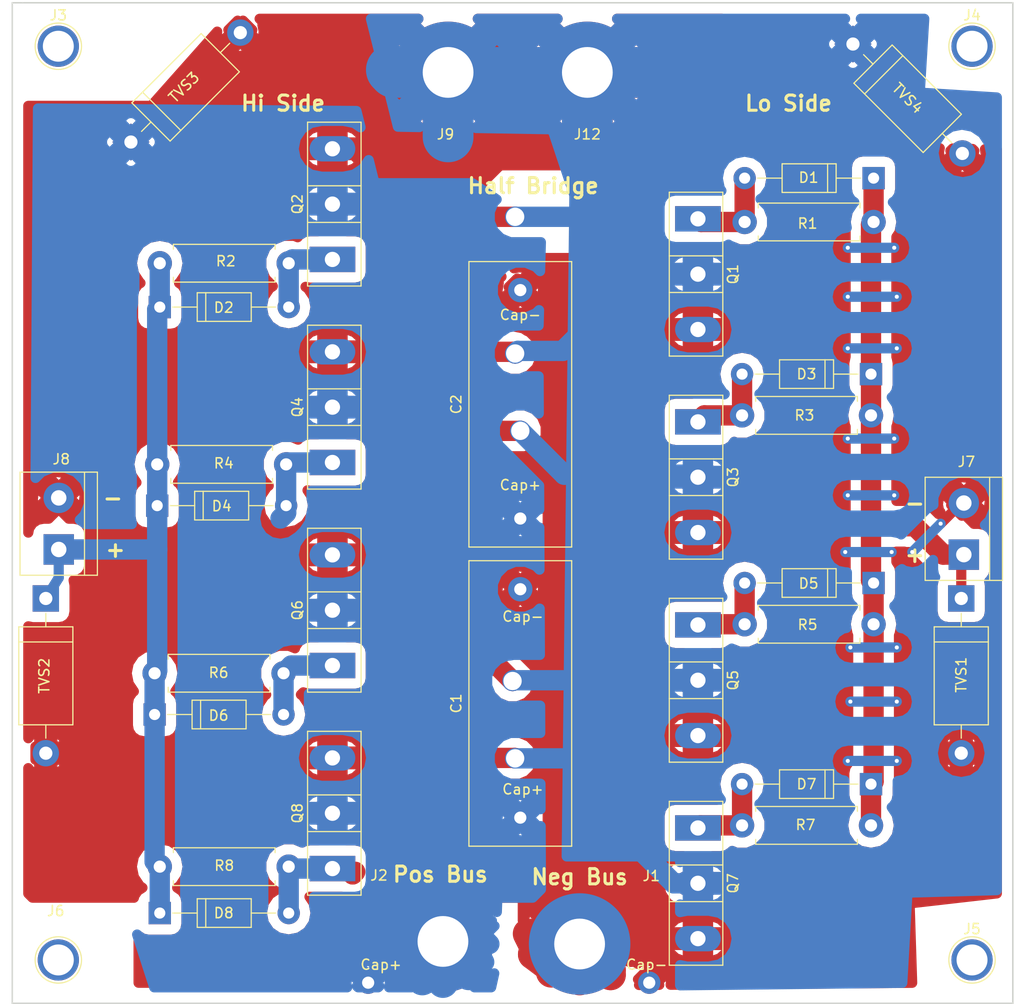
<source format=kicad_pcb>
(kicad_pcb (version 4) (host pcbnew 4.0.7)

  (general
    (links 65)
    (no_connects 0)
    (area 45.390999 45.644999 144.093001 144.347001)
    (thickness 1.6)
    (drawings 20)
    (tracks 253)
    (zones 0)
    (modules 42)
    (nets 14)
  )

  (page A4)
  (layers
    (0 F.Cu signal)
    (31 B.Cu signal)
    (32 B.Adhes user)
    (33 F.Adhes user)
    (34 B.Paste user)
    (35 F.Paste user)
    (36 B.SilkS user)
    (37 F.SilkS user)
    (38 B.Mask user)
    (39 F.Mask user)
    (40 Dwgs.User user)
    (41 Cmts.User user)
    (42 Eco1.User user)
    (43 Eco2.User user)
    (44 Edge.Cuts user)
    (45 Margin user)
    (46 B.CrtYd user)
    (47 F.CrtYd user)
    (48 B.Fab user)
    (49 F.Fab user)
  )

  (setup
    (last_trace_width 0.25)
    (user_trace_width 0.5)
    (user_trace_width 1)
    (user_trace_width 2)
    (user_trace_width 3)
    (user_trace_width 4)
    (user_trace_width 5)
    (user_trace_width 6)
    (trace_clearance 0.2)
    (zone_clearance 1)
    (zone_45_only no)
    (trace_min 0.2)
    (segment_width 0.2)
    (edge_width 0.15)
    (via_size 0.6)
    (via_drill 0.4)
    (via_min_size 0.4)
    (via_min_drill 0.3)
    (user_via 2 1.8)
    (uvia_size 0.3)
    (uvia_drill 0.1)
    (uvias_allowed no)
    (uvia_min_size 0.2)
    (uvia_min_drill 0.1)
    (pcb_text_width 0.3)
    (pcb_text_size 1.5 1.5)
    (mod_edge_width 0.15)
    (mod_text_size 1 1)
    (mod_text_width 0.15)
    (pad_size 2.5 4.5)
    (pad_drill 1.5)
    (pad_to_mask_clearance 0.2)
    (aux_axis_origin 0 0)
    (visible_elements 7FFFFFFF)
    (pcbplotparams
      (layerselection 0x010f0_80000001)
      (usegerberextensions false)
      (excludeedgelayer true)
      (linewidth 0.100000)
      (plotframeref false)
      (viasonmask false)
      (mode 1)
      (useauxorigin false)
      (hpglpennumber 1)
      (hpglpenspeed 20)
      (hpglpendiameter 15)
      (hpglpenoverlay 2)
      (psnegative false)
      (psa4output false)
      (plotreference true)
      (plotvalue true)
      (plotinvisibletext false)
      (padsonsilk false)
      (subtractmaskfromsilk false)
      (outputformat 1)
      (mirror false)
      (drillshape 0)
      (scaleselection 1)
      (outputdirectory gerber))
  )

  (net 0 "")
  (net 1 VDD)
  (net 2 GND)
  (net 3 "Net-(D1-Pad1)")
  (net 4 "Net-(D1-Pad2)")
  (net 5 "Net-(D2-Pad1)")
  (net 6 "Net-(D2-Pad2)")
  (net 7 "Net-(J12-Pad1)")
  (net 8 "Net-(D3-Pad2)")
  (net 9 "Net-(D4-Pad2)")
  (net 10 "Net-(D5-Pad2)")
  (net 11 "Net-(D6-Pad2)")
  (net 12 "Net-(D7-Pad2)")
  (net 13 "Net-(D8-Pad2)")

  (net_class Default "This is the default net class."
    (clearance 0.2)
    (trace_width 0.25)
    (via_dia 0.6)
    (via_drill 0.4)
    (uvia_dia 0.3)
    (uvia_drill 0.1)
    (add_net GND)
    (add_net "Net-(D1-Pad1)")
    (add_net "Net-(D1-Pad2)")
    (add_net "Net-(D2-Pad1)")
    (add_net "Net-(D2-Pad2)")
    (add_net "Net-(D3-Pad2)")
    (add_net "Net-(D4-Pad2)")
    (add_net "Net-(D5-Pad2)")
    (add_net "Net-(D6-Pad2)")
    (add_net "Net-(D7-Pad2)")
    (add_net "Net-(D8-Pad2)")
    (add_net "Net-(J12-Pad1)")
    (add_net VDD)
  )

  (net_class BusClass ""
    (clearance 0.2)
    (trace_width 1)
    (via_dia 0.6)
    (via_drill 0.4)
    (uvia_dia 0.3)
    (uvia_drill 0.1)
  )

  (module Connectors:1pin (layer F.Cu) (tedit 5D28AE59) (tstamp 5A7D017C)
    (at 87.884 138.176)
    (descr "module 1 pin (ou trou mecanique de percage)")
    (tags DEV)
    (path /5A5C6F3B)
    (fp_text reference J2 (at -6.2992 -6.5024) (layer F.SilkS)
      (effects (font (size 1 1) (thickness 0.15)))
    )
    (fp_text value PosBus (at 0 3) (layer F.Fab)
      (effects (font (size 1 1) (thickness 0.15)))
    )
    (fp_circle (center 0 0) (end 2 0.8) (layer F.Fab) (width 0.1))
    (fp_circle (center 0 0) (end 2.6 0) (layer F.CrtYd) (width 0.05))
    (fp_circle (center 0 0) (end 0 -2.286) (layer F.SilkS) (width 0.12))
    (pad 1 thru_hole circle (at 0 0) (size 10 10) (drill 5) (layers *.Cu *.Mask)
      (net 1 VDD))
  )

  (module Resistors_THT:R_Axial_DIN0411_L9.9mm_D3.6mm_P12.70mm_Horizontal (layer F.Cu) (tedit 5D28ADFD) (tstamp 5A7E15F0)
    (at 72.184 111.76 180)
    (descr "Resistor, Axial_DIN0411 series, Axial, Horizontal, pin pitch=12.7mm, 1W = 1/1W, length*diameter=9.9*3.6mm^2")
    (tags "Resistor Axial_DIN0411 series Axial Horizontal pin pitch 12.7mm 1W = 1/1W length 9.9mm diameter 3.6mm")
    (path /5A7D3134)
    (fp_text reference R6 (at 6.398 0.0508 180) (layer F.SilkS)
      (effects (font (size 1 1) (thickness 0.15)))
    )
    (fp_text value 10 (at 6.35 2.86 180) (layer F.Fab)
      (effects (font (size 1 1) (thickness 0.15)))
    )
    (fp_line (start 1.4 -1.8) (end 1.4 1.8) (layer F.Fab) (width 0.1))
    (fp_line (start 1.4 1.8) (end 11.3 1.8) (layer F.Fab) (width 0.1))
    (fp_line (start 11.3 1.8) (end 11.3 -1.8) (layer F.Fab) (width 0.1))
    (fp_line (start 11.3 -1.8) (end 1.4 -1.8) (layer F.Fab) (width 0.1))
    (fp_line (start 0 0) (end 1.4 0) (layer F.Fab) (width 0.1))
    (fp_line (start 12.7 0) (end 11.3 0) (layer F.Fab) (width 0.1))
    (fp_line (start 1.34 -1.38) (end 1.34 -1.86) (layer F.SilkS) (width 0.12))
    (fp_line (start 1.34 -1.86) (end 11.36 -1.86) (layer F.SilkS) (width 0.12))
    (fp_line (start 11.36 -1.86) (end 11.36 -1.38) (layer F.SilkS) (width 0.12))
    (fp_line (start 1.34 1.38) (end 1.34 1.86) (layer F.SilkS) (width 0.12))
    (fp_line (start 1.34 1.86) (end 11.36 1.86) (layer F.SilkS) (width 0.12))
    (fp_line (start 11.36 1.86) (end 11.36 1.38) (layer F.SilkS) (width 0.12))
    (fp_line (start -1.45 -2.15) (end -1.45 2.15) (layer F.CrtYd) (width 0.05))
    (fp_line (start -1.45 2.15) (end 14.15 2.15) (layer F.CrtYd) (width 0.05))
    (fp_line (start 14.15 2.15) (end 14.15 -2.15) (layer F.CrtYd) (width 0.05))
    (fp_line (start 14.15 -2.15) (end -1.45 -2.15) (layer F.CrtYd) (width 0.05))
    (pad 1 thru_hole circle (at 0 0 180) (size 2.4 2.4) (drill 1.2) (layers *.Cu *.Mask)
      (net 11 "Net-(D6-Pad2)"))
    (pad 2 thru_hole oval (at 12.7 0 180) (size 2.4 2.4) (drill 1.2) (layers *.Cu *.Mask)
      (net 5 "Net-(D2-Pad1)"))
    (model ${KISYS3DMOD}/Resistors_THT.3dshapes/R_Axial_DIN0411_L9.9mm_D3.6mm_P12.70mm_Horizontal.wrl
      (at (xyz 0 0 0))
      (scale (xyz 0.393701 0.393701 0.393701))
      (rotate (xyz 0 0 0))
    )
  )

  (module Resistors_THT:R_Axial_DIN0411_L9.9mm_D3.6mm_P12.70mm_Horizontal (layer F.Cu) (tedit 5D28AE3F) (tstamp 5A7E161A)
    (at 72.692 130.81 180)
    (descr "Resistor, Axial_DIN0411 series, Axial, Horizontal, pin pitch=12.7mm, 1W = 1/1W, length*diameter=9.9*3.6mm^2")
    (tags "Resistor Axial_DIN0411 series Axial Horizontal pin pitch 12.7mm 1W = 1/1W length 9.9mm diameter 3.6mm")
    (path /5A7D32AB)
    (fp_text reference R8 (at 6.3472 0.1016 180) (layer F.SilkS)
      (effects (font (size 1 1) (thickness 0.15)))
    )
    (fp_text value 10 (at 6.35 2.86 180) (layer F.Fab)
      (effects (font (size 1 1) (thickness 0.15)))
    )
    (fp_line (start 1.4 -1.8) (end 1.4 1.8) (layer F.Fab) (width 0.1))
    (fp_line (start 1.4 1.8) (end 11.3 1.8) (layer F.Fab) (width 0.1))
    (fp_line (start 11.3 1.8) (end 11.3 -1.8) (layer F.Fab) (width 0.1))
    (fp_line (start 11.3 -1.8) (end 1.4 -1.8) (layer F.Fab) (width 0.1))
    (fp_line (start 0 0) (end 1.4 0) (layer F.Fab) (width 0.1))
    (fp_line (start 12.7 0) (end 11.3 0) (layer F.Fab) (width 0.1))
    (fp_line (start 1.34 -1.38) (end 1.34 -1.86) (layer F.SilkS) (width 0.12))
    (fp_line (start 1.34 -1.86) (end 11.36 -1.86) (layer F.SilkS) (width 0.12))
    (fp_line (start 11.36 -1.86) (end 11.36 -1.38) (layer F.SilkS) (width 0.12))
    (fp_line (start 1.34 1.38) (end 1.34 1.86) (layer F.SilkS) (width 0.12))
    (fp_line (start 1.34 1.86) (end 11.36 1.86) (layer F.SilkS) (width 0.12))
    (fp_line (start 11.36 1.86) (end 11.36 1.38) (layer F.SilkS) (width 0.12))
    (fp_line (start -1.45 -2.15) (end -1.45 2.15) (layer F.CrtYd) (width 0.05))
    (fp_line (start -1.45 2.15) (end 14.15 2.15) (layer F.CrtYd) (width 0.05))
    (fp_line (start 14.15 2.15) (end 14.15 -2.15) (layer F.CrtYd) (width 0.05))
    (fp_line (start 14.15 -2.15) (end -1.45 -2.15) (layer F.CrtYd) (width 0.05))
    (pad 1 thru_hole circle (at 0 0 180) (size 2.4 2.4) (drill 1.2) (layers *.Cu *.Mask)
      (net 13 "Net-(D8-Pad2)"))
    (pad 2 thru_hole oval (at 12.7 0 180) (size 2.4 2.4) (drill 1.2) (layers *.Cu *.Mask)
      (net 5 "Net-(D2-Pad1)"))
    (model ${KISYS3DMOD}/Resistors_THT.3dshapes/R_Axial_DIN0411_L9.9mm_D3.6mm_P12.70mm_Horizontal.wrl
      (at (xyz 0 0 0))
      (scale (xyz 0.393701 0.393701 0.393701))
      (rotate (xyz 0 0 0))
    )
  )

  (module Resistors_THT:R_Axial_DIN0411_L9.9mm_D3.6mm_P12.70mm_Horizontal (layer F.Cu) (tedit 5D28AE1C) (tstamp 5A7E1587)
    (at 117.602 67.31)
    (descr "Resistor, Axial_DIN0411 series, Axial, Horizontal, pin pitch=12.7mm, 1W = 1/1W, length*diameter=9.9*3.6mm^2")
    (tags "Resistor Axial_DIN0411 series Axial Horizontal pin pitch 12.7mm 1W = 1/1W length 9.9mm diameter 3.6mm")
    (path /5A5C2166)
    (fp_text reference R1 (at 6.1976 0.1524) (layer F.SilkS)
      (effects (font (size 1 1) (thickness 0.15)))
    )
    (fp_text value 10 (at 6.35 2.86) (layer F.Fab)
      (effects (font (size 1 1) (thickness 0.15)))
    )
    (fp_line (start 1.4 -1.8) (end 1.4 1.8) (layer F.Fab) (width 0.1))
    (fp_line (start 1.4 1.8) (end 11.3 1.8) (layer F.Fab) (width 0.1))
    (fp_line (start 11.3 1.8) (end 11.3 -1.8) (layer F.Fab) (width 0.1))
    (fp_line (start 11.3 -1.8) (end 1.4 -1.8) (layer F.Fab) (width 0.1))
    (fp_line (start 0 0) (end 1.4 0) (layer F.Fab) (width 0.1))
    (fp_line (start 12.7 0) (end 11.3 0) (layer F.Fab) (width 0.1))
    (fp_line (start 1.34 -1.38) (end 1.34 -1.86) (layer F.SilkS) (width 0.12))
    (fp_line (start 1.34 -1.86) (end 11.36 -1.86) (layer F.SilkS) (width 0.12))
    (fp_line (start 11.36 -1.86) (end 11.36 -1.38) (layer F.SilkS) (width 0.12))
    (fp_line (start 1.34 1.38) (end 1.34 1.86) (layer F.SilkS) (width 0.12))
    (fp_line (start 1.34 1.86) (end 11.36 1.86) (layer F.SilkS) (width 0.12))
    (fp_line (start 11.36 1.86) (end 11.36 1.38) (layer F.SilkS) (width 0.12))
    (fp_line (start -1.45 -2.15) (end -1.45 2.15) (layer F.CrtYd) (width 0.05))
    (fp_line (start -1.45 2.15) (end 14.15 2.15) (layer F.CrtYd) (width 0.05))
    (fp_line (start 14.15 2.15) (end 14.15 -2.15) (layer F.CrtYd) (width 0.05))
    (fp_line (start 14.15 -2.15) (end -1.45 -2.15) (layer F.CrtYd) (width 0.05))
    (pad 1 thru_hole circle (at 0 0) (size 2.4 2.4) (drill 1.2) (layers *.Cu *.Mask)
      (net 4 "Net-(D1-Pad2)"))
    (pad 2 thru_hole oval (at 12.7 0) (size 2.4 2.4) (drill 1.2) (layers *.Cu *.Mask)
      (net 3 "Net-(D1-Pad1)"))
    (model ${KISYS3DMOD}/Resistors_THT.3dshapes/R_Axial_DIN0411_L9.9mm_D3.6mm_P12.70mm_Horizontal.wrl
      (at (xyz 0 0 0))
      (scale (xyz 0.393701 0.393701 0.393701))
      (rotate (xyz 0 0 0))
    )
  )

  (module Diodes_THT:D_DO-41_SOD81_P12.70mm_Horizontal (layer F.Cu) (tedit 5D28AE26) (tstamp 5A7E1527)
    (at 130.302 102.87 180)
    (descr "D, DO-41_SOD81 series, Axial, Horizontal, pin pitch=12.7mm, , length*diameter=5.2*2.7mm^2, , http://www.diodes.com/_files/packages/DO-41%20(Plastic).pdf")
    (tags "D DO-41_SOD81 series Axial Horizontal pin pitch 12.7mm  length 5.2mm diameter 2.7mm")
    (path /5A7D4EF3)
    (fp_text reference D5 (at 6.4008 -0.0508 180) (layer F.SilkS)
      (effects (font (size 1 1) (thickness 0.15)))
    )
    (fp_text value D_Schottky (at 6.35 2.41 180) (layer F.Fab)
      (effects (font (size 1 1) (thickness 0.15)))
    )
    (fp_text user %R (at 6.35 0 180) (layer F.Fab)
      (effects (font (size 1 1) (thickness 0.15)))
    )
    (fp_line (start 3.75 -1.35) (end 3.75 1.35) (layer F.Fab) (width 0.1))
    (fp_line (start 3.75 1.35) (end 8.95 1.35) (layer F.Fab) (width 0.1))
    (fp_line (start 8.95 1.35) (end 8.95 -1.35) (layer F.Fab) (width 0.1))
    (fp_line (start 8.95 -1.35) (end 3.75 -1.35) (layer F.Fab) (width 0.1))
    (fp_line (start 0 0) (end 3.75 0) (layer F.Fab) (width 0.1))
    (fp_line (start 12.7 0) (end 8.95 0) (layer F.Fab) (width 0.1))
    (fp_line (start 4.53 -1.35) (end 4.53 1.35) (layer F.Fab) (width 0.1))
    (fp_line (start 3.69 -1.41) (end 3.69 1.41) (layer F.SilkS) (width 0.12))
    (fp_line (start 3.69 1.41) (end 9.01 1.41) (layer F.SilkS) (width 0.12))
    (fp_line (start 9.01 1.41) (end 9.01 -1.41) (layer F.SilkS) (width 0.12))
    (fp_line (start 9.01 -1.41) (end 3.69 -1.41) (layer F.SilkS) (width 0.12))
    (fp_line (start 1.28 0) (end 3.69 0) (layer F.SilkS) (width 0.12))
    (fp_line (start 11.42 0) (end 9.01 0) (layer F.SilkS) (width 0.12))
    (fp_line (start 4.53 -1.41) (end 4.53 1.41) (layer F.SilkS) (width 0.12))
    (fp_line (start -1.35 -1.7) (end -1.35 1.7) (layer F.CrtYd) (width 0.05))
    (fp_line (start -1.35 1.7) (end 14.05 1.7) (layer F.CrtYd) (width 0.05))
    (fp_line (start 14.05 1.7) (end 14.05 -1.7) (layer F.CrtYd) (width 0.05))
    (fp_line (start 14.05 -1.7) (end -1.35 -1.7) (layer F.CrtYd) (width 0.05))
    (pad 1 thru_hole rect (at 0 0 180) (size 2.2 2.2) (drill 1.1) (layers *.Cu *.Mask)
      (net 3 "Net-(D1-Pad1)"))
    (pad 2 thru_hole oval (at 12.7 0 180) (size 2.2 2.2) (drill 1.1) (layers *.Cu *.Mask)
      (net 10 "Net-(D5-Pad2)"))
    (model ${KISYS3DMOD}/Diodes_THT.3dshapes/D_DO-41_SOD81_P12.70mm_Horizontal.wrl
      (at (xyz 0 0 0))
      (scale (xyz 0.393701 0.393701 0.393701))
      (rotate (xyz 0 0 0))
    )
  )

  (module TO_SOT_Packages_THT:TO-247_TO-3P_Vertical (layer F.Cu) (tedit 58CE52AE) (tstamp 5A7D01EA)
    (at 77 91 90)
    (descr "TO-247, Vertical, RM 5.45mm, TO-3P")
    (tags "TO-247 Vertical RM 5.45mm TO-3P")
    (path /5A7D204F)
    (fp_text reference Q4 (at 5.45 -3.45 90) (layer F.SilkS)
      (effects (font (size 1 1) (thickness 0.15)))
    )
    (fp_text value Q_NIGBT_GCE (at 5.45 6.07 90) (layer F.Fab)
      (effects (font (size 1 1) (thickness 0.15)))
    )
    (fp_text user %R (at 5.45 -3.45 90) (layer F.Fab)
      (effects (font (size 1 1) (thickness 0.15)))
    )
    (fp_line (start -2.5 -2.33) (end -2.5 2.7) (layer F.Fab) (width 0.1))
    (fp_line (start -2.5 2.7) (end 13.4 2.7) (layer F.Fab) (width 0.1))
    (fp_line (start 13.4 2.7) (end 13.4 -2.33) (layer F.Fab) (width 0.1))
    (fp_line (start 13.4 -2.33) (end -2.5 -2.33) (layer F.Fab) (width 0.1))
    (fp_line (start 3.645 -2.33) (end 3.645 2.7) (layer F.Fab) (width 0.1))
    (fp_line (start 7.255 -2.33) (end 7.255 2.7) (layer F.Fab) (width 0.1))
    (fp_line (start -2.62 -2.451) (end 13.52 -2.451) (layer F.SilkS) (width 0.12))
    (fp_line (start -2.62 2.82) (end 13.52 2.82) (layer F.SilkS) (width 0.12))
    (fp_line (start -2.62 -2.451) (end -2.62 2.82) (layer F.SilkS) (width 0.12))
    (fp_line (start 13.52 -2.451) (end 13.52 2.82) (layer F.SilkS) (width 0.12))
    (fp_line (start 3.646 -2.451) (end 3.646 2.82) (layer F.SilkS) (width 0.12))
    (fp_line (start 7.255 -2.451) (end 7.255 2.82) (layer F.SilkS) (width 0.12))
    (fp_line (start -2.75 -2.59) (end -2.75 2.95) (layer F.CrtYd) (width 0.05))
    (fp_line (start -2.75 2.95) (end 13.65 2.95) (layer F.CrtYd) (width 0.05))
    (fp_line (start 13.65 2.95) (end 13.65 -2.59) (layer F.CrtYd) (width 0.05))
    (fp_line (start 13.65 -2.59) (end -2.75 -2.59) (layer F.CrtYd) (width 0.05))
    (pad 1 thru_hole rect (at 0 0 90) (size 2.5 4.5) (drill 1.5) (layers *.Cu *.Mask)
      (net 9 "Net-(D4-Pad2)"))
    (pad 2 thru_hole oval (at 5.45 0 90) (size 2.5 4.5) (drill 1.5) (layers *.Cu *.Mask)
      (net 1 VDD))
    (pad 3 thru_hole oval (at 10.9 0 90) (size 2.5 4.5) (drill 1.5) (layers *.Cu *.Mask)
      (net 7 "Net-(J12-Pad1)"))
    (model ${KISYS3DMOD}/TO_SOT_Packages_THT.3dshapes/TO-247_TO-3P_Vertical.wrl
      (at (xyz 0.212598 0 0))
      (scale (xyz 1 1 1))
      (rotate (xyz 0 0 0))
    )
  )

  (module Resistors_THT:R_Axial_DIN0411_L9.9mm_D3.6mm_P12.70mm_Horizontal (layer F.Cu) (tedit 5D28AE06) (tstamp 5A7E15C6)
    (at 72.438 91.186 180)
    (descr "Resistor, Axial_DIN0411 series, Axial, Horizontal, pin pitch=12.7mm, 1W = 1/1W, length*diameter=9.9*3.6mm^2")
    (tags "Resistor Axial_DIN0411 series Axial Horizontal pin pitch 12.7mm 1W = 1/1W length 9.9mm diameter 3.6mm")
    (path /5A7D2055)
    (fp_text reference R4 (at 6.144 0.1016 180) (layer F.SilkS)
      (effects (font (size 1 1) (thickness 0.15)))
    )
    (fp_text value 10 (at 6.35 2.86 180) (layer F.Fab)
      (effects (font (size 1 1) (thickness 0.15)))
    )
    (fp_line (start 1.4 -1.8) (end 1.4 1.8) (layer F.Fab) (width 0.1))
    (fp_line (start 1.4 1.8) (end 11.3 1.8) (layer F.Fab) (width 0.1))
    (fp_line (start 11.3 1.8) (end 11.3 -1.8) (layer F.Fab) (width 0.1))
    (fp_line (start 11.3 -1.8) (end 1.4 -1.8) (layer F.Fab) (width 0.1))
    (fp_line (start 0 0) (end 1.4 0) (layer F.Fab) (width 0.1))
    (fp_line (start 12.7 0) (end 11.3 0) (layer F.Fab) (width 0.1))
    (fp_line (start 1.34 -1.38) (end 1.34 -1.86) (layer F.SilkS) (width 0.12))
    (fp_line (start 1.34 -1.86) (end 11.36 -1.86) (layer F.SilkS) (width 0.12))
    (fp_line (start 11.36 -1.86) (end 11.36 -1.38) (layer F.SilkS) (width 0.12))
    (fp_line (start 1.34 1.38) (end 1.34 1.86) (layer F.SilkS) (width 0.12))
    (fp_line (start 1.34 1.86) (end 11.36 1.86) (layer F.SilkS) (width 0.12))
    (fp_line (start 11.36 1.86) (end 11.36 1.38) (layer F.SilkS) (width 0.12))
    (fp_line (start -1.45 -2.15) (end -1.45 2.15) (layer F.CrtYd) (width 0.05))
    (fp_line (start -1.45 2.15) (end 14.15 2.15) (layer F.CrtYd) (width 0.05))
    (fp_line (start 14.15 2.15) (end 14.15 -2.15) (layer F.CrtYd) (width 0.05))
    (fp_line (start 14.15 -2.15) (end -1.45 -2.15) (layer F.CrtYd) (width 0.05))
    (pad 1 thru_hole circle (at 0 0 180) (size 2.4 2.4) (drill 1.2) (layers *.Cu *.Mask)
      (net 9 "Net-(D4-Pad2)"))
    (pad 2 thru_hole oval (at 12.7 0 180) (size 2.4 2.4) (drill 1.2) (layers *.Cu *.Mask)
      (net 5 "Net-(D2-Pad1)"))
    (model ${KISYS3DMOD}/Resistors_THT.3dshapes/R_Axial_DIN0411_L9.9mm_D3.6mm_P12.70mm_Horizontal.wrl
      (at (xyz 0 0 0))
      (scale (xyz 0.393701 0.393701 0.393701))
      (rotate (xyz 0 0 0))
    )
  )

  (module Diodes_THT:D_DO-41_SOD81_P12.70mm_Horizontal (layer F.Cu) (tedit 5D28AE0A) (tstamp 5A7E14DF)
    (at 59.992 75.692)
    (descr "D, DO-41_SOD81 series, Axial, Horizontal, pin pitch=12.7mm, , length*diameter=5.2*2.7mm^2, , http://www.diodes.com/_files/packages/DO-41%20(Plastic).pdf")
    (tags "D DO-41_SOD81 series Axial Horizontal pin pitch 12.7mm  length 5.2mm diameter 2.7mm")
    (path /5A5C1847)
    (fp_text reference D2 (at 6.302 0.0508) (layer F.SilkS)
      (effects (font (size 1 1) (thickness 0.15)))
    )
    (fp_text value D_Schottky (at 6.35 2.41) (layer F.Fab)
      (effects (font (size 1 1) (thickness 0.15)))
    )
    (fp_text user %R (at 6.35 0) (layer F.Fab)
      (effects (font (size 1 1) (thickness 0.15)))
    )
    (fp_line (start 3.75 -1.35) (end 3.75 1.35) (layer F.Fab) (width 0.1))
    (fp_line (start 3.75 1.35) (end 8.95 1.35) (layer F.Fab) (width 0.1))
    (fp_line (start 8.95 1.35) (end 8.95 -1.35) (layer F.Fab) (width 0.1))
    (fp_line (start 8.95 -1.35) (end 3.75 -1.35) (layer F.Fab) (width 0.1))
    (fp_line (start 0 0) (end 3.75 0) (layer F.Fab) (width 0.1))
    (fp_line (start 12.7 0) (end 8.95 0) (layer F.Fab) (width 0.1))
    (fp_line (start 4.53 -1.35) (end 4.53 1.35) (layer F.Fab) (width 0.1))
    (fp_line (start 3.69 -1.41) (end 3.69 1.41) (layer F.SilkS) (width 0.12))
    (fp_line (start 3.69 1.41) (end 9.01 1.41) (layer F.SilkS) (width 0.12))
    (fp_line (start 9.01 1.41) (end 9.01 -1.41) (layer F.SilkS) (width 0.12))
    (fp_line (start 9.01 -1.41) (end 3.69 -1.41) (layer F.SilkS) (width 0.12))
    (fp_line (start 1.28 0) (end 3.69 0) (layer F.SilkS) (width 0.12))
    (fp_line (start 11.42 0) (end 9.01 0) (layer F.SilkS) (width 0.12))
    (fp_line (start 4.53 -1.41) (end 4.53 1.41) (layer F.SilkS) (width 0.12))
    (fp_line (start -1.35 -1.7) (end -1.35 1.7) (layer F.CrtYd) (width 0.05))
    (fp_line (start -1.35 1.7) (end 14.05 1.7) (layer F.CrtYd) (width 0.05))
    (fp_line (start 14.05 1.7) (end 14.05 -1.7) (layer F.CrtYd) (width 0.05))
    (fp_line (start 14.05 -1.7) (end -1.35 -1.7) (layer F.CrtYd) (width 0.05))
    (pad 1 thru_hole rect (at 0 0) (size 2.2 2.2) (drill 1.1) (layers *.Cu *.Mask)
      (net 5 "Net-(D2-Pad1)"))
    (pad 2 thru_hole oval (at 12.7 0) (size 2.2 2.2) (drill 1.1) (layers *.Cu *.Mask)
      (net 6 "Net-(D2-Pad2)"))
    (model ${KISYS3DMOD}/Diodes_THT.3dshapes/D_DO-41_SOD81_P12.70mm_Horizontal.wrl
      (at (xyz 0 0 0))
      (scale (xyz 0.393701 0.393701 0.393701))
      (rotate (xyz 0 0 0))
    )
  )

  (module Connectors_Terminal_Blocks:TerminalBlock_bornier-2_P5.08mm (layer F.Cu) (tedit 5AE26BEA) (tstamp 5A7D0193)
    (at 139.192 100.076 90)
    (descr "simple 2-pin terminal block, pitch 5.08mm, revamped version of bornier2")
    (tags "terminal block bornier2")
    (path /5A5C3006)
    (fp_text reference J7 (at 9.144 0.254 180) (layer F.SilkS)
      (effects (font (size 1 1) (thickness 0.15)))
    )
    (fp_text value Screw_Terminal_01x02 (at 2.54 5.08 90) (layer F.Fab)
      (effects (font (size 1 1) (thickness 0.15)))
    )
    (fp_text user %R (at 2.54 0 90) (layer F.Fab)
      (effects (font (size 1 1) (thickness 0.15)))
    )
    (fp_line (start -2.41 2.55) (end 7.49 2.55) (layer F.Fab) (width 0.1))
    (fp_line (start -2.46 -3.75) (end -2.46 3.75) (layer F.Fab) (width 0.1))
    (fp_line (start -2.46 3.75) (end 7.54 3.75) (layer F.Fab) (width 0.1))
    (fp_line (start 7.54 3.75) (end 7.54 -3.75) (layer F.Fab) (width 0.1))
    (fp_line (start 7.54 -3.75) (end -2.46 -3.75) (layer F.Fab) (width 0.1))
    (fp_line (start 7.62 2.54) (end -2.54 2.54) (layer F.SilkS) (width 0.12))
    (fp_line (start 7.62 3.81) (end 7.62 -3.81) (layer F.SilkS) (width 0.12))
    (fp_line (start 7.62 -3.81) (end -2.54 -3.81) (layer F.SilkS) (width 0.12))
    (fp_line (start -2.54 -3.81) (end -2.54 3.81) (layer F.SilkS) (width 0.12))
    (fp_line (start -2.54 3.81) (end 7.62 3.81) (layer F.SilkS) (width 0.12))
    (fp_line (start -2.71 -4) (end 7.79 -4) (layer F.CrtYd) (width 0.05))
    (fp_line (start -2.71 -4) (end -2.71 4) (layer F.CrtYd) (width 0.05))
    (fp_line (start 7.79 4) (end 7.79 -4) (layer F.CrtYd) (width 0.05))
    (fp_line (start 7.79 4) (end -2.71 4) (layer F.CrtYd) (width 0.05))
    (pad 1 thru_hole rect (at 0 0 90) (size 3 3) (drill 1.52) (layers *.Cu *.Mask)
      (net 3 "Net-(D1-Pad1)"))
    (pad 2 thru_hole circle (at 5.08 0 90) (size 3 3) (drill 1.52) (layers *.Cu *.Mask)
      (net 2 GND))
    (model ${KISYS3DMOD}/Terminal_Blocks.3dshapes/TerminalBlock_bornier-2_P5.08mm.wrl
      (at (xyz 0.1 0 0))
      (scale (xyz 1 1 1))
      (rotate (xyz 0 0 0))
    )
  )

  (module Connectors:1pin (layer F.Cu) (tedit 5A882ED9) (tstamp 5A5C2233)
    (at 50 50)
    (descr "module 1 pin (ou trou mecanique de percage)")
    (tags DEV)
    (path /5A5D23FE)
    (fp_text reference J3 (at 0 -3.048) (layer F.SilkS)
      (effects (font (size 1 1) (thickness 0.15)))
    )
    (fp_text value Conn_01x01 (at 0 3) (layer F.Fab)
      (effects (font (size 1 1) (thickness 0.15)))
    )
    (fp_circle (center 0 0) (end 2 0.8) (layer F.Fab) (width 0.1))
    (fp_circle (center 0 0) (end 2.6 0) (layer F.CrtYd) (width 0.05))
    (fp_circle (center 0 0) (end 0 -2.286) (layer F.SilkS) (width 0.12))
    (pad 1 thru_hole circle (at 0 0) (size 4.064 4.064) (drill 3.048) (layers *.Cu *.Mask))
  )

  (module Connectors:1pin (layer F.Cu) (tedit 5A615A98) (tstamp 5A5C2265)
    (at 50 140)
    (descr "module 1 pin (ou trou mecanique de percage)")
    (tags DEV)
    (path /5A5D2809)
    (fp_text reference J6 (at -0.254 -4.826) (layer F.SilkS)
      (effects (font (size 1 1) (thickness 0.15)))
    )
    (fp_text value Conn_01x01 (at 0 3) (layer F.Fab)
      (effects (font (size 1 1) (thickness 0.15)))
    )
    (fp_circle (center 0 0) (end 2 0.8) (layer F.Fab) (width 0.1))
    (fp_circle (center 0 0) (end 2.6 0) (layer F.CrtYd) (width 0.05))
    (fp_circle (center 0 0) (end 0 -2.286) (layer F.SilkS) (width 0.12))
    (pad 1 thru_hole circle (at 0 0) (size 4.064 4.064) (drill 3.048) (layers *.Cu *.Mask))
  )

  (module TO_SOT_Packages_THT:TO-247_TO-3P_Vertical (layer F.Cu) (tedit 58CE52AE) (tstamp 5A5C228D)
    (at 113 67 270)
    (descr "TO-247, Vertical, RM 5.45mm, TO-3P")
    (tags "TO-247 Vertical RM 5.45mm TO-3P")
    (path /5A5C2160)
    (fp_text reference Q1 (at 5.45 -3.45 270) (layer F.SilkS)
      (effects (font (size 1 1) (thickness 0.15)))
    )
    (fp_text value Q_NIGBT_GCE (at 5.45 6.07 270) (layer F.Fab)
      (effects (font (size 1 1) (thickness 0.15)))
    )
    (fp_text user %R (at 5.45 -3.45 270) (layer F.Fab)
      (effects (font (size 1 1) (thickness 0.15)))
    )
    (fp_line (start -2.5 -2.33) (end -2.5 2.7) (layer F.Fab) (width 0.1))
    (fp_line (start -2.5 2.7) (end 13.4 2.7) (layer F.Fab) (width 0.1))
    (fp_line (start 13.4 2.7) (end 13.4 -2.33) (layer F.Fab) (width 0.1))
    (fp_line (start 13.4 -2.33) (end -2.5 -2.33) (layer F.Fab) (width 0.1))
    (fp_line (start 3.645 -2.33) (end 3.645 2.7) (layer F.Fab) (width 0.1))
    (fp_line (start 7.255 -2.33) (end 7.255 2.7) (layer F.Fab) (width 0.1))
    (fp_line (start -2.62 -2.451) (end 13.52 -2.451) (layer F.SilkS) (width 0.12))
    (fp_line (start -2.62 2.82) (end 13.52 2.82) (layer F.SilkS) (width 0.12))
    (fp_line (start -2.62 -2.451) (end -2.62 2.82) (layer F.SilkS) (width 0.12))
    (fp_line (start 13.52 -2.451) (end 13.52 2.82) (layer F.SilkS) (width 0.12))
    (fp_line (start 3.646 -2.451) (end 3.646 2.82) (layer F.SilkS) (width 0.12))
    (fp_line (start 7.255 -2.451) (end 7.255 2.82) (layer F.SilkS) (width 0.12))
    (fp_line (start -2.75 -2.59) (end -2.75 2.95) (layer F.CrtYd) (width 0.05))
    (fp_line (start -2.75 2.95) (end 13.65 2.95) (layer F.CrtYd) (width 0.05))
    (fp_line (start 13.65 2.95) (end 13.65 -2.59) (layer F.CrtYd) (width 0.05))
    (fp_line (start 13.65 -2.59) (end -2.75 -2.59) (layer F.CrtYd) (width 0.05))
    (pad 1 thru_hole rect (at 0 0 270) (size 2.5 4.5) (drill 1.5) (layers *.Cu *.Mask)
      (net 4 "Net-(D1-Pad2)"))
    (pad 2 thru_hole oval (at 5.45 0 270) (size 2.5 4.5) (drill 1.5) (layers *.Cu *.Mask)
      (net 7 "Net-(J12-Pad1)"))
    (pad 3 thru_hole oval (at 10.9 0 270) (size 2.5 4.5) (drill 1.5) (layers *.Cu *.Mask)
      (net 2 GND))
    (model ${KISYS3DMOD}/TO_SOT_Packages_THT.3dshapes/TO-247_TO-3P_Vertical.wrl
      (at (xyz 0.212598 0 0))
      (scale (xyz 1 1 1))
      (rotate (xyz 0 0 0))
    )
  )

  (module TO_SOT_Packages_THT:TO-247_TO-3P_Vertical (layer F.Cu) (tedit 58CE52AE) (tstamp 5A5C22A5)
    (at 77 71 90)
    (descr "TO-247, Vertical, RM 5.45mm, TO-3P")
    (tags "TO-247 Vertical RM 5.45mm TO-3P")
    (path /5A5C16FE)
    (fp_text reference Q2 (at 5.45 -3.45 90) (layer F.SilkS)
      (effects (font (size 1 1) (thickness 0.15)))
    )
    (fp_text value Q_NIGBT_GCE (at 5.45 6.07 90) (layer F.Fab)
      (effects (font (size 1 1) (thickness 0.15)))
    )
    (fp_text user %R (at 5.45 -3.45 90) (layer F.Fab)
      (effects (font (size 1 1) (thickness 0.15)))
    )
    (fp_line (start -2.5 -2.33) (end -2.5 2.7) (layer F.Fab) (width 0.1))
    (fp_line (start -2.5 2.7) (end 13.4 2.7) (layer F.Fab) (width 0.1))
    (fp_line (start 13.4 2.7) (end 13.4 -2.33) (layer F.Fab) (width 0.1))
    (fp_line (start 13.4 -2.33) (end -2.5 -2.33) (layer F.Fab) (width 0.1))
    (fp_line (start 3.645 -2.33) (end 3.645 2.7) (layer F.Fab) (width 0.1))
    (fp_line (start 7.255 -2.33) (end 7.255 2.7) (layer F.Fab) (width 0.1))
    (fp_line (start -2.62 -2.451) (end 13.52 -2.451) (layer F.SilkS) (width 0.12))
    (fp_line (start -2.62 2.82) (end 13.52 2.82) (layer F.SilkS) (width 0.12))
    (fp_line (start -2.62 -2.451) (end -2.62 2.82) (layer F.SilkS) (width 0.12))
    (fp_line (start 13.52 -2.451) (end 13.52 2.82) (layer F.SilkS) (width 0.12))
    (fp_line (start 3.646 -2.451) (end 3.646 2.82) (layer F.SilkS) (width 0.12))
    (fp_line (start 7.255 -2.451) (end 7.255 2.82) (layer F.SilkS) (width 0.12))
    (fp_line (start -2.75 -2.59) (end -2.75 2.95) (layer F.CrtYd) (width 0.05))
    (fp_line (start -2.75 2.95) (end 13.65 2.95) (layer F.CrtYd) (width 0.05))
    (fp_line (start 13.65 2.95) (end 13.65 -2.59) (layer F.CrtYd) (width 0.05))
    (fp_line (start 13.65 -2.59) (end -2.75 -2.59) (layer F.CrtYd) (width 0.05))
    (pad 1 thru_hole rect (at 0 0 90) (size 2.5 4.5) (drill 1.5) (layers *.Cu *.Mask)
      (net 6 "Net-(D2-Pad2)"))
    (pad 2 thru_hole oval (at 5.45 0 90) (size 2.5 4.5) (drill 1.5) (layers *.Cu *.Mask)
      (net 1 VDD))
    (pad 3 thru_hole oval (at 10.9 0 90) (size 2.5 4.5) (drill 1.5) (layers *.Cu *.Mask)
      (net 7 "Net-(J12-Pad1)"))
    (model ${KISYS3DMOD}/TO_SOT_Packages_THT.3dshapes/TO-247_TO-3P_Vertical.wrl
      (at (xyz 0.212598 0 0))
      (scale (xyz 1 1 1))
      (rotate (xyz 0 0 0))
    )
  )

  (module Connectors:1pin (layer F.Cu) (tedit 5A7E654C) (tstamp 5A5CA3DE)
    (at 88.392 52.578)
    (descr "module 1 pin (ou trou mecanique de percage)")
    (tags DEV)
    (path /5A5C4229)
    (fp_text reference J9 (at -0.254 6.096) (layer F.SilkS)
      (effects (font (size 1 1) (thickness 0.15)))
    )
    (fp_text value Bridge1 (at 0 3) (layer F.Fab)
      (effects (font (size 1 1) (thickness 0.15)))
    )
    (fp_circle (center 0 0) (end 2 0.8) (layer F.Fab) (width 0.1))
    (fp_circle (center 0 0) (end 2.6 0) (layer F.CrtYd) (width 0.05))
    (fp_circle (center 0 0) (end 0 -2.286) (layer F.SilkS) (width 0.12))
    (pad 1 thru_hole circle (at 0 0) (size 10 10) (drill 5) (layers *.Cu *.Mask)
      (net 7 "Net-(J12-Pad1)"))
  )

  (module Connectors:1pin (layer F.Cu) (tedit 5D28AE5D) (tstamp 5A7D0175)
    (at 101.346 138.43 180)
    (descr "module 1 pin (ou trou mecanique de percage)")
    (tags DEV)
    (path /5A5C6A17)
    (fp_text reference J1 (at -7.0612 6.7056 180) (layer F.SilkS)
      (effects (font (size 1 1) (thickness 0.15)))
    )
    (fp_text value NegBus (at 0 3 180) (layer F.Fab)
      (effects (font (size 1 1) (thickness 0.15)))
    )
    (fp_circle (center 0 0) (end 2 0.8) (layer F.Fab) (width 0.1))
    (fp_circle (center 0 0) (end 2.6 0) (layer F.CrtYd) (width 0.05))
    (fp_circle (center 0 0) (end 0 -2.286) (layer F.SilkS) (width 0.12))
    (pad 1 thru_hole circle (at 0 0 180) (size 10 10) (drill 5) (layers *.Cu *.Mask)
      (net 2 GND))
  )

  (module Connectors:1pin (layer F.Cu) (tedit 5861332C) (tstamp 5A7D018A)
    (at 140 50)
    (descr "module 1 pin (ou trou mecanique de percage)")
    (tags DEV)
    (path /5A5D2784)
    (fp_text reference J4 (at 0 -3.048) (layer F.SilkS)
      (effects (font (size 1 1) (thickness 0.15)))
    )
    (fp_text value Conn_01x01 (at 0 3) (layer F.Fab)
      (effects (font (size 1 1) (thickness 0.15)))
    )
    (fp_circle (center 0 0) (end 2 0.8) (layer F.Fab) (width 0.1))
    (fp_circle (center 0 0) (end 2.6 0) (layer F.CrtYd) (width 0.05))
    (fp_circle (center 0 0) (end 0 -2.286) (layer F.SilkS) (width 0.12))
    (pad 1 thru_hole circle (at 0 0) (size 4.064 4.064) (drill 3.048) (layers *.Cu *.Mask))
  )

  (module Connectors:1pin (layer F.Cu) (tedit 5861332C) (tstamp 5A7D0192)
    (at 140 140)
    (descr "module 1 pin (ou trou mecanique de percage)")
    (tags DEV)
    (path /5A5D2704)
    (fp_text reference J5 (at 0 -3.048) (layer F.SilkS)
      (effects (font (size 1 1) (thickness 0.15)))
    )
    (fp_text value Conn_01x01 (at 0 3) (layer F.Fab)
      (effects (font (size 1 1) (thickness 0.15)))
    )
    (fp_circle (center 0 0) (end 2 0.8) (layer F.Fab) (width 0.1))
    (fp_circle (center 0 0) (end 2.6 0) (layer F.CrtYd) (width 0.05))
    (fp_circle (center 0 0) (end 0 -2.286) (layer F.SilkS) (width 0.12))
    (pad 1 thru_hole circle (at 0 0) (size 4.064 4.064) (drill 3.048) (layers *.Cu *.Mask))
  )

  (module Connectors_Terminal_Blocks:TerminalBlock_bornier-2_P5.08mm (layer F.Cu) (tedit 5AE26B87) (tstamp 5A7D01A7)
    (at 50.038 99.568 90)
    (descr "simple 2-pin terminal block, pitch 5.08mm, revamped version of bornier2")
    (tags "terminal block bornier2")
    (path /5A5C294D)
    (fp_text reference J8 (at 8.89 0.254 180) (layer F.SilkS)
      (effects (font (size 1 1) (thickness 0.15)))
    )
    (fp_text value Screw_Terminal_01x02 (at 2.54 5.08 90) (layer F.Fab)
      (effects (font (size 1 1) (thickness 0.15)))
    )
    (fp_text user %R (at 2.54 0 90) (layer F.Fab)
      (effects (font (size 1 1) (thickness 0.15)))
    )
    (fp_line (start -2.41 2.55) (end 7.49 2.55) (layer F.Fab) (width 0.1))
    (fp_line (start -2.46 -3.75) (end -2.46 3.75) (layer F.Fab) (width 0.1))
    (fp_line (start -2.46 3.75) (end 7.54 3.75) (layer F.Fab) (width 0.1))
    (fp_line (start 7.54 3.75) (end 7.54 -3.75) (layer F.Fab) (width 0.1))
    (fp_line (start 7.54 -3.75) (end -2.46 -3.75) (layer F.Fab) (width 0.1))
    (fp_line (start 7.62 2.54) (end -2.54 2.54) (layer F.SilkS) (width 0.12))
    (fp_line (start 7.62 3.81) (end 7.62 -3.81) (layer F.SilkS) (width 0.12))
    (fp_line (start 7.62 -3.81) (end -2.54 -3.81) (layer F.SilkS) (width 0.12))
    (fp_line (start -2.54 -3.81) (end -2.54 3.81) (layer F.SilkS) (width 0.12))
    (fp_line (start -2.54 3.81) (end 7.62 3.81) (layer F.SilkS) (width 0.12))
    (fp_line (start -2.71 -4) (end 7.79 -4) (layer F.CrtYd) (width 0.05))
    (fp_line (start -2.71 -4) (end -2.71 4) (layer F.CrtYd) (width 0.05))
    (fp_line (start 7.79 4) (end 7.79 -4) (layer F.CrtYd) (width 0.05))
    (fp_line (start 7.79 4) (end -2.71 4) (layer F.CrtYd) (width 0.05))
    (pad 1 thru_hole rect (at 0 0 90) (size 3 3) (drill 1.52) (layers *.Cu *.Mask)
      (net 5 "Net-(D2-Pad1)"))
    (pad 2 thru_hole circle (at 5.08 0 90) (size 3 3) (drill 1.52) (layers *.Cu *.Mask)
      (net 7 "Net-(J12-Pad1)"))
    (model ${KISYS3DMOD}/Terminal_Blocks.3dshapes/TerminalBlock_bornier-2_P5.08mm.wrl
      (at (xyz 0.1 0 0))
      (scale (xyz 1 1 1))
      (rotate (xyz 0 0 0))
    )
  )

  (module TO_SOT_Packages_THT:TO-247_TO-3P_Vertical (layer F.Cu) (tedit 58CE52AE) (tstamp 5A7D01D2)
    (at 113 87 270)
    (descr "TO-247, Vertical, RM 5.45mm, TO-3P")
    (tags "TO-247 Vertical RM 5.45mm TO-3P")
    (path /5A7D4D90)
    (fp_text reference Q3 (at 5.45 -3.45 270) (layer F.SilkS)
      (effects (font (size 1 1) (thickness 0.15)))
    )
    (fp_text value Q_NIGBT_GCE (at 5.45 6.07 270) (layer F.Fab)
      (effects (font (size 1 1) (thickness 0.15)))
    )
    (fp_text user %R (at 5.45 -3.45 270) (layer F.Fab)
      (effects (font (size 1 1) (thickness 0.15)))
    )
    (fp_line (start -2.5 -2.33) (end -2.5 2.7) (layer F.Fab) (width 0.1))
    (fp_line (start -2.5 2.7) (end 13.4 2.7) (layer F.Fab) (width 0.1))
    (fp_line (start 13.4 2.7) (end 13.4 -2.33) (layer F.Fab) (width 0.1))
    (fp_line (start 13.4 -2.33) (end -2.5 -2.33) (layer F.Fab) (width 0.1))
    (fp_line (start 3.645 -2.33) (end 3.645 2.7) (layer F.Fab) (width 0.1))
    (fp_line (start 7.255 -2.33) (end 7.255 2.7) (layer F.Fab) (width 0.1))
    (fp_line (start -2.62 -2.451) (end 13.52 -2.451) (layer F.SilkS) (width 0.12))
    (fp_line (start -2.62 2.82) (end 13.52 2.82) (layer F.SilkS) (width 0.12))
    (fp_line (start -2.62 -2.451) (end -2.62 2.82) (layer F.SilkS) (width 0.12))
    (fp_line (start 13.52 -2.451) (end 13.52 2.82) (layer F.SilkS) (width 0.12))
    (fp_line (start 3.646 -2.451) (end 3.646 2.82) (layer F.SilkS) (width 0.12))
    (fp_line (start 7.255 -2.451) (end 7.255 2.82) (layer F.SilkS) (width 0.12))
    (fp_line (start -2.75 -2.59) (end -2.75 2.95) (layer F.CrtYd) (width 0.05))
    (fp_line (start -2.75 2.95) (end 13.65 2.95) (layer F.CrtYd) (width 0.05))
    (fp_line (start 13.65 2.95) (end 13.65 -2.59) (layer F.CrtYd) (width 0.05))
    (fp_line (start 13.65 -2.59) (end -2.75 -2.59) (layer F.CrtYd) (width 0.05))
    (pad 1 thru_hole rect (at 0 0 270) (size 2.5 4.5) (drill 1.5) (layers *.Cu *.Mask)
      (net 8 "Net-(D3-Pad2)"))
    (pad 2 thru_hole oval (at 5.45 0 270) (size 2.5 4.5) (drill 1.5) (layers *.Cu *.Mask)
      (net 7 "Net-(J12-Pad1)"))
    (pad 3 thru_hole oval (at 10.9 0 270) (size 2.5 4.5) (drill 1.5) (layers *.Cu *.Mask)
      (net 2 GND))
    (model ${KISYS3DMOD}/TO_SOT_Packages_THT.3dshapes/TO-247_TO-3P_Vertical.wrl
      (at (xyz 0.212598 0 0))
      (scale (xyz 1 1 1))
      (rotate (xyz 0 0 0))
    )
  )

  (module TO_SOT_Packages_THT:TO-247_TO-3P_Vertical (layer F.Cu) (tedit 58CE52AE) (tstamp 5A7D0202)
    (at 113 107 270)
    (descr "TO-247, Vertical, RM 5.45mm, TO-3P")
    (tags "TO-247 Vertical RM 5.45mm TO-3P")
    (path /5A7D4EE7)
    (fp_text reference Q5 (at 5.45 -3.45 270) (layer F.SilkS)
      (effects (font (size 1 1) (thickness 0.15)))
    )
    (fp_text value Q_NIGBT_GCE (at 5.45 6.07 270) (layer F.Fab)
      (effects (font (size 1 1) (thickness 0.15)))
    )
    (fp_text user %R (at 5.45 -3.45 270) (layer F.Fab)
      (effects (font (size 1 1) (thickness 0.15)))
    )
    (fp_line (start -2.5 -2.33) (end -2.5 2.7) (layer F.Fab) (width 0.1))
    (fp_line (start -2.5 2.7) (end 13.4 2.7) (layer F.Fab) (width 0.1))
    (fp_line (start 13.4 2.7) (end 13.4 -2.33) (layer F.Fab) (width 0.1))
    (fp_line (start 13.4 -2.33) (end -2.5 -2.33) (layer F.Fab) (width 0.1))
    (fp_line (start 3.645 -2.33) (end 3.645 2.7) (layer F.Fab) (width 0.1))
    (fp_line (start 7.255 -2.33) (end 7.255 2.7) (layer F.Fab) (width 0.1))
    (fp_line (start -2.62 -2.451) (end 13.52 -2.451) (layer F.SilkS) (width 0.12))
    (fp_line (start -2.62 2.82) (end 13.52 2.82) (layer F.SilkS) (width 0.12))
    (fp_line (start -2.62 -2.451) (end -2.62 2.82) (layer F.SilkS) (width 0.12))
    (fp_line (start 13.52 -2.451) (end 13.52 2.82) (layer F.SilkS) (width 0.12))
    (fp_line (start 3.646 -2.451) (end 3.646 2.82) (layer F.SilkS) (width 0.12))
    (fp_line (start 7.255 -2.451) (end 7.255 2.82) (layer F.SilkS) (width 0.12))
    (fp_line (start -2.75 -2.59) (end -2.75 2.95) (layer F.CrtYd) (width 0.05))
    (fp_line (start -2.75 2.95) (end 13.65 2.95) (layer F.CrtYd) (width 0.05))
    (fp_line (start 13.65 2.95) (end 13.65 -2.59) (layer F.CrtYd) (width 0.05))
    (fp_line (start 13.65 -2.59) (end -2.75 -2.59) (layer F.CrtYd) (width 0.05))
    (pad 1 thru_hole rect (at 0 0 270) (size 2.5 4.5) (drill 1.5) (layers *.Cu *.Mask)
      (net 10 "Net-(D5-Pad2)"))
    (pad 2 thru_hole oval (at 5.45 0 270) (size 2.5 4.5) (drill 1.5) (layers *.Cu *.Mask)
      (net 7 "Net-(J12-Pad1)"))
    (pad 3 thru_hole oval (at 10.9 0 270) (size 2.5 4.5) (drill 1.5) (layers *.Cu *.Mask)
      (net 2 GND))
    (model ${KISYS3DMOD}/TO_SOT_Packages_THT.3dshapes/TO-247_TO-3P_Vertical.wrl
      (at (xyz 0.212598 0 0))
      (scale (xyz 1 1 1))
      (rotate (xyz 0 0 0))
    )
  )

  (module TO_SOT_Packages_THT:TO-247_TO-3P_Vertical (layer F.Cu) (tedit 58CE52AE) (tstamp 5A7D021A)
    (at 77 111 90)
    (descr "TO-247, Vertical, RM 5.45mm, TO-3P")
    (tags "TO-247 Vertical RM 5.45mm TO-3P")
    (path /5A7D312E)
    (fp_text reference Q6 (at 5.45 -3.45 90) (layer F.SilkS)
      (effects (font (size 1 1) (thickness 0.15)))
    )
    (fp_text value Q_NIGBT_GCE (at 5.45 6.07 90) (layer F.Fab)
      (effects (font (size 1 1) (thickness 0.15)))
    )
    (fp_text user %R (at 5.45 -3.45 90) (layer F.Fab)
      (effects (font (size 1 1) (thickness 0.15)))
    )
    (fp_line (start -2.5 -2.33) (end -2.5 2.7) (layer F.Fab) (width 0.1))
    (fp_line (start -2.5 2.7) (end 13.4 2.7) (layer F.Fab) (width 0.1))
    (fp_line (start 13.4 2.7) (end 13.4 -2.33) (layer F.Fab) (width 0.1))
    (fp_line (start 13.4 -2.33) (end -2.5 -2.33) (layer F.Fab) (width 0.1))
    (fp_line (start 3.645 -2.33) (end 3.645 2.7) (layer F.Fab) (width 0.1))
    (fp_line (start 7.255 -2.33) (end 7.255 2.7) (layer F.Fab) (width 0.1))
    (fp_line (start -2.62 -2.451) (end 13.52 -2.451) (layer F.SilkS) (width 0.12))
    (fp_line (start -2.62 2.82) (end 13.52 2.82) (layer F.SilkS) (width 0.12))
    (fp_line (start -2.62 -2.451) (end -2.62 2.82) (layer F.SilkS) (width 0.12))
    (fp_line (start 13.52 -2.451) (end 13.52 2.82) (layer F.SilkS) (width 0.12))
    (fp_line (start 3.646 -2.451) (end 3.646 2.82) (layer F.SilkS) (width 0.12))
    (fp_line (start 7.255 -2.451) (end 7.255 2.82) (layer F.SilkS) (width 0.12))
    (fp_line (start -2.75 -2.59) (end -2.75 2.95) (layer F.CrtYd) (width 0.05))
    (fp_line (start -2.75 2.95) (end 13.65 2.95) (layer F.CrtYd) (width 0.05))
    (fp_line (start 13.65 2.95) (end 13.65 -2.59) (layer F.CrtYd) (width 0.05))
    (fp_line (start 13.65 -2.59) (end -2.75 -2.59) (layer F.CrtYd) (width 0.05))
    (pad 1 thru_hole rect (at 0 0 90) (size 2.5 4.5) (drill 1.5) (layers *.Cu *.Mask)
      (net 11 "Net-(D6-Pad2)"))
    (pad 2 thru_hole oval (at 5.45 0 90) (size 2.5 4.5) (drill 1.5) (layers *.Cu *.Mask)
      (net 1 VDD))
    (pad 3 thru_hole oval (at 10.9 0 90) (size 2.5 4.5) (drill 1.5) (layers *.Cu *.Mask)
      (net 7 "Net-(J12-Pad1)"))
    (model ${KISYS3DMOD}/TO_SOT_Packages_THT.3dshapes/TO-247_TO-3P_Vertical.wrl
      (at (xyz 0.212598 0 0))
      (scale (xyz 1 1 1))
      (rotate (xyz 0 0 0))
    )
  )

  (module TO_SOT_Packages_THT:TO-247_TO-3P_Vertical (layer F.Cu) (tedit 58CE52AE) (tstamp 5A7D0232)
    (at 113 127 270)
    (descr "TO-247, Vertical, RM 5.45mm, TO-3P")
    (tags "TO-247 Vertical RM 5.45mm TO-3P")
    (path /5A7D569D)
    (fp_text reference Q7 (at 5.45 -3.45 270) (layer F.SilkS)
      (effects (font (size 1 1) (thickness 0.15)))
    )
    (fp_text value Q_NIGBT_GCE (at 5.45 6.07 270) (layer F.Fab)
      (effects (font (size 1 1) (thickness 0.15)))
    )
    (fp_text user %R (at 5.45 -3.45 270) (layer F.Fab)
      (effects (font (size 1 1) (thickness 0.15)))
    )
    (fp_line (start -2.5 -2.33) (end -2.5 2.7) (layer F.Fab) (width 0.1))
    (fp_line (start -2.5 2.7) (end 13.4 2.7) (layer F.Fab) (width 0.1))
    (fp_line (start 13.4 2.7) (end 13.4 -2.33) (layer F.Fab) (width 0.1))
    (fp_line (start 13.4 -2.33) (end -2.5 -2.33) (layer F.Fab) (width 0.1))
    (fp_line (start 3.645 -2.33) (end 3.645 2.7) (layer F.Fab) (width 0.1))
    (fp_line (start 7.255 -2.33) (end 7.255 2.7) (layer F.Fab) (width 0.1))
    (fp_line (start -2.62 -2.451) (end 13.52 -2.451) (layer F.SilkS) (width 0.12))
    (fp_line (start -2.62 2.82) (end 13.52 2.82) (layer F.SilkS) (width 0.12))
    (fp_line (start -2.62 -2.451) (end -2.62 2.82) (layer F.SilkS) (width 0.12))
    (fp_line (start 13.52 -2.451) (end 13.52 2.82) (layer F.SilkS) (width 0.12))
    (fp_line (start 3.646 -2.451) (end 3.646 2.82) (layer F.SilkS) (width 0.12))
    (fp_line (start 7.255 -2.451) (end 7.255 2.82) (layer F.SilkS) (width 0.12))
    (fp_line (start -2.75 -2.59) (end -2.75 2.95) (layer F.CrtYd) (width 0.05))
    (fp_line (start -2.75 2.95) (end 13.65 2.95) (layer F.CrtYd) (width 0.05))
    (fp_line (start 13.65 2.95) (end 13.65 -2.59) (layer F.CrtYd) (width 0.05))
    (fp_line (start 13.65 -2.59) (end -2.75 -2.59) (layer F.CrtYd) (width 0.05))
    (pad 1 thru_hole rect (at 0 0 270) (size 2.5 4.5) (drill 1.5) (layers *.Cu *.Mask)
      (net 12 "Net-(D7-Pad2)"))
    (pad 2 thru_hole oval (at 5.45 0 270) (size 2.5 4.5) (drill 1.5) (layers *.Cu *.Mask)
      (net 7 "Net-(J12-Pad1)"))
    (pad 3 thru_hole oval (at 10.9 0 270) (size 2.5 4.5) (drill 1.5) (layers *.Cu *.Mask)
      (net 2 GND))
    (model ${KISYS3DMOD}/TO_SOT_Packages_THT.3dshapes/TO-247_TO-3P_Vertical.wrl
      (at (xyz 0.212598 0 0))
      (scale (xyz 1 1 1))
      (rotate (xyz 0 0 0))
    )
  )

  (module TO_SOT_Packages_THT:TO-247_TO-3P_Vertical (layer F.Cu) (tedit 58CE52AE) (tstamp 5A7D024A)
    (at 77 131 90)
    (descr "TO-247, Vertical, RM 5.45mm, TO-3P")
    (tags "TO-247 Vertical RM 5.45mm TO-3P")
    (path /5A7D32A5)
    (fp_text reference Q8 (at 5.45 -3.45 90) (layer F.SilkS)
      (effects (font (size 1 1) (thickness 0.15)))
    )
    (fp_text value Q_NIGBT_GCE (at 5.45 6.07 90) (layer F.Fab)
      (effects (font (size 1 1) (thickness 0.15)))
    )
    (fp_text user %R (at 5.45 -3.45 90) (layer F.Fab)
      (effects (font (size 1 1) (thickness 0.15)))
    )
    (fp_line (start -2.5 -2.33) (end -2.5 2.7) (layer F.Fab) (width 0.1))
    (fp_line (start -2.5 2.7) (end 13.4 2.7) (layer F.Fab) (width 0.1))
    (fp_line (start 13.4 2.7) (end 13.4 -2.33) (layer F.Fab) (width 0.1))
    (fp_line (start 13.4 -2.33) (end -2.5 -2.33) (layer F.Fab) (width 0.1))
    (fp_line (start 3.645 -2.33) (end 3.645 2.7) (layer F.Fab) (width 0.1))
    (fp_line (start 7.255 -2.33) (end 7.255 2.7) (layer F.Fab) (width 0.1))
    (fp_line (start -2.62 -2.451) (end 13.52 -2.451) (layer F.SilkS) (width 0.12))
    (fp_line (start -2.62 2.82) (end 13.52 2.82) (layer F.SilkS) (width 0.12))
    (fp_line (start -2.62 -2.451) (end -2.62 2.82) (layer F.SilkS) (width 0.12))
    (fp_line (start 13.52 -2.451) (end 13.52 2.82) (layer F.SilkS) (width 0.12))
    (fp_line (start 3.646 -2.451) (end 3.646 2.82) (layer F.SilkS) (width 0.12))
    (fp_line (start 7.255 -2.451) (end 7.255 2.82) (layer F.SilkS) (width 0.12))
    (fp_line (start -2.75 -2.59) (end -2.75 2.95) (layer F.CrtYd) (width 0.05))
    (fp_line (start -2.75 2.95) (end 13.65 2.95) (layer F.CrtYd) (width 0.05))
    (fp_line (start 13.65 2.95) (end 13.65 -2.59) (layer F.CrtYd) (width 0.05))
    (fp_line (start 13.65 -2.59) (end -2.75 -2.59) (layer F.CrtYd) (width 0.05))
    (pad 1 thru_hole rect (at 0 0 90) (size 2.5 4.5) (drill 1.5) (layers *.Cu *.Mask)
      (net 13 "Net-(D8-Pad2)"))
    (pad 2 thru_hole oval (at 5.45 0 90) (size 2.5 4.5) (drill 1.5) (layers *.Cu *.Mask)
      (net 1 VDD))
    (pad 3 thru_hole oval (at 10.9 0 90) (size 2.5 4.5) (drill 1.5) (layers *.Cu *.Mask)
      (net 7 "Net-(J12-Pad1)"))
    (model ${KISYS3DMOD}/TO_SOT_Packages_THT.3dshapes/TO-247_TO-3P_Vertical.wrl
      (at (xyz 0.212598 0 0))
      (scale (xyz 1 1 1))
      (rotate (xyz 0 0 0))
    )
  )

  (module Connectors:1pin (layer F.Cu) (tedit 5A7E6549) (tstamp 5A7D1D41)
    (at 102.108 52.578)
    (descr "module 1 pin (ou trou mecanique de percage)")
    (tags DEV)
    (path /5A7E4F86)
    (fp_text reference J12 (at 0 6.096) (layer F.SilkS)
      (effects (font (size 1 1) (thickness 0.15)))
    )
    (fp_text value Bridge1 (at 0 3) (layer F.Fab)
      (effects (font (size 1 1) (thickness 0.15)))
    )
    (fp_circle (center 0 0) (end 2 0.8) (layer F.Fab) (width 0.1))
    (fp_circle (center 0 0) (end 2.6 0) (layer F.CrtYd) (width 0.05))
    (fp_circle (center 0 0) (end 0 -2.286) (layer F.SilkS) (width 0.12))
    (pad 1 thru_hole circle (at 0 0) (size 10 10) (drill 5) (layers *.Cu *.Mask)
      (net 7 "Net-(J12-Pad1)"))
  )

  (module Diodes_THT:D_DO-41_SOD81_P12.70mm_Horizontal (layer F.Cu) (tedit 5D28AE19) (tstamp 5A7E14C7)
    (at 130.302 62.992 180)
    (descr "D, DO-41_SOD81 series, Axial, Horizontal, pin pitch=12.7mm, , length*diameter=5.2*2.7mm^2, , http://www.diodes.com/_files/packages/DO-41%20(Plastic).pdf")
    (tags "D DO-41_SOD81 series Axial Horizontal pin pitch 12.7mm  length 5.2mm diameter 2.7mm")
    (path /5A5C216D)
    (fp_text reference D1 (at 6.4008 0.0508 180) (layer F.SilkS)
      (effects (font (size 1 1) (thickness 0.15)))
    )
    (fp_text value D_Schottky (at 6.35 2.41 180) (layer F.Fab)
      (effects (font (size 1 1) (thickness 0.15)))
    )
    (fp_text user %R (at 6.35 0 180) (layer F.Fab)
      (effects (font (size 1 1) (thickness 0.15)))
    )
    (fp_line (start 3.75 -1.35) (end 3.75 1.35) (layer F.Fab) (width 0.1))
    (fp_line (start 3.75 1.35) (end 8.95 1.35) (layer F.Fab) (width 0.1))
    (fp_line (start 8.95 1.35) (end 8.95 -1.35) (layer F.Fab) (width 0.1))
    (fp_line (start 8.95 -1.35) (end 3.75 -1.35) (layer F.Fab) (width 0.1))
    (fp_line (start 0 0) (end 3.75 0) (layer F.Fab) (width 0.1))
    (fp_line (start 12.7 0) (end 8.95 0) (layer F.Fab) (width 0.1))
    (fp_line (start 4.53 -1.35) (end 4.53 1.35) (layer F.Fab) (width 0.1))
    (fp_line (start 3.69 -1.41) (end 3.69 1.41) (layer F.SilkS) (width 0.12))
    (fp_line (start 3.69 1.41) (end 9.01 1.41) (layer F.SilkS) (width 0.12))
    (fp_line (start 9.01 1.41) (end 9.01 -1.41) (layer F.SilkS) (width 0.12))
    (fp_line (start 9.01 -1.41) (end 3.69 -1.41) (layer F.SilkS) (width 0.12))
    (fp_line (start 1.28 0) (end 3.69 0) (layer F.SilkS) (width 0.12))
    (fp_line (start 11.42 0) (end 9.01 0) (layer F.SilkS) (width 0.12))
    (fp_line (start 4.53 -1.41) (end 4.53 1.41) (layer F.SilkS) (width 0.12))
    (fp_line (start -1.35 -1.7) (end -1.35 1.7) (layer F.CrtYd) (width 0.05))
    (fp_line (start -1.35 1.7) (end 14.05 1.7) (layer F.CrtYd) (width 0.05))
    (fp_line (start 14.05 1.7) (end 14.05 -1.7) (layer F.CrtYd) (width 0.05))
    (fp_line (start 14.05 -1.7) (end -1.35 -1.7) (layer F.CrtYd) (width 0.05))
    (pad 1 thru_hole rect (at 0 0 180) (size 2.2 2.2) (drill 1.1) (layers *.Cu *.Mask)
      (net 3 "Net-(D1-Pad1)"))
    (pad 2 thru_hole oval (at 12.7 0 180) (size 2.2 2.2) (drill 1.1) (layers *.Cu *.Mask)
      (net 4 "Net-(D1-Pad2)"))
    (model ${KISYS3DMOD}/Diodes_THT.3dshapes/D_DO-41_SOD81_P12.70mm_Horizontal.wrl
      (at (xyz 0 0 0))
      (scale (xyz 0.393701 0.393701 0.393701))
      (rotate (xyz 0 0 0))
    )
  )

  (module Diodes_THT:D_DO-41_SOD81_P12.70mm_Horizontal (layer F.Cu) (tedit 5D28AE1F) (tstamp 5A7E14F7)
    (at 130.048 82.296 180)
    (descr "D, DO-41_SOD81 series, Axial, Horizontal, pin pitch=12.7mm, , length*diameter=5.2*2.7mm^2, , http://www.diodes.com/_files/packages/DO-41%20(Plastic).pdf")
    (tags "D DO-41_SOD81 series Axial Horizontal pin pitch 12.7mm  length 5.2mm diameter 2.7mm")
    (path /5A7D4D9C)
    (fp_text reference D3 (at 6.35 0 180) (layer F.SilkS)
      (effects (font (size 1 1) (thickness 0.15)))
    )
    (fp_text value D_Schottky (at 6.35 2.41 180) (layer F.Fab)
      (effects (font (size 1 1) (thickness 0.15)))
    )
    (fp_text user %R (at 6.35 0 180) (layer F.Fab)
      (effects (font (size 1 1) (thickness 0.15)))
    )
    (fp_line (start 3.75 -1.35) (end 3.75 1.35) (layer F.Fab) (width 0.1))
    (fp_line (start 3.75 1.35) (end 8.95 1.35) (layer F.Fab) (width 0.1))
    (fp_line (start 8.95 1.35) (end 8.95 -1.35) (layer F.Fab) (width 0.1))
    (fp_line (start 8.95 -1.35) (end 3.75 -1.35) (layer F.Fab) (width 0.1))
    (fp_line (start 0 0) (end 3.75 0) (layer F.Fab) (width 0.1))
    (fp_line (start 12.7 0) (end 8.95 0) (layer F.Fab) (width 0.1))
    (fp_line (start 4.53 -1.35) (end 4.53 1.35) (layer F.Fab) (width 0.1))
    (fp_line (start 3.69 -1.41) (end 3.69 1.41) (layer F.SilkS) (width 0.12))
    (fp_line (start 3.69 1.41) (end 9.01 1.41) (layer F.SilkS) (width 0.12))
    (fp_line (start 9.01 1.41) (end 9.01 -1.41) (layer F.SilkS) (width 0.12))
    (fp_line (start 9.01 -1.41) (end 3.69 -1.41) (layer F.SilkS) (width 0.12))
    (fp_line (start 1.28 0) (end 3.69 0) (layer F.SilkS) (width 0.12))
    (fp_line (start 11.42 0) (end 9.01 0) (layer F.SilkS) (width 0.12))
    (fp_line (start 4.53 -1.41) (end 4.53 1.41) (layer F.SilkS) (width 0.12))
    (fp_line (start -1.35 -1.7) (end -1.35 1.7) (layer F.CrtYd) (width 0.05))
    (fp_line (start -1.35 1.7) (end 14.05 1.7) (layer F.CrtYd) (width 0.05))
    (fp_line (start 14.05 1.7) (end 14.05 -1.7) (layer F.CrtYd) (width 0.05))
    (fp_line (start 14.05 -1.7) (end -1.35 -1.7) (layer F.CrtYd) (width 0.05))
    (pad 1 thru_hole rect (at 0 0 180) (size 2.2 2.2) (drill 1.1) (layers *.Cu *.Mask)
      (net 3 "Net-(D1-Pad1)"))
    (pad 2 thru_hole oval (at 12.7 0 180) (size 2.2 2.2) (drill 1.1) (layers *.Cu *.Mask)
      (net 8 "Net-(D3-Pad2)"))
    (model ${KISYS3DMOD}/Diodes_THT.3dshapes/D_DO-41_SOD81_P12.70mm_Horizontal.wrl
      (at (xyz 0 0 0))
      (scale (xyz 0.393701 0.393701 0.393701))
      (rotate (xyz 0 0 0))
    )
  )

  (module Diodes_THT:D_DO-41_SOD81_P12.70mm_Horizontal (layer F.Cu) (tedit 5D28AE04) (tstamp 5A7E150F)
    (at 59.738 95.25)
    (descr "D, DO-41_SOD81 series, Axial, Horizontal, pin pitch=12.7mm, , length*diameter=5.2*2.7mm^2, , http://www.diodes.com/_files/packages/DO-41%20(Plastic).pdf")
    (tags "D DO-41_SOD81 series Axial Horizontal pin pitch 12.7mm  length 5.2mm diameter 2.7mm")
    (path /5A7D205B)
    (fp_text reference D4 (at 6.3528 0.0508) (layer F.SilkS)
      (effects (font (size 1 1) (thickness 0.15)))
    )
    (fp_text value D_Schottky (at 6.35 2.41) (layer F.Fab)
      (effects (font (size 1 1) (thickness 0.15)))
    )
    (fp_text user %R (at 6.35 0) (layer F.Fab)
      (effects (font (size 1 1) (thickness 0.15)))
    )
    (fp_line (start 3.75 -1.35) (end 3.75 1.35) (layer F.Fab) (width 0.1))
    (fp_line (start 3.75 1.35) (end 8.95 1.35) (layer F.Fab) (width 0.1))
    (fp_line (start 8.95 1.35) (end 8.95 -1.35) (layer F.Fab) (width 0.1))
    (fp_line (start 8.95 -1.35) (end 3.75 -1.35) (layer F.Fab) (width 0.1))
    (fp_line (start 0 0) (end 3.75 0) (layer F.Fab) (width 0.1))
    (fp_line (start 12.7 0) (end 8.95 0) (layer F.Fab) (width 0.1))
    (fp_line (start 4.53 -1.35) (end 4.53 1.35) (layer F.Fab) (width 0.1))
    (fp_line (start 3.69 -1.41) (end 3.69 1.41) (layer F.SilkS) (width 0.12))
    (fp_line (start 3.69 1.41) (end 9.01 1.41) (layer F.SilkS) (width 0.12))
    (fp_line (start 9.01 1.41) (end 9.01 -1.41) (layer F.SilkS) (width 0.12))
    (fp_line (start 9.01 -1.41) (end 3.69 -1.41) (layer F.SilkS) (width 0.12))
    (fp_line (start 1.28 0) (end 3.69 0) (layer F.SilkS) (width 0.12))
    (fp_line (start 11.42 0) (end 9.01 0) (layer F.SilkS) (width 0.12))
    (fp_line (start 4.53 -1.41) (end 4.53 1.41) (layer F.SilkS) (width 0.12))
    (fp_line (start -1.35 -1.7) (end -1.35 1.7) (layer F.CrtYd) (width 0.05))
    (fp_line (start -1.35 1.7) (end 14.05 1.7) (layer F.CrtYd) (width 0.05))
    (fp_line (start 14.05 1.7) (end 14.05 -1.7) (layer F.CrtYd) (width 0.05))
    (fp_line (start 14.05 -1.7) (end -1.35 -1.7) (layer F.CrtYd) (width 0.05))
    (pad 1 thru_hole rect (at 0 0) (size 2.2 2.2) (drill 1.1) (layers *.Cu *.Mask)
      (net 5 "Net-(D2-Pad1)"))
    (pad 2 thru_hole oval (at 12.7 0) (size 2.2 2.2) (drill 1.1) (layers *.Cu *.Mask)
      (net 9 "Net-(D4-Pad2)"))
    (model ${KISYS3DMOD}/Diodes_THT.3dshapes/D_DO-41_SOD81_P12.70mm_Horizontal.wrl
      (at (xyz 0 0 0))
      (scale (xyz 0.393701 0.393701 0.393701))
      (rotate (xyz 0 0 0))
    )
  )

  (module Diodes_THT:D_DO-41_SOD81_P12.70mm_Horizontal (layer F.Cu) (tedit 5D28AE00) (tstamp 5A7E153F)
    (at 59.484 115.824)
    (descr "D, DO-41_SOD81 series, Axial, Horizontal, pin pitch=12.7mm, , length*diameter=5.2*2.7mm^2, , http://www.diodes.com/_files/packages/DO-41%20(Plastic).pdf")
    (tags "D DO-41_SOD81 series Axial Horizontal pin pitch 12.7mm  length 5.2mm diameter 2.7mm")
    (path /5A7D313A)
    (fp_text reference D6 (at 6.302 0.1016) (layer F.SilkS)
      (effects (font (size 1 1) (thickness 0.15)))
    )
    (fp_text value D_Schottky (at 6.35 2.41) (layer F.Fab)
      (effects (font (size 1 1) (thickness 0.15)))
    )
    (fp_text user %R (at 6.35 0) (layer F.Fab)
      (effects (font (size 1 1) (thickness 0.15)))
    )
    (fp_line (start 3.75 -1.35) (end 3.75 1.35) (layer F.Fab) (width 0.1))
    (fp_line (start 3.75 1.35) (end 8.95 1.35) (layer F.Fab) (width 0.1))
    (fp_line (start 8.95 1.35) (end 8.95 -1.35) (layer F.Fab) (width 0.1))
    (fp_line (start 8.95 -1.35) (end 3.75 -1.35) (layer F.Fab) (width 0.1))
    (fp_line (start 0 0) (end 3.75 0) (layer F.Fab) (width 0.1))
    (fp_line (start 12.7 0) (end 8.95 0) (layer F.Fab) (width 0.1))
    (fp_line (start 4.53 -1.35) (end 4.53 1.35) (layer F.Fab) (width 0.1))
    (fp_line (start 3.69 -1.41) (end 3.69 1.41) (layer F.SilkS) (width 0.12))
    (fp_line (start 3.69 1.41) (end 9.01 1.41) (layer F.SilkS) (width 0.12))
    (fp_line (start 9.01 1.41) (end 9.01 -1.41) (layer F.SilkS) (width 0.12))
    (fp_line (start 9.01 -1.41) (end 3.69 -1.41) (layer F.SilkS) (width 0.12))
    (fp_line (start 1.28 0) (end 3.69 0) (layer F.SilkS) (width 0.12))
    (fp_line (start 11.42 0) (end 9.01 0) (layer F.SilkS) (width 0.12))
    (fp_line (start 4.53 -1.41) (end 4.53 1.41) (layer F.SilkS) (width 0.12))
    (fp_line (start -1.35 -1.7) (end -1.35 1.7) (layer F.CrtYd) (width 0.05))
    (fp_line (start -1.35 1.7) (end 14.05 1.7) (layer F.CrtYd) (width 0.05))
    (fp_line (start 14.05 1.7) (end 14.05 -1.7) (layer F.CrtYd) (width 0.05))
    (fp_line (start 14.05 -1.7) (end -1.35 -1.7) (layer F.CrtYd) (width 0.05))
    (pad 1 thru_hole rect (at 0 0) (size 2.2 2.2) (drill 1.1) (layers *.Cu *.Mask)
      (net 5 "Net-(D2-Pad1)"))
    (pad 2 thru_hole oval (at 12.7 0) (size 2.2 2.2) (drill 1.1) (layers *.Cu *.Mask)
      (net 11 "Net-(D6-Pad2)"))
    (model ${KISYS3DMOD}/Diodes_THT.3dshapes/D_DO-41_SOD81_P12.70mm_Horizontal.wrl
      (at (xyz 0 0 0))
      (scale (xyz 0.393701 0.393701 0.393701))
      (rotate (xyz 0 0 0))
    )
  )

  (module Diodes_THT:D_DO-41_SOD81_P12.70mm_Horizontal (layer F.Cu) (tedit 5D28AE2E) (tstamp 5A7E1557)
    (at 130.048 122.682 180)
    (descr "D, DO-41_SOD81 series, Axial, Horizontal, pin pitch=12.7mm, , length*diameter=5.2*2.7mm^2, , http://www.diodes.com/_files/packages/DO-41%20(Plastic).pdf")
    (tags "D DO-41_SOD81 series Axial Horizontal pin pitch 12.7mm  length 5.2mm diameter 2.7mm")
    (path /5A7D56A9)
    (fp_text reference D7 (at 6.35 0 180) (layer F.SilkS)
      (effects (font (size 1 1) (thickness 0.15)))
    )
    (fp_text value D_Schottky (at 6.35 2.41 180) (layer F.Fab)
      (effects (font (size 1 1) (thickness 0.15)))
    )
    (fp_text user %R (at 6.35 0 180) (layer F.Fab)
      (effects (font (size 1 1) (thickness 0.15)))
    )
    (fp_line (start 3.75 -1.35) (end 3.75 1.35) (layer F.Fab) (width 0.1))
    (fp_line (start 3.75 1.35) (end 8.95 1.35) (layer F.Fab) (width 0.1))
    (fp_line (start 8.95 1.35) (end 8.95 -1.35) (layer F.Fab) (width 0.1))
    (fp_line (start 8.95 -1.35) (end 3.75 -1.35) (layer F.Fab) (width 0.1))
    (fp_line (start 0 0) (end 3.75 0) (layer F.Fab) (width 0.1))
    (fp_line (start 12.7 0) (end 8.95 0) (layer F.Fab) (width 0.1))
    (fp_line (start 4.53 -1.35) (end 4.53 1.35) (layer F.Fab) (width 0.1))
    (fp_line (start 3.69 -1.41) (end 3.69 1.41) (layer F.SilkS) (width 0.12))
    (fp_line (start 3.69 1.41) (end 9.01 1.41) (layer F.SilkS) (width 0.12))
    (fp_line (start 9.01 1.41) (end 9.01 -1.41) (layer F.SilkS) (width 0.12))
    (fp_line (start 9.01 -1.41) (end 3.69 -1.41) (layer F.SilkS) (width 0.12))
    (fp_line (start 1.28 0) (end 3.69 0) (layer F.SilkS) (width 0.12))
    (fp_line (start 11.42 0) (end 9.01 0) (layer F.SilkS) (width 0.12))
    (fp_line (start 4.53 -1.41) (end 4.53 1.41) (layer F.SilkS) (width 0.12))
    (fp_line (start -1.35 -1.7) (end -1.35 1.7) (layer F.CrtYd) (width 0.05))
    (fp_line (start -1.35 1.7) (end 14.05 1.7) (layer F.CrtYd) (width 0.05))
    (fp_line (start 14.05 1.7) (end 14.05 -1.7) (layer F.CrtYd) (width 0.05))
    (fp_line (start 14.05 -1.7) (end -1.35 -1.7) (layer F.CrtYd) (width 0.05))
    (pad 1 thru_hole rect (at 0 0 180) (size 2.2 2.2) (drill 1.1) (layers *.Cu *.Mask)
      (net 3 "Net-(D1-Pad1)"))
    (pad 2 thru_hole oval (at 12.7 0 180) (size 2.2 2.2) (drill 1.1) (layers *.Cu *.Mask)
      (net 12 "Net-(D7-Pad2)"))
    (model ${KISYS3DMOD}/Diodes_THT.3dshapes/D_DO-41_SOD81_P12.70mm_Horizontal.wrl
      (at (xyz 0 0 0))
      (scale (xyz 0.393701 0.393701 0.393701))
      (rotate (xyz 0 0 0))
    )
  )

  (module Diodes_THT:D_DO-41_SOD81_P12.70mm_Horizontal (layer F.Cu) (tedit 5D28AE3D) (tstamp 5A7E156F)
    (at 59.992 135.382)
    (descr "D, DO-41_SOD81 series, Axial, Horizontal, pin pitch=12.7mm, , length*diameter=5.2*2.7mm^2, , http://www.diodes.com/_files/packages/DO-41%20(Plastic).pdf")
    (tags "D DO-41_SOD81 series Axial Horizontal pin pitch 12.7mm  length 5.2mm diameter 2.7mm")
    (path /5A7D32B1)
    (fp_text reference D8 (at 6.302 0) (layer F.SilkS)
      (effects (font (size 1 1) (thickness 0.15)))
    )
    (fp_text value D_Schottky (at 6.35 2.41) (layer F.Fab)
      (effects (font (size 1 1) (thickness 0.15)))
    )
    (fp_text user %R (at 6.35 0) (layer F.Fab)
      (effects (font (size 1 1) (thickness 0.15)))
    )
    (fp_line (start 3.75 -1.35) (end 3.75 1.35) (layer F.Fab) (width 0.1))
    (fp_line (start 3.75 1.35) (end 8.95 1.35) (layer F.Fab) (width 0.1))
    (fp_line (start 8.95 1.35) (end 8.95 -1.35) (layer F.Fab) (width 0.1))
    (fp_line (start 8.95 -1.35) (end 3.75 -1.35) (layer F.Fab) (width 0.1))
    (fp_line (start 0 0) (end 3.75 0) (layer F.Fab) (width 0.1))
    (fp_line (start 12.7 0) (end 8.95 0) (layer F.Fab) (width 0.1))
    (fp_line (start 4.53 -1.35) (end 4.53 1.35) (layer F.Fab) (width 0.1))
    (fp_line (start 3.69 -1.41) (end 3.69 1.41) (layer F.SilkS) (width 0.12))
    (fp_line (start 3.69 1.41) (end 9.01 1.41) (layer F.SilkS) (width 0.12))
    (fp_line (start 9.01 1.41) (end 9.01 -1.41) (layer F.SilkS) (width 0.12))
    (fp_line (start 9.01 -1.41) (end 3.69 -1.41) (layer F.SilkS) (width 0.12))
    (fp_line (start 1.28 0) (end 3.69 0) (layer F.SilkS) (width 0.12))
    (fp_line (start 11.42 0) (end 9.01 0) (layer F.SilkS) (width 0.12))
    (fp_line (start 4.53 -1.41) (end 4.53 1.41) (layer F.SilkS) (width 0.12))
    (fp_line (start -1.35 -1.7) (end -1.35 1.7) (layer F.CrtYd) (width 0.05))
    (fp_line (start -1.35 1.7) (end 14.05 1.7) (layer F.CrtYd) (width 0.05))
    (fp_line (start 14.05 1.7) (end 14.05 -1.7) (layer F.CrtYd) (width 0.05))
    (fp_line (start 14.05 -1.7) (end -1.35 -1.7) (layer F.CrtYd) (width 0.05))
    (pad 1 thru_hole rect (at 0 0) (size 2.2 2.2) (drill 1.1) (layers *.Cu *.Mask)
      (net 5 "Net-(D2-Pad1)"))
    (pad 2 thru_hole oval (at 12.7 0) (size 2.2 2.2) (drill 1.1) (layers *.Cu *.Mask)
      (net 13 "Net-(D8-Pad2)"))
    (model ${KISYS3DMOD}/Diodes_THT.3dshapes/D_DO-41_SOD81_P12.70mm_Horizontal.wrl
      (at (xyz 0 0 0))
      (scale (xyz 0.393701 0.393701 0.393701))
      (rotate (xyz 0 0 0))
    )
  )

  (module Resistors_THT:R_Axial_DIN0411_L9.9mm_D3.6mm_P12.70mm_Horizontal (layer F.Cu) (tedit 5D28AE0C) (tstamp 5A7E159C)
    (at 72.692 71.374 180)
    (descr "Resistor, Axial_DIN0411 series, Axial, Horizontal, pin pitch=12.7mm, 1W = 1/1W, length*diameter=9.9*3.6mm^2")
    (tags "Resistor Axial_DIN0411 series Axial Horizontal pin pitch 12.7mm 1W = 1/1W length 9.9mm diameter 3.6mm")
    (path /5A5C17C2)
    (fp_text reference R2 (at 6.1948 0.2032 180) (layer F.SilkS)
      (effects (font (size 1 1) (thickness 0.15)))
    )
    (fp_text value 10 (at 6.35 2.86 180) (layer F.Fab)
      (effects (font (size 1 1) (thickness 0.15)))
    )
    (fp_line (start 1.4 -1.8) (end 1.4 1.8) (layer F.Fab) (width 0.1))
    (fp_line (start 1.4 1.8) (end 11.3 1.8) (layer F.Fab) (width 0.1))
    (fp_line (start 11.3 1.8) (end 11.3 -1.8) (layer F.Fab) (width 0.1))
    (fp_line (start 11.3 -1.8) (end 1.4 -1.8) (layer F.Fab) (width 0.1))
    (fp_line (start 0 0) (end 1.4 0) (layer F.Fab) (width 0.1))
    (fp_line (start 12.7 0) (end 11.3 0) (layer F.Fab) (width 0.1))
    (fp_line (start 1.34 -1.38) (end 1.34 -1.86) (layer F.SilkS) (width 0.12))
    (fp_line (start 1.34 -1.86) (end 11.36 -1.86) (layer F.SilkS) (width 0.12))
    (fp_line (start 11.36 -1.86) (end 11.36 -1.38) (layer F.SilkS) (width 0.12))
    (fp_line (start 1.34 1.38) (end 1.34 1.86) (layer F.SilkS) (width 0.12))
    (fp_line (start 1.34 1.86) (end 11.36 1.86) (layer F.SilkS) (width 0.12))
    (fp_line (start 11.36 1.86) (end 11.36 1.38) (layer F.SilkS) (width 0.12))
    (fp_line (start -1.45 -2.15) (end -1.45 2.15) (layer F.CrtYd) (width 0.05))
    (fp_line (start -1.45 2.15) (end 14.15 2.15) (layer F.CrtYd) (width 0.05))
    (fp_line (start 14.15 2.15) (end 14.15 -2.15) (layer F.CrtYd) (width 0.05))
    (fp_line (start 14.15 -2.15) (end -1.45 -2.15) (layer F.CrtYd) (width 0.05))
    (pad 1 thru_hole circle (at 0 0 180) (size 2.4 2.4) (drill 1.2) (layers *.Cu *.Mask)
      (net 6 "Net-(D2-Pad2)"))
    (pad 2 thru_hole oval (at 12.7 0 180) (size 2.4 2.4) (drill 1.2) (layers *.Cu *.Mask)
      (net 5 "Net-(D2-Pad1)"))
    (model ${KISYS3DMOD}/Resistors_THT.3dshapes/R_Axial_DIN0411_L9.9mm_D3.6mm_P12.70mm_Horizontal.wrl
      (at (xyz 0 0 0))
      (scale (xyz 0.393701 0.393701 0.393701))
      (rotate (xyz 0 0 0))
    )
  )

  (module Resistors_THT:R_Axial_DIN0411_L9.9mm_D3.6mm_P12.70mm_Horizontal (layer F.Cu) (tedit 5D28AE22) (tstamp 5A7E15B1)
    (at 117.348 86.36)
    (descr "Resistor, Axial_DIN0411 series, Axial, Horizontal, pin pitch=12.7mm, 1W = 1/1W, length*diameter=9.9*3.6mm^2")
    (tags "Resistor Axial_DIN0411 series Axial Horizontal pin pitch 12.7mm 1W = 1/1W length 9.9mm diameter 3.6mm")
    (path /5A7D4D96)
    (fp_text reference R3 (at 6.1468 0) (layer F.SilkS)
      (effects (font (size 1 1) (thickness 0.15)))
    )
    (fp_text value 10 (at 6.35 2.86) (layer F.Fab)
      (effects (font (size 1 1) (thickness 0.15)))
    )
    (fp_line (start 1.4 -1.8) (end 1.4 1.8) (layer F.Fab) (width 0.1))
    (fp_line (start 1.4 1.8) (end 11.3 1.8) (layer F.Fab) (width 0.1))
    (fp_line (start 11.3 1.8) (end 11.3 -1.8) (layer F.Fab) (width 0.1))
    (fp_line (start 11.3 -1.8) (end 1.4 -1.8) (layer F.Fab) (width 0.1))
    (fp_line (start 0 0) (end 1.4 0) (layer F.Fab) (width 0.1))
    (fp_line (start 12.7 0) (end 11.3 0) (layer F.Fab) (width 0.1))
    (fp_line (start 1.34 -1.38) (end 1.34 -1.86) (layer F.SilkS) (width 0.12))
    (fp_line (start 1.34 -1.86) (end 11.36 -1.86) (layer F.SilkS) (width 0.12))
    (fp_line (start 11.36 -1.86) (end 11.36 -1.38) (layer F.SilkS) (width 0.12))
    (fp_line (start 1.34 1.38) (end 1.34 1.86) (layer F.SilkS) (width 0.12))
    (fp_line (start 1.34 1.86) (end 11.36 1.86) (layer F.SilkS) (width 0.12))
    (fp_line (start 11.36 1.86) (end 11.36 1.38) (layer F.SilkS) (width 0.12))
    (fp_line (start -1.45 -2.15) (end -1.45 2.15) (layer F.CrtYd) (width 0.05))
    (fp_line (start -1.45 2.15) (end 14.15 2.15) (layer F.CrtYd) (width 0.05))
    (fp_line (start 14.15 2.15) (end 14.15 -2.15) (layer F.CrtYd) (width 0.05))
    (fp_line (start 14.15 -2.15) (end -1.45 -2.15) (layer F.CrtYd) (width 0.05))
    (pad 1 thru_hole circle (at 0 0) (size 2.4 2.4) (drill 1.2) (layers *.Cu *.Mask)
      (net 8 "Net-(D3-Pad2)"))
    (pad 2 thru_hole oval (at 12.7 0) (size 2.4 2.4) (drill 1.2) (layers *.Cu *.Mask)
      (net 3 "Net-(D1-Pad1)"))
    (model ${KISYS3DMOD}/Resistors_THT.3dshapes/R_Axial_DIN0411_L9.9mm_D3.6mm_P12.70mm_Horizontal.wrl
      (at (xyz 0 0 0))
      (scale (xyz 0.393701 0.393701 0.393701))
      (rotate (xyz 0 0 0))
    )
  )

  (module Resistors_THT:R_Axial_DIN0411_L9.9mm_D3.6mm_P12.70mm_Horizontal (layer F.Cu) (tedit 5D28AE28) (tstamp 5A7E15DB)
    (at 117.602 106.934)
    (descr "Resistor, Axial_DIN0411 series, Axial, Horizontal, pin pitch=12.7mm, 1W = 1/1W, length*diameter=9.9*3.6mm^2")
    (tags "Resistor Axial_DIN0411 series Axial Horizontal pin pitch 12.7mm 1W = 1/1W length 9.9mm diameter 3.6mm")
    (path /5A7D4EED)
    (fp_text reference R5 (at 6.1976 0.0508) (layer F.SilkS)
      (effects (font (size 1 1) (thickness 0.15)))
    )
    (fp_text value 10 (at 6.35 2.86) (layer F.Fab)
      (effects (font (size 1 1) (thickness 0.15)))
    )
    (fp_line (start 1.4 -1.8) (end 1.4 1.8) (layer F.Fab) (width 0.1))
    (fp_line (start 1.4 1.8) (end 11.3 1.8) (layer F.Fab) (width 0.1))
    (fp_line (start 11.3 1.8) (end 11.3 -1.8) (layer F.Fab) (width 0.1))
    (fp_line (start 11.3 -1.8) (end 1.4 -1.8) (layer F.Fab) (width 0.1))
    (fp_line (start 0 0) (end 1.4 0) (layer F.Fab) (width 0.1))
    (fp_line (start 12.7 0) (end 11.3 0) (layer F.Fab) (width 0.1))
    (fp_line (start 1.34 -1.38) (end 1.34 -1.86) (layer F.SilkS) (width 0.12))
    (fp_line (start 1.34 -1.86) (end 11.36 -1.86) (layer F.SilkS) (width 0.12))
    (fp_line (start 11.36 -1.86) (end 11.36 -1.38) (layer F.SilkS) (width 0.12))
    (fp_line (start 1.34 1.38) (end 1.34 1.86) (layer F.SilkS) (width 0.12))
    (fp_line (start 1.34 1.86) (end 11.36 1.86) (layer F.SilkS) (width 0.12))
    (fp_line (start 11.36 1.86) (end 11.36 1.38) (layer F.SilkS) (width 0.12))
    (fp_line (start -1.45 -2.15) (end -1.45 2.15) (layer F.CrtYd) (width 0.05))
    (fp_line (start -1.45 2.15) (end 14.15 2.15) (layer F.CrtYd) (width 0.05))
    (fp_line (start 14.15 2.15) (end 14.15 -2.15) (layer F.CrtYd) (width 0.05))
    (fp_line (start 14.15 -2.15) (end -1.45 -2.15) (layer F.CrtYd) (width 0.05))
    (pad 1 thru_hole circle (at 0 0) (size 2.4 2.4) (drill 1.2) (layers *.Cu *.Mask)
      (net 10 "Net-(D5-Pad2)"))
    (pad 2 thru_hole oval (at 12.7 0) (size 2.4 2.4) (drill 1.2) (layers *.Cu *.Mask)
      (net 3 "Net-(D1-Pad1)"))
    (model ${KISYS3DMOD}/Resistors_THT.3dshapes/R_Axial_DIN0411_L9.9mm_D3.6mm_P12.70mm_Horizontal.wrl
      (at (xyz 0 0 0))
      (scale (xyz 0.393701 0.393701 0.393701))
      (rotate (xyz 0 0 0))
    )
  )

  (module Resistors_THT:R_Axial_DIN0411_L9.9mm_D3.6mm_P12.70mm_Horizontal (layer F.Cu) (tedit 5D28AE2C) (tstamp 5A7E1605)
    (at 117.348 126.746)
    (descr "Resistor, Axial_DIN0411 series, Axial, Horizontal, pin pitch=12.7mm, 1W = 1/1W, length*diameter=9.9*3.6mm^2")
    (tags "Resistor Axial_DIN0411 series Axial Horizontal pin pitch 12.7mm 1W = 1/1W length 9.9mm diameter 3.6mm")
    (path /5A7D56A3)
    (fp_text reference R7 (at 6.2484 -0.0508) (layer F.SilkS)
      (effects (font (size 1 1) (thickness 0.15)))
    )
    (fp_text value 10 (at 6.35 2.86) (layer F.Fab)
      (effects (font (size 1 1) (thickness 0.15)))
    )
    (fp_line (start 1.4 -1.8) (end 1.4 1.8) (layer F.Fab) (width 0.1))
    (fp_line (start 1.4 1.8) (end 11.3 1.8) (layer F.Fab) (width 0.1))
    (fp_line (start 11.3 1.8) (end 11.3 -1.8) (layer F.Fab) (width 0.1))
    (fp_line (start 11.3 -1.8) (end 1.4 -1.8) (layer F.Fab) (width 0.1))
    (fp_line (start 0 0) (end 1.4 0) (layer F.Fab) (width 0.1))
    (fp_line (start 12.7 0) (end 11.3 0) (layer F.Fab) (width 0.1))
    (fp_line (start 1.34 -1.38) (end 1.34 -1.86) (layer F.SilkS) (width 0.12))
    (fp_line (start 1.34 -1.86) (end 11.36 -1.86) (layer F.SilkS) (width 0.12))
    (fp_line (start 11.36 -1.86) (end 11.36 -1.38) (layer F.SilkS) (width 0.12))
    (fp_line (start 1.34 1.38) (end 1.34 1.86) (layer F.SilkS) (width 0.12))
    (fp_line (start 1.34 1.86) (end 11.36 1.86) (layer F.SilkS) (width 0.12))
    (fp_line (start 11.36 1.86) (end 11.36 1.38) (layer F.SilkS) (width 0.12))
    (fp_line (start -1.45 -2.15) (end -1.45 2.15) (layer F.CrtYd) (width 0.05))
    (fp_line (start -1.45 2.15) (end 14.15 2.15) (layer F.CrtYd) (width 0.05))
    (fp_line (start 14.15 2.15) (end 14.15 -2.15) (layer F.CrtYd) (width 0.05))
    (fp_line (start 14.15 -2.15) (end -1.45 -2.15) (layer F.CrtYd) (width 0.05))
    (pad 1 thru_hole circle (at 0 0) (size 2.4 2.4) (drill 1.2) (layers *.Cu *.Mask)
      (net 12 "Net-(D7-Pad2)"))
    (pad 2 thru_hole oval (at 12.7 0) (size 2.4 2.4) (drill 1.2) (layers *.Cu *.Mask)
      (net 3 "Net-(D1-Pad1)"))
    (model ${KISYS3DMOD}/Resistors_THT.3dshapes/R_Axial_DIN0411_L9.9mm_D3.6mm_P12.70mm_Horizontal.wrl
      (at (xyz 0 0 0))
      (scale (xyz 0.393701 0.393701 0.393701))
      (rotate (xyz 0 0 0))
    )
  )

  (module Diodes_THT:D_DO-201_P15.24mm_Horizontal (layer F.Cu) (tedit 5D28AE11) (tstamp 5A7E1B32)
    (at 57.15 59.436 45)
    (descr "D, DO-201 series, Axial, Horizontal, pin pitch=15.24mm, , length*diameter=9.53*5.21mm^2, , http://www.diodes.com/_files/packages/DO-201.pdf")
    (tags "D DO-201 series Axial Horizontal pin pitch 15.24mm  length 9.53mm diameter 5.21mm")
    (path /5A7E9303)
    (fp_text reference TVS3 (at 7.507494 -0.107763 45) (layer F.SilkS)
      (effects (font (size 1 1) (thickness 0.15)))
    )
    (fp_text value D (at 7.62 3.665 45) (layer F.Fab)
      (effects (font (size 1 1) (thickness 0.15)))
    )
    (fp_text user %R (at 7.62 0 45) (layer F.Fab)
      (effects (font (size 1 1) (thickness 0.15)))
    )
    (fp_line (start 2.855 -2.605) (end 2.855 2.605) (layer F.Fab) (width 0.1))
    (fp_line (start 2.855 2.605) (end 12.385 2.605) (layer F.Fab) (width 0.1))
    (fp_line (start 12.385 2.605) (end 12.385 -2.605) (layer F.Fab) (width 0.1))
    (fp_line (start 12.385 -2.605) (end 2.855 -2.605) (layer F.Fab) (width 0.1))
    (fp_line (start 0 0) (end 2.855 0) (layer F.Fab) (width 0.1))
    (fp_line (start 15.24 0) (end 12.385 0) (layer F.Fab) (width 0.1))
    (fp_line (start 4.2845 -2.605) (end 4.2845 2.605) (layer F.Fab) (width 0.1))
    (fp_line (start 2.795 -2.665) (end 2.795 2.665) (layer F.SilkS) (width 0.12))
    (fp_line (start 2.795 2.665) (end 12.445 2.665) (layer F.SilkS) (width 0.12))
    (fp_line (start 12.445 2.665) (end 12.445 -2.665) (layer F.SilkS) (width 0.12))
    (fp_line (start 12.445 -2.665) (end 2.795 -2.665) (layer F.SilkS) (width 0.12))
    (fp_line (start 1.48 0) (end 2.795 0) (layer F.SilkS) (width 0.12))
    (fp_line (start 13.76 0) (end 12.445 0) (layer F.SilkS) (width 0.12))
    (fp_line (start 4.2845 -2.665) (end 4.2845 2.665) (layer F.SilkS) (width 0.12))
    (fp_line (start -1.55 -2.95) (end -1.55 2.95) (layer F.CrtYd) (width 0.05))
    (fp_line (start -1.55 2.95) (end 16.8 2.95) (layer F.CrtYd) (width 0.05))
    (fp_line (start 16.8 2.95) (end 16.8 -2.95) (layer F.CrtYd) (width 0.05))
    (fp_line (start 16.8 -2.95) (end -1.55 -2.95) (layer F.CrtYd) (width 0.05))
    (pad 1 thru_hole rect (at 0 0 45) (size 2.6 2.6) (drill 1.3) (layers *.Cu *.Mask)
      (net 1 VDD))
    (pad 2 thru_hole oval (at 15.24 0 45) (size 2.6 2.6) (drill 1.3) (layers *.Cu *.Mask)
      (net 7 "Net-(J12-Pad1)"))
    (model ${KISYS3DMOD}/Diodes_THT.3dshapes/D_DO-201_P15.24mm_Horizontal.wrl
      (at (xyz 0 0 0))
      (scale (xyz 0.393701 0.393701 0.393701))
      (rotate (xyz 0 0 0))
    )
  )

  (module Diodes_THT:D_DO-201_P15.24mm_Horizontal (layer F.Cu) (tedit 5D28AE16) (tstamp 5A7E1B4B)
    (at 128.27 49.784 315)
    (descr "D, DO-201 series, Axial, Horizontal, pin pitch=15.24mm, , length*diameter=9.53*5.21mm^2, , http://www.diodes.com/_files/packages/DO-201.pdf")
    (tags "D DO-201 series Axial Horizontal pin pitch 15.24mm  length 9.53mm diameter 5.21mm")
    (path /5A7EAE65)
    (fp_text reference TVS4 (at 7.579336 -0.035921 315) (layer F.SilkS)
      (effects (font (size 1 1) (thickness 0.15)))
    )
    (fp_text value D (at 7.62 3.665 315) (layer F.Fab)
      (effects (font (size 1 1) (thickness 0.15)))
    )
    (fp_text user %R (at 7.62 0 315) (layer F.Fab)
      (effects (font (size 1 1) (thickness 0.15)))
    )
    (fp_line (start 2.855 -2.605) (end 2.855 2.605) (layer F.Fab) (width 0.1))
    (fp_line (start 2.855 2.605) (end 12.385 2.605) (layer F.Fab) (width 0.1))
    (fp_line (start 12.385 2.605) (end 12.385 -2.605) (layer F.Fab) (width 0.1))
    (fp_line (start 12.385 -2.605) (end 2.855 -2.605) (layer F.Fab) (width 0.1))
    (fp_line (start 0 0) (end 2.855 0) (layer F.Fab) (width 0.1))
    (fp_line (start 15.24 0) (end 12.385 0) (layer F.Fab) (width 0.1))
    (fp_line (start 4.2845 -2.605) (end 4.2845 2.605) (layer F.Fab) (width 0.1))
    (fp_line (start 2.795 -2.665) (end 2.795 2.665) (layer F.SilkS) (width 0.12))
    (fp_line (start 2.795 2.665) (end 12.445 2.665) (layer F.SilkS) (width 0.12))
    (fp_line (start 12.445 2.665) (end 12.445 -2.665) (layer F.SilkS) (width 0.12))
    (fp_line (start 12.445 -2.665) (end 2.795 -2.665) (layer F.SilkS) (width 0.12))
    (fp_line (start 1.48 0) (end 2.795 0) (layer F.SilkS) (width 0.12))
    (fp_line (start 13.76 0) (end 12.445 0) (layer F.SilkS) (width 0.12))
    (fp_line (start 4.2845 -2.665) (end 4.2845 2.665) (layer F.SilkS) (width 0.12))
    (fp_line (start -1.55 -2.95) (end -1.55 2.95) (layer F.CrtYd) (width 0.05))
    (fp_line (start -1.55 2.95) (end 16.8 2.95) (layer F.CrtYd) (width 0.05))
    (fp_line (start 16.8 2.95) (end 16.8 -2.95) (layer F.CrtYd) (width 0.05))
    (fp_line (start 16.8 -2.95) (end -1.55 -2.95) (layer F.CrtYd) (width 0.05))
    (pad 1 thru_hole rect (at 0 0 315) (size 2.6 2.6) (drill 1.3) (layers *.Cu *.Mask)
      (net 7 "Net-(J12-Pad1)"))
    (pad 2 thru_hole oval (at 15.24 0 315) (size 2.6 2.6) (drill 1.3) (layers *.Cu *.Mask)
      (net 2 GND))
    (model ${KISYS3DMOD}/Diodes_THT.3dshapes/D_DO-201_P15.24mm_Horizontal.wrl
      (at (xyz 0 0 0))
      (scale (xyz 0.393701 0.393701 0.393701))
      (rotate (xyz 0 0 0))
    )
  )

  (module Capacitors_THT:C_Rect_L28.0mm_W10.0mm_P22.50mm_MKS4 (layer F.Cu) (tedit 597BC7C2) (tstamp 5A7F3B21)
    (at 95.504 125.984 90)
    (descr "C, Rect series, Radial, pin pitch=22.50mm, , length*width=28*10mm^2, Capacitor, http://www.wima.com/EN/WIMA_MKS_4.pdf")
    (tags "C Rect series Radial pin pitch 22.50mm  length 28mm width 10mm Capacitor")
    (path /5A7CE85E)
    (fp_text reference C1 (at 11.25 -6.31 90) (layer F.SilkS)
      (effects (font (size 1 1) (thickness 0.15)))
    )
    (fp_text value "1 uF" (at 11.25 6.31 90) (layer F.Fab)
      (effects (font (size 1 1) (thickness 0.15)))
    )
    (fp_line (start -2.75 -5) (end -2.75 5) (layer F.Fab) (width 0.1))
    (fp_line (start -2.75 5) (end 25.25 5) (layer F.Fab) (width 0.1))
    (fp_line (start 25.25 5) (end 25.25 -5) (layer F.Fab) (width 0.1))
    (fp_line (start 25.25 -5) (end -2.75 -5) (layer F.Fab) (width 0.1))
    (fp_line (start -2.81 -5.06) (end 25.31 -5.06) (layer F.SilkS) (width 0.12))
    (fp_line (start -2.81 5.06) (end 25.31 5.06) (layer F.SilkS) (width 0.12))
    (fp_line (start -2.81 -5.06) (end -2.81 5.06) (layer F.SilkS) (width 0.12))
    (fp_line (start 25.31 -5.06) (end 25.31 5.06) (layer F.SilkS) (width 0.12))
    (fp_line (start -3.1 -5.35) (end -3.1 5.35) (layer F.CrtYd) (width 0.05))
    (fp_line (start -3.1 5.35) (end 25.6 5.35) (layer F.CrtYd) (width 0.05))
    (fp_line (start 25.6 5.35) (end 25.6 -5.35) (layer F.CrtYd) (width 0.05))
    (fp_line (start 25.6 -5.35) (end -3.1 -5.35) (layer F.CrtYd) (width 0.05))
    (fp_text user %R (at 11.25 0 90) (layer F.Fab)
      (effects (font (size 1 1) (thickness 0.15)))
    )
    (pad 1 thru_hole circle (at 0 0 90) (size 2.4 2.4) (drill 1.2) (layers *.Cu *.Mask)
      (net 1 VDD))
    (pad 2 thru_hole circle (at 22.5 0 90) (size 2.4 2.4) (drill 1.2) (layers *.Cu *.Mask)
      (net 2 GND))
    (model ${KISYS3DMOD}/Capacitors_THT.3dshapes/C_Rect_L28.0mm_W10.0mm_P22.50mm_MKS4.wrl
      (at (xyz 0 0 0))
      (scale (xyz 1 1 1))
      (rotate (xyz 0 0 0))
    )
  )

  (module Capacitors_THT:C_Rect_L28.0mm_W10.0mm_P22.50mm_MKS4 (layer F.Cu) (tedit 597BC7C2) (tstamp 5A7F3B33)
    (at 95.504 96.52 90)
    (descr "C, Rect series, Radial, pin pitch=22.50mm, , length*width=28*10mm^2, Capacitor, http://www.wima.com/EN/WIMA_MKS_4.pdf")
    (tags "C Rect series Radial pin pitch 22.50mm  length 28mm width 10mm Capacitor")
    (path /5A5C2270)
    (fp_text reference C2 (at 11.25 -6.31 90) (layer F.SilkS)
      (effects (font (size 1 1) (thickness 0.15)))
    )
    (fp_text value "1 uF" (at 11.25 6.31 90) (layer F.Fab)
      (effects (font (size 1 1) (thickness 0.15)))
    )
    (fp_line (start -2.75 -5) (end -2.75 5) (layer F.Fab) (width 0.1))
    (fp_line (start -2.75 5) (end 25.25 5) (layer F.Fab) (width 0.1))
    (fp_line (start 25.25 5) (end 25.25 -5) (layer F.Fab) (width 0.1))
    (fp_line (start 25.25 -5) (end -2.75 -5) (layer F.Fab) (width 0.1))
    (fp_line (start -2.81 -5.06) (end 25.31 -5.06) (layer F.SilkS) (width 0.12))
    (fp_line (start -2.81 5.06) (end 25.31 5.06) (layer F.SilkS) (width 0.12))
    (fp_line (start -2.81 -5.06) (end -2.81 5.06) (layer F.SilkS) (width 0.12))
    (fp_line (start 25.31 -5.06) (end 25.31 5.06) (layer F.SilkS) (width 0.12))
    (fp_line (start -3.1 -5.35) (end -3.1 5.35) (layer F.CrtYd) (width 0.05))
    (fp_line (start -3.1 5.35) (end 25.6 5.35) (layer F.CrtYd) (width 0.05))
    (fp_line (start 25.6 5.35) (end 25.6 -5.35) (layer F.CrtYd) (width 0.05))
    (fp_line (start 25.6 -5.35) (end -3.1 -5.35) (layer F.CrtYd) (width 0.05))
    (fp_text user %R (at 11.25 0 90) (layer F.Fab)
      (effects (font (size 1 1) (thickness 0.15)))
    )
    (pad 1 thru_hole circle (at 0 0 90) (size 2.4 2.4) (drill 1.2) (layers *.Cu *.Mask)
      (net 1 VDD))
    (pad 2 thru_hole circle (at 22.5 0 90) (size 2.4 2.4) (drill 1.2) (layers *.Cu *.Mask)
      (net 2 GND))
    (model ${KISYS3DMOD}/Capacitors_THT.3dshapes/C_Rect_L28.0mm_W10.0mm_P22.50mm_MKS4.wrl
      (at (xyz 0 0 0))
      (scale (xyz 1 1 1))
      (rotate (xyz 0 0 0))
    )
  )

  (module half_bridge_multi_library:smallpin (layer F.Cu) (tedit 5AD86448) (tstamp 5AD73CC7)
    (at 80.518 142.24)
    (path /5AD73E42)
    (fp_text reference J27 (at 0 0.5) (layer F.SilkS) hide
      (effects (font (size 1 1) (thickness 0.15)))
    )
    (fp_text value Conn_01x01 (at 0 -0.5) (layer F.Fab)
      (effects (font (size 1 1) (thickness 0.15)))
    )
    (pad 1 thru_hole circle (at 0 0) (size 2.2 2.2) (drill 1.2) (layers *.Cu *.Mask)
      (net 1 VDD))
  )

  (module half_bridge_multi_library:smallpin (layer F.Cu) (tedit 5AD8644D) (tstamp 5AD73CCC)
    (at 108.204 142.24)
    (path /5AD741D0)
    (fp_text reference J28 (at 0 0.5) (layer F.SilkS) hide
      (effects (font (size 1 1) (thickness 0.15)))
    )
    (fp_text value Conn_01x01 (at 0 -0.5) (layer F.Fab)
      (effects (font (size 1 1) (thickness 0.15)))
    )
    (pad 1 thru_hole circle (at 0 0) (size 2.2 2.2) (drill 1.2) (layers *.Cu *.Mask)
      (net 2 GND))
  )

  (module Diodes_THT:D_DO-201_P15.24mm_Horizontal (layer F.Cu) (tedit 5D28AE33) (tstamp 5AE26C9C)
    (at 138.938 104.394 270)
    (descr "D, DO-201 series, Axial, Horizontal, pin pitch=15.24mm, , length*diameter=9.53*5.21mm^2, , http://www.diodes.com/_files/packages/DO-201.pdf")
    (tags "D DO-201 series Axial Horizontal pin pitch 15.24mm  length 9.53mm diameter 5.21mm")
    (path /5A7ED4D6)
    (fp_text reference TVS1 (at 7.5184 0 270) (layer F.SilkS)
      (effects (font (size 1 1) (thickness 0.15)))
    )
    (fp_text value D (at 7.62 3.665 270) (layer F.Fab)
      (effects (font (size 1 1) (thickness 0.15)))
    )
    (fp_text user %R (at 7.62 0 270) (layer F.Fab)
      (effects (font (size 1 1) (thickness 0.15)))
    )
    (fp_line (start 2.855 -2.605) (end 2.855 2.605) (layer F.Fab) (width 0.1))
    (fp_line (start 2.855 2.605) (end 12.385 2.605) (layer F.Fab) (width 0.1))
    (fp_line (start 12.385 2.605) (end 12.385 -2.605) (layer F.Fab) (width 0.1))
    (fp_line (start 12.385 -2.605) (end 2.855 -2.605) (layer F.Fab) (width 0.1))
    (fp_line (start 0 0) (end 2.855 0) (layer F.Fab) (width 0.1))
    (fp_line (start 15.24 0) (end 12.385 0) (layer F.Fab) (width 0.1))
    (fp_line (start 4.2845 -2.605) (end 4.2845 2.605) (layer F.Fab) (width 0.1))
    (fp_line (start 2.795 -2.665) (end 2.795 2.665) (layer F.SilkS) (width 0.12))
    (fp_line (start 2.795 2.665) (end 12.445 2.665) (layer F.SilkS) (width 0.12))
    (fp_line (start 12.445 2.665) (end 12.445 -2.665) (layer F.SilkS) (width 0.12))
    (fp_line (start 12.445 -2.665) (end 2.795 -2.665) (layer F.SilkS) (width 0.12))
    (fp_line (start 1.48 0) (end 2.795 0) (layer F.SilkS) (width 0.12))
    (fp_line (start 13.76 0) (end 12.445 0) (layer F.SilkS) (width 0.12))
    (fp_line (start 4.2845 -2.665) (end 4.2845 2.665) (layer F.SilkS) (width 0.12))
    (fp_line (start -1.55 -2.95) (end -1.55 2.95) (layer F.CrtYd) (width 0.05))
    (fp_line (start -1.55 2.95) (end 16.8 2.95) (layer F.CrtYd) (width 0.05))
    (fp_line (start 16.8 2.95) (end 16.8 -2.95) (layer F.CrtYd) (width 0.05))
    (fp_line (start 16.8 -2.95) (end -1.55 -2.95) (layer F.CrtYd) (width 0.05))
    (pad 1 thru_hole rect (at 0 0 270) (size 2.6 2.6) (drill 1.3) (layers *.Cu *.Mask)
      (net 3 "Net-(D1-Pad1)"))
    (pad 2 thru_hole oval (at 15.24 0 270) (size 2.6 2.6) (drill 1.3) (layers *.Cu *.Mask)
      (net 2 GND))
    (model ${KISYS3DMOD}/Diodes_THT.3dshapes/D_DO-201_P15.24mm_Horizontal.wrl
      (at (xyz 0 0 0))
      (scale (xyz 0.393701 0.393701 0.393701))
      (rotate (xyz 0 0 0))
    )
  )

  (module Diodes_THT:D_DO-201_P15.24mm_Horizontal (layer F.Cu) (tedit 5D28ADFA) (tstamp 5AE26CB4)
    (at 48.768 104.394 270)
    (descr "D, DO-201 series, Axial, Horizontal, pin pitch=15.24mm, , length*diameter=9.53*5.21mm^2, , http://www.diodes.com/_files/packages/DO-201.pdf")
    (tags "D DO-201 series Axial Horizontal pin pitch 15.24mm  length 9.53mm diameter 5.21mm")
    (path /5A7ECC20)
    (fp_text reference TVS2 (at 7.62 0.1524 270) (layer F.SilkS)
      (effects (font (size 1 1) (thickness 0.15)))
    )
    (fp_text value D (at 7.62 3.665 270) (layer F.Fab)
      (effects (font (size 1 1) (thickness 0.15)))
    )
    (fp_text user %R (at 7.62 0 270) (layer F.Fab)
      (effects (font (size 1 1) (thickness 0.15)))
    )
    (fp_line (start 2.855 -2.605) (end 2.855 2.605) (layer F.Fab) (width 0.1))
    (fp_line (start 2.855 2.605) (end 12.385 2.605) (layer F.Fab) (width 0.1))
    (fp_line (start 12.385 2.605) (end 12.385 -2.605) (layer F.Fab) (width 0.1))
    (fp_line (start 12.385 -2.605) (end 2.855 -2.605) (layer F.Fab) (width 0.1))
    (fp_line (start 0 0) (end 2.855 0) (layer F.Fab) (width 0.1))
    (fp_line (start 15.24 0) (end 12.385 0) (layer F.Fab) (width 0.1))
    (fp_line (start 4.2845 -2.605) (end 4.2845 2.605) (layer F.Fab) (width 0.1))
    (fp_line (start 2.795 -2.665) (end 2.795 2.665) (layer F.SilkS) (width 0.12))
    (fp_line (start 2.795 2.665) (end 12.445 2.665) (layer F.SilkS) (width 0.12))
    (fp_line (start 12.445 2.665) (end 12.445 -2.665) (layer F.SilkS) (width 0.12))
    (fp_line (start 12.445 -2.665) (end 2.795 -2.665) (layer F.SilkS) (width 0.12))
    (fp_line (start 1.48 0) (end 2.795 0) (layer F.SilkS) (width 0.12))
    (fp_line (start 13.76 0) (end 12.445 0) (layer F.SilkS) (width 0.12))
    (fp_line (start 4.2845 -2.665) (end 4.2845 2.665) (layer F.SilkS) (width 0.12))
    (fp_line (start -1.55 -2.95) (end -1.55 2.95) (layer F.CrtYd) (width 0.05))
    (fp_line (start -1.55 2.95) (end 16.8 2.95) (layer F.CrtYd) (width 0.05))
    (fp_line (start 16.8 2.95) (end 16.8 -2.95) (layer F.CrtYd) (width 0.05))
    (fp_line (start 16.8 -2.95) (end -1.55 -2.95) (layer F.CrtYd) (width 0.05))
    (pad 1 thru_hole rect (at 0 0 270) (size 2.6 2.6) (drill 1.3) (layers *.Cu *.Mask)
      (net 5 "Net-(D2-Pad1)"))
    (pad 2 thru_hole oval (at 15.24 0 270) (size 2.6 2.6) (drill 1.3) (layers *.Cu *.Mask)
      (net 7 "Net-(J12-Pad1)"))
    (model ${KISYS3DMOD}/Diodes_THT.3dshapes/D_DO-201_P15.24mm_Horizontal.wrl
      (at (xyz 0 0 0))
      (scale (xyz 0.393701 0.393701 0.393701))
      (rotate (xyz 0 0 0))
    )
  )

  (gr_text + (at 134.366 100.076) (layer F.SilkS)
    (effects (font (size 1.5 1.5) (thickness 0.3)))
  )
  (gr_text - (at 134.366 94.996) (layer F.SilkS)
    (effects (font (size 1.5 1.5) (thickness 0.3)))
  )
  (gr_text - (at 55.372 94.488) (layer F.SilkS)
    (effects (font (size 1.5 1.5) (thickness 0.3)))
  )
  (gr_text + (at 55.626 99.568) (layer F.SilkS)
    (effects (font (size 1.5 1.5) (thickness 0.3)))
  )
  (gr_text Cap+ (at 95.504 93.218) (layer F.SilkS)
    (effects (font (size 1 1) (thickness 0.15)))
  )
  (gr_text Cap- (at 95.504 76.454) (layer F.SilkS)
    (effects (font (size 1 1) (thickness 0.15)))
  )
  (gr_text Cap+ (at 95.758 123.19) (layer F.SilkS)
    (effects (font (size 1 1) (thickness 0.15)))
  )
  (gr_text Cap- (at 95.758 106.172) (layer F.SilkS)
    (effects (font (size 1 1) (thickness 0.15)))
  )
  (gr_text Cap- (at 107.95 140.462) (layer F.SilkS)
    (effects (font (size 1 1) (thickness 0.15)))
  )
  (gr_text Cap+ (at 81.788 140.462) (layer F.SilkS)
    (effects (font (size 1 1) (thickness 0.15)))
  )
  (gr_text "Neg Bus" (at 101.346 131.826) (layer F.SilkS)
    (effects (font (size 1.5 1.5) (thickness 0.3)))
  )
  (gr_text "Pos Bus" (at 87.63 131.572) (layer F.SilkS)
    (effects (font (size 1.5 1.5) (thickness 0.3)))
  )
  (gr_text "Lo Side" (at 121.92 55.626) (layer F.SilkS)
    (effects (font (size 1.5 1.5) (thickness 0.3)))
  )
  (gr_text "Hi Side" (at 72.136 55.626) (layer F.SilkS)
    (effects (font (size 1.5 1.5) (thickness 0.3)))
  )
  (gr_line (start 45.466 45.72) (end 46.482 45.72) (angle 90) (layer Edge.Cuts) (width 0.15))
  (gr_line (start 45.466 144.272) (end 45.466 45.72) (angle 90) (layer Edge.Cuts) (width 0.15))
  (gr_line (start 144.018 144.272) (end 45.466 144.272) (angle 90) (layer Edge.Cuts) (width 0.15))
  (gr_line (start 144.018 45.72) (end 144.018 144.272) (angle 90) (layer Edge.Cuts) (width 0.15))
  (gr_line (start 46.482 45.72) (end 144.018 45.72) (angle 90) (layer Edge.Cuts) (width 0.15))
  (gr_text "Half Bridge" (at 96.774 63.754) (layer F.SilkS)
    (effects (font (size 1.5 1.5) (thickness 0.3)))
  )

  (segment (start 87.884 138.176) (end 87.884 136.398) (width 2) (layer B.Cu) (net 1) (status 30))
  (segment (start 87.884 136.398) (end 84.328 133.858) (width 2) (layer B.Cu) (net 1) (tstamp 5AE26E15) (status 10))
  (segment (start 87.884 138.176) (end 90.932 138.176) (width 2) (layer B.Cu) (net 1) (status 30))
  (segment (start 90.932 138.176) (end 91.948 140.208) (width 2) (layer B.Cu) (net 1) (tstamp 5AE26E12) (status 10))
  (segment (start 87.884 138.176) (end 92.202 138.176) (width 2) (layer B.Cu) (net 1) (status 10))
  (segment (start 92.202 138.176) (end 92.456 138.43) (width 2) (layer B.Cu) (net 1) (tstamp 5AE26E0F))
  (segment (start 87.884 136.398) (end 84.582 132.588) (width 1) (layer B.Cu) (net 1) (tstamp 5AE26A4C) (status 10))
  (segment (start 87.884 138.176) (end 87.884 135.128) (width 1) (layer B.Cu) (net 1) (status 30))
  (segment (start 87.884 135.128) (end 85.344 132.08) (width 1) (layer B.Cu) (net 1) (tstamp 5AE26A49) (status 10))
  (segment (start 87.884 138.176) (end 90.424 138.176) (width 1) (layer B.Cu) (net 1) (status 30))
  (segment (start 87.884 138.176) (end 91.694 138.176) (width 1) (layer B.Cu) (net 1) (status 30))
  (segment (start 87.884 138.176) (end 92.202 138.176) (width 1) (layer B.Cu) (net 1) (status 30))
  (segment (start 92.202 138.176) (end 92.71 136.144) (width 1) (layer B.Cu) (net 1) (tstamp 5AE26A38) (status 10))
  (segment (start 87.884 138.176) (end 92.456 137.16) (width 1) (layer B.Cu) (net 1) (status 10))
  (segment (start 92.456 137.16) (end 92.964 136.652) (width 1) (layer B.Cu) (net 1) (tstamp 5AE26A35))
  (segment (start 87.884 138.176) (end 89.662 138.176) (width 3) (layer B.Cu) (net 1) (status 30))
  (segment (start 89.662 138.176) (end 91.694 134.62) (width 3) (layer B.Cu) (net 1) (tstamp 5AE269F8) (status 10))
  (segment (start 87.884 138.176) (end 87.884 140.97) (width 3) (layer B.Cu) (net 1) (status 30))
  (segment (start 87.884 140.97) (end 85.852 141.986) (width 3) (layer B.Cu) (net 1) (tstamp 5AE269F5) (status 30))
  (segment (start 87.884 138.176) (end 85.344 138.176) (width 3) (layer B.Cu) (net 1) (status 30))
  (segment (start 85.344 138.176) (end 82.55 134.874) (width 3) (layer B.Cu) (net 1) (tstamp 5AE269F2) (status 10))
  (segment (start 85.344 138.176) (end 83.058 139.446) (width 3) (layer B.Cu) (net 1) (tstamp 5AE269EC) (status 30))
  (segment (start 87.884 138.176) (end 87.884 138.176) (width 3) (layer B.Cu) (net 1) (status 30))
  (segment (start 87.884 138.176) (end 87.884 142.24) (width 3) (layer B.Cu) (net 1) (status 30))
  (segment (start 87.884 138.176) (end 87.884 139.954) (width 3) (layer B.Cu) (net 1) (status 30))
  (segment (start 87.884 139.954) (end 90.424 141.478) (width 3) (layer B.Cu) (net 1) (tstamp 5AE269E5) (status 30))
  (segment (start 87.884 138.176) (end 87.884 136.144) (width 3) (layer B.Cu) (net 1) (status 30))
  (segment (start 87.884 138.176) (end 87.884 136.652) (width 3) (layer B.Cu) (net 1) (status 30))
  (segment (start 87.884 136.652) (end 90.424 132.588) (width 3) (layer B.Cu) (net 1) (tstamp 5AE269DE) (status 10))
  (segment (start 87.884 138.176) (end 83.058 137.16) (width 3) (layer B.Cu) (net 1) (status 30))
  (segment (start 83.058 137.16) (end 81.788 136.906) (width 3) (layer B.Cu) (net 1) (tstamp 5AE269DB) (status 10))
  (segment (start 87.884 138.176) (end 87.376 131.572) (width 3) (layer B.Cu) (net 1) (status 10))
  (segment (start 126.238 99.822) (end 127.508 99.822) (width 1) (layer F.Cu) (net 2))
  (segment (start 136.906 97.028) (end 138.938 94.996) (width 1) (layer F.Cu) (net 2) (tstamp 5AE31751))
  (via (at 136.906 97.028) (size 0.6) (drill 0.4) (layers F.Cu B.Cu) (net 2))
  (segment (start 134.112 99.822) (end 136.906 97.028) (width 1) (layer B.Cu) (net 2) (tstamp 5AE3174D))
  (via (at 134.112 99.822) (size 0.6) (drill 0.4) (layers F.Cu B.Cu) (net 2))
  (segment (start 132.08 99.822) (end 134.112 99.822) (width 1) (layer F.Cu) (net 2) (tstamp 5AE31746))
  (via (at 132.08 99.822) (size 0.6) (drill 0.4) (layers F.Cu B.Cu) (net 2))
  (segment (start 127.508 99.822) (end 132.08 99.822) (width 1) (layer B.Cu) (net 2) (tstamp 5AE31743))
  (via (at 127.508 99.822) (size 0.6) (drill 0.4) (layers F.Cu B.Cu) (net 2))
  (segment (start 138.938 94.996) (end 139.192 94.996) (width 1) (layer F.Cu) (net 2) (tstamp 5AE31752))
  (segment (start 126.238 109.22) (end 128.016 109.22) (width 1) (layer F.Cu) (net 2))
  (segment (start 132.588 109.22) (end 133.858 109.22) (width 1) (layer F.Cu) (net 2) (tstamp 5AE28D0F))
  (via (at 132.588 109.22) (size 0.6) (drill 0.4) (layers F.Cu B.Cu) (net 2))
  (segment (start 128.016 109.22) (end 132.588 109.22) (width 1) (layer B.Cu) (net 2) (tstamp 5AE28D0C))
  (via (at 128.016 109.22) (size 0.6) (drill 0.4) (layers F.Cu B.Cu) (net 2))
  (segment (start 126.238 88.646) (end 127.762 88.646) (width 1) (layer F.Cu) (net 2))
  (segment (start 132.334 88.646) (end 133.096 88.646) (width 1) (layer F.Cu) (net 2) (tstamp 5AE28CF3))
  (via (at 132.334 88.646) (size 0.6) (drill 0.4) (layers F.Cu B.Cu) (net 2))
  (segment (start 127.762 88.646) (end 132.334 88.646) (width 1) (layer B.Cu) (net 2) (tstamp 5AE28CF0))
  (via (at 127.762 88.646) (size 0.6) (drill 0.4) (layers F.Cu B.Cu) (net 2))
  (segment (start 126.238 69.85) (end 127.762 69.85) (width 1) (layer F.Cu) (net 2))
  (segment (start 132.334 69.85) (end 133.35 69.85) (width 1) (layer F.Cu) (net 2) (tstamp 5AE28CE7))
  (via (at 132.334 69.85) (size 0.6) (drill 0.4) (layers F.Cu B.Cu) (net 2))
  (segment (start 127.762 69.85) (end 132.334 69.85) (width 1) (layer B.Cu) (net 2) (tstamp 5AE28CE4))
  (via (at 127.762 69.85) (size 0.6) (drill 0.4) (layers F.Cu B.Cu) (net 2))
  (segment (start 126.238 114.554) (end 128.016 114.554) (width 1) (layer F.Cu) (net 2))
  (segment (start 132.588 114.554) (end 133.858 114.554) (width 1) (layer F.Cu) (net 2) (tstamp 5AE26AD5))
  (via (at 132.588 114.554) (size 0.6) (drill 0.4) (layers F.Cu B.Cu) (net 2))
  (segment (start 128.016 114.554) (end 132.588 114.554) (width 1) (layer B.Cu) (net 2) (tstamp 5AE26AD2))
  (via (at 128.016 114.554) (size 0.6) (drill 0.4) (layers F.Cu B.Cu) (net 2))
  (segment (start 126.238 120.396) (end 127.762 120.396) (width 1) (layer F.Cu) (net 2))
  (segment (start 132.588 120.396) (end 133.35 120.396) (width 1) (layer F.Cu) (net 2) (tstamp 5AE26AC1))
  (via (at 132.588 120.396) (size 0.6) (drill 0.4) (layers F.Cu B.Cu) (net 2))
  (segment (start 127.762 120.396) (end 132.588 120.396) (width 1) (layer B.Cu) (net 2) (tstamp 5AE26ABE))
  (via (at 127.762 120.396) (size 0.6) (drill 0.4) (layers F.Cu B.Cu) (net 2))
  (segment (start 126.238 94.234) (end 127.762 94.234) (width 1) (layer F.Cu) (net 2))
  (segment (start 132.334 94.234) (end 133.096 94.234) (width 1) (layer F.Cu) (net 2) (tstamp 5AE26AB7))
  (via (at 132.334 94.234) (size 0.6) (drill 0.4) (layers F.Cu B.Cu) (net 2))
  (segment (start 127.762 94.234) (end 132.334 94.234) (width 1) (layer B.Cu) (net 2) (tstamp 5AE26AB4))
  (via (at 127.762 94.234) (size 0.6) (drill 0.4) (layers F.Cu B.Cu) (net 2))
  (segment (start 126.238 74.676) (end 127.762 74.676) (width 1) (layer F.Cu) (net 2))
  (segment (start 132.588 74.676) (end 133.35 74.676) (width 1) (layer F.Cu) (net 2) (tstamp 5AE26A99))
  (via (at 132.588 74.676) (size 0.6) (drill 0.4) (layers F.Cu B.Cu) (net 2))
  (segment (start 127.762 74.676) (end 132.588 74.676) (width 1) (layer B.Cu) (net 2) (tstamp 5AE26A96))
  (via (at 127.762 74.676) (size 0.6) (drill 0.4) (layers F.Cu B.Cu) (net 2))
  (segment (start 126.238 79.756) (end 127.762 79.756) (width 1) (layer F.Cu) (net 2))
  (segment (start 132.588 79.756) (end 133.35 79.756) (width 1) (layer F.Cu) (net 2) (tstamp 5AE26A8F))
  (via (at 132.588 79.756) (size 0.6) (drill 0.4) (layers F.Cu B.Cu) (net 2))
  (segment (start 127.762 79.756) (end 132.588 79.756) (width 1) (layer B.Cu) (net 2) (tstamp 5AE26A8C))
  (via (at 127.762 79.756) (size 0.6) (drill 0.4) (layers F.Cu B.Cu) (net 2))
  (segment (start 126.238 97.9) (end 126.238 99.822) (width 1) (layer F.Cu) (net 2))
  (segment (start 126.238 99.822) (end 126.238 100.584) (width 1) (layer F.Cu) (net 2) (tstamp 5AE3173F))
  (segment (start 126.238 100.584) (end 126.238 109.22) (width 1) (layer F.Cu) (net 2) (tstamp 5AE26AA6))
  (segment (start 126.238 109.22) (end 126.238 108.966) (width 1) (layer F.Cu) (net 2) (tstamp 5AE28D08))
  (segment (start 126.238 108.966) (end 126.238 114.554) (width 1) (layer F.Cu) (net 2) (tstamp 5AE26AC4))
  (segment (start 126.238 114.554) (end 126.238 120.396) (width 1) (layer F.Cu) (net 2) (tstamp 5AE26ACE))
  (segment (start 126.238 120.396) (end 126.238 128.524) (width 1) (layer F.Cu) (net 2) (tstamp 5AE26ABA))
  (segment (start 126.238 128.524) (end 125.476 129.286) (width 1) (layer F.Cu) (net 2) (tstamp 5AE26A7B))
  (segment (start 113 97.9) (end 126.238 97.9) (width 1) (layer F.Cu) (net 2))
  (segment (start 126.238 97.9) (end 126.89 97.9) (width 1) (layer F.Cu) (net 2) (tstamp 5AE26A79))
  (segment (start 126.238 97.248) (end 126.238 94.234) (width 1) (layer F.Cu) (net 2) (tstamp 5AE26A76))
  (segment (start 126.238 94.234) (end 126.238 88.646) (width 1) (layer F.Cu) (net 2) (tstamp 5AE26AB0))
  (segment (start 126.238 88.646) (end 126.238 88.392) (width 1) (layer F.Cu) (net 2) (tstamp 5AE28CEC))
  (segment (start 126.238 88.392) (end 126.238 79.756) (width 1) (layer F.Cu) (net 2) (tstamp 5AE26A9C))
  (segment (start 126.238 79.756) (end 126.238 74.676) (width 1) (layer F.Cu) (net 2) (tstamp 5AE26A88))
  (segment (start 126.238 74.676) (end 126.238 69.85) (width 1) (layer F.Cu) (net 2) (tstamp 5AE26A92))
  (segment (start 126.238 69.85) (end 126.238 69.342) (width 1) (layer F.Cu) (net 2) (tstamp 5AE28CD4))
  (segment (start 126.238 69.342) (end 126.238 62.23) (width 1) (layer F.Cu) (net 2) (tstamp 5AE26A7E))
  (segment (start 126.89 97.9) (end 126.238 97.248) (width 1) (layer F.Cu) (net 2) (tstamp 5AE26A75))
  (segment (start 101.346 138.43) (end 104.902 138.43) (width 3) (layer F.Cu) (net 2) (status 30))
  (segment (start 104.902 138.43) (end 106.426 135.382) (width 3) (layer F.Cu) (net 2) (tstamp 5AE26A32) (status 10))
  (segment (start 101.346 138.43) (end 104.14 138.43) (width 3) (layer F.Cu) (net 2) (status 30))
  (segment (start 104.14 138.43) (end 106.426 139.192) (width 3) (layer F.Cu) (net 2) (tstamp 5AE26A1F) (status 10))
  (segment (start 101.346 138.43) (end 101.346 139.446) (width 3) (layer F.Cu) (net 2) (status 30))
  (segment (start 101.346 139.446) (end 104.394 140.97) (width 3) (layer F.Cu) (net 2) (tstamp 5AE26A1A) (status 10))
  (segment (start 104.394 140.97) (end 104.394 141.478) (width 3) (layer F.Cu) (net 2) (tstamp 5AE26A1B) (status 20))
  (segment (start 104.394 141.478) (end 101.346 138.43) (width 3) (layer F.Cu) (net 2) (tstamp 5AE26A1C) (status 30))
  (segment (start 101.346 138.43) (end 99.314 138.43) (width 3) (layer F.Cu) (net 2) (status 30))
  (segment (start 99.314 138.43) (end 96.774 139.446) (width 3) (layer F.Cu) (net 2) (tstamp 5AE26A15) (status 10))
  (segment (start 96.774 139.446) (end 98.806 140.97) (width 3) (layer F.Cu) (net 2) (tstamp 5AE26A16) (status 20))
  (segment (start 98.806 140.97) (end 101.346 138.43) (width 3) (layer F.Cu) (net 2) (tstamp 5AE26A17) (status 30))
  (segment (start 101.346 138.43) (end 101.346 139.954) (width 3) (layer F.Cu) (net 2) (status 30))
  (segment (start 101.346 139.954) (end 98.552 141.224) (width 3) (layer F.Cu) (net 2) (tstamp 5AE26A11) (status 10))
  (segment (start 101.346 138.43) (end 101.346 141.986) (width 3) (layer F.Cu) (net 2) (status 10))
  (segment (start 101.346 138.43) (end 96.774 138.43) (width 3) (layer F.Cu) (net 2) (status 30))
  (segment (start 96.774 138.43) (end 96.266 137.414) (width 3) (layer F.Cu) (net 2) (tstamp 5AE26A0C) (status 10))
  (segment (start 101.346 138.43) (end 100.076 138.43) (width 3) (layer F.Cu) (net 2) (status 30))
  (segment (start 100.076 138.43) (end 97.028 133.858) (width 3) (layer F.Cu) (net 2) (tstamp 5AE26A09) (status 10))
  (segment (start 101.346 138.43) (end 101.346 136.398) (width 3) (layer F.Cu) (net 2) (status 30))
  (segment (start 101.346 136.398) (end 98.806 132.334) (width 3) (layer F.Cu) (net 2) (tstamp 5AE26A06) (status 10))
  (segment (start 101.346 138.43) (end 101.346 136.144) (width 3) (layer F.Cu) (net 2) (status 30))
  (segment (start 101.346 136.144) (end 103.632 132.334) (width 3) (layer F.Cu) (net 2) (tstamp 5AE26A03) (status 10))
  (segment (start 101.346 138.43) (end 101.346 131.572) (width 3) (layer F.Cu) (net 2) (status 10))
  (segment (start 101.346 138.43) (end 102.362 138.43) (width 3) (layer F.Cu) (net 2) (status 30))
  (segment (start 102.362 138.43) (end 105.41 133.858) (width 3) (layer F.Cu) (net 2) (tstamp 5AE269FE) (status 10))
  (segment (start 101.346 138.43) (end 107.442 136.906) (width 3) (layer F.Cu) (net 2) (status 10))
  (segment (start 138.938 104.394) (end 138.938 100.33) (width 1) (layer F.Cu) (net 3))
  (segment (start 138.938 100.33) (end 139.192 100.076) (width 1) (layer F.Cu) (net 3) (tstamp 5AE31877))
  (segment (start 138.938 100.33) (end 139.192 100.076) (width 1) (layer B.Cu) (net 3) (tstamp 5AE31873))
  (segment (start 139.192 100.076) (end 139.192 100.33) (width 1) (layer B.Cu) (net 3))
  (segment (start 139.192 100.076) (end 137.16 100.076) (width 2) (layer F.Cu) (net 3))
  (segment (start 134.366 97.282) (end 130.048 97.282) (width 2) (layer F.Cu) (net 3) (tstamp 5AE26E1A))
  (segment (start 137.16 100.076) (end 134.366 97.282) (width 2) (layer F.Cu) (net 3) (tstamp 5AE26E19))
  (segment (start 139.192 100.076) (end 138.43 100.076) (width 2) (layer F.Cu) (net 3))
  (segment (start 130.048 122.682) (end 130.048 126.746) (width 2) (layer F.Cu) (net 3))
  (segment (start 130.302 106.934) (end 130.302 122.428) (width 2) (layer F.Cu) (net 3))
  (segment (start 130.302 122.428) (end 130.048 122.682) (width 2) (layer F.Cu) (net 3) (tstamp 5AE267EC))
  (segment (start 130.048 86.36) (end 130.048 82.296) (width 2) (layer F.Cu) (net 3))
  (segment (start 130.302 67.31) (end 130.302 62.992) (width 2) (layer F.Cu) (net 3))
  (segment (start 130.048 82.296) (end 130.048 67.564) (width 2) (layer F.Cu) (net 3))
  (segment (start 130.048 67.564) (end 130.302 67.31) (width 2) (layer F.Cu) (net 3) (tstamp 5AE267D1))
  (segment (start 130.048 86.36) (end 130.048 97.282) (width 2) (layer F.Cu) (net 3))
  (segment (start 130.048 97.282) (end 130.048 102.616) (width 2) (layer F.Cu) (net 3) (tstamp 5AE26E1D))
  (segment (start 130.048 102.616) (end 130.302 102.87) (width 2) (layer F.Cu) (net 3) (tstamp 5AE267CE))
  (segment (start 130.302 106.934) (end 130.302 102.87) (width 2) (layer F.Cu) (net 3))
  (segment (start 130.302 103.632) (end 130.302 102.87) (width 2) (layer F.Cu) (net 3) (tstamp 5AE267C1))
  (segment (start 117.602 67.31) (end 113.31 67.31) (width 2) (layer F.Cu) (net 4))
  (segment (start 113.31 67.31) (end 113 67) (width 2) (layer F.Cu) (net 4) (tstamp 5AE267DF))
  (segment (start 117.602 62.992) (end 117.602 67.31) (width 2) (layer F.Cu) (net 4))
  (segment (start 59.738 99.568) (end 50.038 99.568) (width 2) (layer B.Cu) (net 5))
  (segment (start 59.992 135.382) (end 59.992 130.81) (width 2) (layer B.Cu) (net 5))
  (segment (start 59.484 115.824) (end 59.484 130.302) (width 2) (layer B.Cu) (net 5))
  (segment (start 59.484 130.302) (end 59.992 130.81) (width 2) (layer B.Cu) (net 5) (tstamp 5AF944ED))
  (segment (start 59.484 111.76) (end 59.484 115.824) (width 2) (layer B.Cu) (net 5))
  (segment (start 59.738 95.25) (end 59.738 99.568) (width 2) (layer B.Cu) (net 5))
  (segment (start 59.738 99.568) (end 59.738 111.506) (width 2) (layer B.Cu) (net 5) (tstamp 5AF944F3))
  (segment (start 59.738 111.506) (end 59.484 111.76) (width 2) (layer B.Cu) (net 5) (tstamp 5AF944E8))
  (segment (start 59.738 91.186) (end 59.738 75.946) (width 2) (layer B.Cu) (net 5))
  (segment (start 59.738 75.946) (end 59.992 75.692) (width 2) (layer B.Cu) (net 5) (tstamp 5AF944E5))
  (segment (start 59.738 91.186) (end 59.738 95.25) (width 2) (layer B.Cu) (net 5))
  (segment (start 59.992 71.374) (end 59.992 75.692) (width 2) (layer B.Cu) (net 5))
  (segment (start 50.038 99.568) (end 50.038 102.362) (width 1) (layer B.Cu) (net 5))
  (segment (start 50.038 102.362) (end 48.768 104.394) (width 1) (layer B.Cu) (net 5) (tstamp 5AE267FE) (status 20))
  (segment (start 72.692 71.374) (end 72.692 75.692) (width 2) (layer B.Cu) (net 6))
  (segment (start 77 71) (end 73.066 71) (width 2) (layer B.Cu) (net 6))
  (segment (start 73.066 71) (end 72.692 71.374) (width 2) (layer B.Cu) (net 6) (tstamp 5AF94503))
  (segment (start 77 80.1) (end 94.832 80.1) (width 2) (layer F.Cu) (net 7))
  (segment (start 99.688 80.01) (end 107.248 72.45) (width 2) (layer B.Cu) (net 7) (tstamp 5AF94580))
  (segment (start 95.25 80.01) (end 99.688 80.01) (width 2) (layer B.Cu) (net 7) (tstamp 5AF9457F))
  (segment (start 94.996 80.264) (end 95.25 80.01) (width 2) (layer B.Cu) (net 7) (tstamp 5AF9457E))
  (via (at 94.996 80.264) (size 2) (drill 1.8) (layers F.Cu B.Cu) (net 7))
  (segment (start 94.832 80.1) (end 94.996 80.264) (width 2) (layer F.Cu) (net 7) (tstamp 5AF9457C))
  (segment (start 77 120.1) (end 94.954 120.1) (width 2) (layer F.Cu) (net 7))
  (segment (start 110.606 132.45) (end 113 132.45) (width 2) (layer B.Cu) (net 7) (tstamp 5AF94579))
  (segment (start 104.902 126.746) (end 110.606 132.45) (width 2) (layer B.Cu) (net 7) (tstamp 5AF94578))
  (segment (start 104.902 123.952) (end 104.902 126.746) (width 2) (layer B.Cu) (net 7) (tstamp 5AF94577))
  (segment (start 101.092 120.142) (end 104.902 123.952) (width 2) (layer B.Cu) (net 7) (tstamp 5AF94576))
  (segment (start 94.996 120.142) (end 101.092 120.142) (width 2) (layer B.Cu) (net 7) (tstamp 5AF94575))
  (via (at 94.996 120.142) (size 2) (drill 1.8) (layers F.Cu B.Cu) (net 7))
  (segment (start 94.954 120.1) (end 94.996 120.142) (width 2) (layer F.Cu) (net 7) (tstamp 5AF94573))
  (segment (start 77 100.1) (end 82.32 100.1) (width 2) (layer F.Cu) (net 7))
  (segment (start 94.814 112.45) (end 113 112.45) (width 2) (layer B.Cu) (net 7) (tstamp 5AF9456F))
  (segment (start 94.742 112.522) (end 94.814 112.45) (width 2) (layer B.Cu) (net 7) (tstamp 5AF9456E))
  (via (at 94.742 112.522) (size 2) (drill 1.8) (layers F.Cu B.Cu) (net 7))
  (segment (start 82.32 100.1) (end 94.742 112.522) (width 2) (layer F.Cu) (net 7) (tstamp 5AF9456C))
  (segment (start 77 60.1) (end 79.15 60.1) (width 2) (layer F.Cu) (net 7))
  (segment (start 79.15 60.1) (end 85.852 66.802) (width 2) (layer F.Cu) (net 7) (tstamp 5AF94563))
  (segment (start 101.6 66.802) (end 107.248 72.45) (width 2) (layer B.Cu) (net 7) (tstamp 5AF94567))
  (segment (start 94.996 66.802) (end 101.6 66.802) (width 2) (layer B.Cu) (net 7) (tstamp 5AF94566))
  (via (at 94.996 66.802) (size 2) (drill 1.8) (layers F.Cu B.Cu) (net 7))
  (segment (start 85.852 66.802) (end 94.996 66.802) (width 2) (layer F.Cu) (net 7) (tstamp 5AF94564))
  (segment (start 107.248 72.45) (end 113 72.45) (width 2) (layer B.Cu) (net 7) (tstamp 5AF94568))
  (segment (start 77 80.1) (end 81.878 80.1) (width 2) (layer F.Cu) (net 7))
  (segment (start 99.822 92.202) (end 112.752 92.202) (width 2) (layer B.Cu) (net 7) (tstamp 5AF9455D))
  (segment (start 95.504 87.884) (end 99.822 92.202) (width 2) (layer B.Cu) (net 7) (tstamp 5AF9455C))
  (via (at 95.504 87.884) (size 2) (drill 1.8) (layers F.Cu B.Cu) (net 7))
  (segment (start 89.662 87.884) (end 95.504 87.884) (width 2) (layer F.Cu) (net 7) (tstamp 5AF9455A))
  (segment (start 81.878 80.1) (end 89.662 87.884) (width 2) (layer F.Cu) (net 7) (tstamp 5AF94559))
  (segment (start 112.752 92.202) (end 113 92.45) (width 2) (layer B.Cu) (net 7) (tstamp 5AF9455E))
  (segment (start 88.392 52.578) (end 88.392 58.928) (width 5) (layer F.Cu) (net 7))
  (segment (start 88.392 52.578) (end 88.392 58.928) (width 5) (layer B.Cu) (net 7))
  (segment (start 88.392 52.578) (end 92.202 52.578) (width 5) (layer B.Cu) (net 7))
  (segment (start 92.202 52.578) (end 94.996 55.372) (width 5) (layer B.Cu) (net 7) (tstamp 5AD4CA56))
  (segment (start 102.108 52.578) (end 100.33 52.578) (width 5) (layer B.Cu) (net 7))
  (segment (start 100.33 52.578) (end 97.536 55.372) (width 5) (layer B.Cu) (net 7) (tstamp 5AD4CA53))
  (segment (start 95.504 52.578) (end 102.108 52.578) (width 5) (layer F.Cu) (net 7))
  (segment (start 102.108 52.578) (end 95.504 52.578) (width 5) (layer F.Cu) (net 7))
  (segment (start 95.504 52.578) (end 93.726 50.8) (width 5) (layer F.Cu) (net 7) (tstamp 5AD4CA4C))
  (segment (start 93.726 50.8) (end 93.726 52.578) (width 5) (layer F.Cu) (net 7) (tstamp 5AD4CA4E))
  (segment (start 102.108 52.578) (end 99.568 52.578) (width 5) (layer F.Cu) (net 7))
  (segment (start 99.568 52.578) (end 96.774 55.372) (width 5) (layer F.Cu) (net 7) (tstamp 5AD4CA49))
  (segment (start 88.392 52.578) (end 91.44 52.578) (width 5) (layer F.Cu) (net 7))
  (segment (start 91.44 52.578) (end 88.392 52.578) (width 5) (layer F.Cu) (net 7) (tstamp 5AD4CA48))
  (segment (start 88.392 52.578) (end 85.09 52.578) (width 5) (layer F.Cu) (net 7))
  (segment (start 85.09 52.578) (end 82.296 55.372) (width 5) (layer F.Cu) (net 7) (tstamp 5AD4CA44))
  (segment (start 88.392 52.578) (end 83.058 52.578) (width 5) (layer B.Cu) (net 7))
  (segment (start 83.058 52.578) (end 82.804 52.324) (width 5) (layer B.Cu) (net 7) (tstamp 5AD4C90F))
  (segment (start 88.392 52.578) (end 82.55 52.578) (width 5) (layer F.Cu) (net 7))
  (segment (start 102.108 52.578) (end 93.726 52.578) (width 5) (layer F.Cu) (net 7))
  (segment (start 93.726 52.578) (end 88.392 52.578) (width 5) (layer F.Cu) (net 7) (tstamp 5AD4CA4F))
  (segment (start 102.108 52.578) (end 102.108 58.674) (width 5) (layer F.Cu) (net 7))
  (segment (start 102.108 58.674) (end 101.346 59.436) (width 5) (layer F.Cu) (net 7) (tstamp 5AD4C87D))
  (segment (start 102.108 52.578) (end 110.236 52.578) (width 5) (layer F.Cu) (net 7))
  (segment (start 110.236 52.578) (end 110.49 52.324) (width 5) (layer F.Cu) (net 7) (tstamp 5AD4C87A))
  (segment (start 102.108 52.578) (end 88.392 52.578) (width 5) (layer B.Cu) (net 7))
  (segment (start 102.108 52.578) (end 102.108 58.674) (width 5) (layer B.Cu) (net 7))
  (segment (start 102.108 58.674) (end 101.854 58.928) (width 5) (layer B.Cu) (net 7) (tstamp 5AD4C864))
  (segment (start 102.108 52.578) (end 109.982 52.578) (width 5) (layer B.Cu) (net 7))
  (segment (start 117.348 86.36) (end 113.64 86.36) (width 2) (layer F.Cu) (net 8))
  (segment (start 113.64 86.36) (end 113 87) (width 2) (layer F.Cu) (net 8) (tstamp 5AE267E4))
  (segment (start 117.348 82.296) (end 117.348 86.36) (width 2) (layer F.Cu) (net 8))
  (segment (start 72.438 91.186) (end 72.438 95.964) (width 2) (layer B.Cu) (net 9))
  (segment (start 72.438 95.964) (end 71.882 96.52) (width 2) (layer B.Cu) (net 9) (tstamp 5AF9450B))
  (segment (start 77 91) (end 72.624 91) (width 2) (layer B.Cu) (net 9))
  (segment (start 72.624 91) (end 72.438 91.186) (width 2) (layer B.Cu) (net 9) (tstamp 5AF94508))
  (segment (start 75.624 91) (end 75.438 91.186) (width 2) (layer B.Cu) (net 9) (tstamp 5AE267B6))
  (segment (start 117.602 106.934) (end 113.066 106.934) (width 2) (layer F.Cu) (net 10))
  (segment (start 113.066 106.934) (end 113 107) (width 2) (layer F.Cu) (net 10) (tstamp 5AE267E9))
  (segment (start 117.602 102.87) (end 117.602 106.934) (width 2) (layer F.Cu) (net 10))
  (segment (start 77 111) (end 72.944 111) (width 2) (layer B.Cu) (net 11))
  (segment (start 72.944 111) (end 72.184 111.76) (width 2) (layer B.Cu) (net 11) (tstamp 5AF94541))
  (segment (start 72.184 115.824) (end 72.184 111.76) (width 2) (layer B.Cu) (net 11))
  (segment (start 117.348 126.746) (end 113.254 126.746) (width 2) (layer F.Cu) (net 12))
  (segment (start 113.254 126.746) (end 113 127) (width 2) (layer F.Cu) (net 12) (tstamp 5AE267F4))
  (segment (start 117.348 122.682) (end 117.348 126.746) (width 2) (layer F.Cu) (net 12))
  (segment (start 72.692 130.81) (end 72.692 135.382) (width 2) (layer B.Cu) (net 13))
  (segment (start 77 131) (end 72.882 131) (width 2) (layer B.Cu) (net 13))
  (segment (start 72.882 131) (end 72.692 130.81) (width 2) (layer B.Cu) (net 13) (tstamp 5AF9451B))
  (segment (start 75.882 131) (end 75.692 130.81) (width 2) (layer B.Cu) (net 13) (tstamp 5AE267A5))
  (segment (start 78.74 131.318) (end 78.994 131.572) (width 2) (layer F.Cu) (net 13) (tstamp 5AD4C76F))
  (segment (start 79.248 131.318) (end 78.994 131.572) (width 2) (layer F.Cu) (net 13) (tstamp 5A7DC9E7) (status 30))

  (zone (net 1) (net_name VDD) (layer B.Cu) (tstamp 5A7D1F55) (hatch edge 0.508)
    (connect_pads (clearance 1))
    (min_thickness 1)
    (fill yes (arc_segments 16) (thermal_gap 0.508) (thermal_bridge_width 3))
    (polygon
      (pts
        (xy 108.966 142.24) (xy 108.966 142.748) (xy 108.712 142.748) (xy 108.712 142.24)
      )
    )
  )
  (zone (net 7) (net_name "Net-(J12-Pad1)") (layer F.Cu) (tstamp 5A7D41EC) (hatch edge 0.508)
    (connect_pads (clearance 1))
    (min_thickness 1)
    (fill yes (arc_segments 16) (thermal_gap 0.508) (thermal_bridge_width 3))
    (polygon
      (pts
        (xy 54.356 47.244) (xy 56.134 47.244) (xy 57.912 47.498) (xy 56.134 47.244)
      )
    )
  )
  (zone (net 2) (net_name GND) (layer F.Cu) (tstamp 5A7DAD86) (hatch edge 0.508)
    (connect_pads (clearance 1))
    (min_thickness 1)
    (fill yes (arc_segments 16) (thermal_gap 0.508) (thermal_bridge_width 3))
    (polygon
      (pts
        (xy 95.25 142.748) (xy 95.25 134.366) (xy 91.44 134.366) (xy 91.694 73.406) (xy 95.504 70.866)
        (xy 95.25 70.358) (xy 109.474 70.358) (xy 120.65 59.182) (xy 143.256 59.69) (xy 143.256 133.858)
        (xy 134.366 134.874) (xy 134.62 142.748) (xy 103.124 143.002) (xy 94.488 143.002)
      )
    )
    (filled_polygon
      (pts
        (xy 136.820678 60.045512) (xy 136.741145 60.445258) (xy 136.872587 61.336163) (xy 137.198911 61.488465) (xy 138.127068 60.560307)
        (xy 137.865439 60.298678) (xy 138.090078 60.074038) (xy 140.0465 60.118002) (xy 140.227175 60.298677) (xy 139.965546 60.560307)
        (xy 140.885172 61.479933) (xy 141.22 61.336143) (xy 141.351469 60.675356) (xy 141.273306 60.145571) (xy 142.443 60.171856)
        (xy 142.443 133.44766) (xy 134.309227 134.377234) (xy 134.12043 134.43846) (xy 133.970328 134.568315) (xy 133.882572 134.746337)
        (xy 133.86626 134.890121) (xy 134.103745 142.252147) (xy 110.308319 142.444045) (xy 110.352722 142.190234) (xy 110.208205 141.463697)
        (xy 109.876894 141.344923) (xy 108.981817 142.24) (xy 109.194842 142.453025) (xy 107.197047 142.469136) (xy 107.426183 142.24)
        (xy 107.093843 141.90766) (xy 107.87166 141.129843) (xy 108.204 141.462183) (xy 109.099077 140.567106) (xy 108.980303 140.235795)
        (xy 108.154234 140.091278) (xy 107.5831 140.204884) (xy 107.398251 140.020035) (xy 107.041936 140.37635) (xy 107.455992 138.868464)
        (xy 107.454522 138.856733) (xy 109.954706 138.856733) (xy 110.17324 139.227219) (xy 110.820198 139.825261) (xy 111.646771 140.1302)
        (xy 112 139.906) (xy 112 138.525) (xy 114 138.525) (xy 114 139.906) (xy 114.353229 140.1302)
        (xy 115.179802 139.825261) (xy 115.82676 139.227219) (xy 116.045294 138.856733) (xy 115.906151 138.525) (xy 114 138.525)
        (xy 112 138.525) (xy 110.093849 138.525) (xy 109.954706 138.856733) (xy 107.454522 138.856733) (xy 107.214648 136.943267)
        (xy 109.954706 136.943267) (xy 110.093849 137.275) (xy 112 137.275) (xy 112 135.894) (xy 114 135.894)
        (xy 114 137.275) (xy 115.906151 137.275) (xy 116.045294 136.943267) (xy 115.82676 136.572781) (xy 115.179802 135.974739)
        (xy 114.353229 135.6698) (xy 114 135.894) (xy 112 135.894) (xy 111.646771 135.6698) (xy 110.820198 135.974739)
        (xy 110.17324 136.572781) (xy 109.954706 136.943267) (xy 107.214648 136.943267) (xy 107.15869 136.496895) (xy 106.823104 135.686719)
        (xy 106.145808 135.044406) (xy 102.760214 138.43) (xy 102.774356 138.444142) (xy 101.360142 139.858356) (xy 101.346 139.844214)
        (xy 101.331858 139.858356) (xy 99.917644 138.444142) (xy 99.931786 138.43) (xy 96.546192 135.044406) (xy 95.868896 135.686719)
        (xy 95.75 136.119708) (xy 95.75 134.366) (xy 95.710607 134.171472) (xy 95.598635 134.007596) (xy 95.431729 133.900195)
        (xy 95.25 133.866) (xy 92.765893 133.866) (xy 92.530497 133.630192) (xy 97.960406 133.630192) (xy 101.346 137.015786)
        (xy 104.731594 133.630192) (xy 104.089281 132.952896) (xy 102.257862 132.45) (xy 109.176533 132.45) (xy 109.385864 133.502379)
        (xy 109.981989 134.394544) (xy 110.874154 134.990669) (xy 111.926533 135.2) (xy 114.073467 135.2) (xy 115.125846 134.990669)
        (xy 116.018011 134.394544) (xy 116.614136 133.502379) (xy 116.823467 132.45) (xy 116.614136 131.397621) (xy 116.018011 130.505456)
        (xy 115.125846 129.909331) (xy 114.472568 129.779386) (xy 115.25 129.779386) (xy 115.805867 129.674793) (xy 116.316396 129.346276)
        (xy 116.372346 129.26439) (xy 116.808581 129.44553) (xy 117.882707 129.446468) (xy 118.875429 129.036283) (xy 119.635614 128.277424)
        (xy 120.04753 127.285419) (xy 120.048468 126.211293) (xy 119.848 125.726124) (xy 119.848 123.440812) (xy 119.998937 122.682)
        (xy 119.801024 121.687023) (xy 119.237415 120.843522) (xy 118.393914 120.279913) (xy 117.398937 120.082) (xy 117.297063 120.082)
        (xy 116.302086 120.279913) (xy 115.458585 120.843522) (xy 114.894976 121.687023) (xy 114.697063 122.682) (xy 114.848 123.440812)
        (xy 114.848 124.220614) (xy 110.75 124.220614) (xy 110.194133 124.325207) (xy 109.683604 124.653724) (xy 109.341108 125.154983)
        (xy 109.220614 125.75) (xy 109.220614 128.25) (xy 109.325207 128.805867) (xy 109.653724 129.316396) (xy 110.154983 129.658892)
        (xy 110.75 129.779386) (xy 111.527432 129.779386) (xy 110.874154 129.909331) (xy 109.981989 130.505456) (xy 109.385864 131.397621)
        (xy 109.176533 132.45) (xy 102.257862 132.45) (xy 101.784464 132.320008) (xy 99.412895 132.61731) (xy 98.602719 132.952896)
        (xy 97.960406 133.630192) (xy 92.530497 133.630192) (xy 91.945512 133.044186) (xy 91.972701 126.518707) (xy 92.803532 126.518707)
        (xy 93.213717 127.511429) (xy 93.972576 128.271614) (xy 94.964581 128.68353) (xy 96.038707 128.684468) (xy 97.031429 128.274283)
        (xy 97.791614 127.515424) (xy 98.20353 126.523419) (xy 98.204468 125.449293) (xy 97.794283 124.456571) (xy 97.035424 123.696386)
        (xy 96.043419 123.28447) (xy 94.969293 123.283532) (xy 93.976571 123.693717) (xy 93.216386 124.452576) (xy 92.80447 125.444581)
        (xy 92.803532 126.518707) (xy 91.972701 126.518707) (xy 91.98903 122.6) (xy 94.396438 122.6) (xy 94.496538 122.641565)
        (xy 95.491099 122.642433) (xy 96.410286 122.262633) (xy 97.114161 121.559985) (xy 97.495565 120.641462) (xy 97.496433 119.646901)
        (xy 97.169943 118.856733) (xy 109.954706 118.856733) (xy 110.17324 119.227219) (xy 110.820198 119.825261) (xy 111.646771 120.1302)
        (xy 112 119.906) (xy 112 118.525) (xy 114 118.525) (xy 114 119.906) (xy 114.353229 120.1302)
        (xy 115.179802 119.825261) (xy 115.82676 119.227219) (xy 116.045294 118.856733) (xy 115.906151 118.525) (xy 114 118.525)
        (xy 112 118.525) (xy 110.093849 118.525) (xy 109.954706 118.856733) (xy 97.169943 118.856733) (xy 97.116633 118.727714)
        (xy 96.413985 118.023839) (xy 96.007804 117.855178) (xy 95.910709 117.790301) (xy 95.797178 117.767718) (xy 95.495462 117.642435)
        (xy 95.165889 117.642147) (xy 94.954 117.6) (xy 92.009863 117.6) (xy 92.012599 116.943267) (xy 109.954706 116.943267)
        (xy 110.093849 117.275) (xy 112 117.275) (xy 112 115.894) (xy 114 115.894) (xy 114 117.275)
        (xy 115.906151 117.275) (xy 116.045294 116.943267) (xy 115.82676 116.572781) (xy 115.179802 115.974739) (xy 114.353229 115.6698)
        (xy 114 115.894) (xy 112 115.894) (xy 111.646771 115.6698) (xy 110.820198 115.974739) (xy 110.17324 116.572781)
        (xy 109.954706 116.943267) (xy 92.012599 116.943267) (xy 92.0276 113.343134) (xy 92.97355 114.289084) (xy 93.324015 114.640161)
        (xy 94.242538 115.021565) (xy 95.237099 115.022433) (xy 96.156286 114.642633) (xy 96.860161 113.939985) (xy 97.241565 113.021462)
        (xy 97.242063 112.45) (xy 109.176533 112.45) (xy 109.385864 113.502379) (xy 109.981989 114.394544) (xy 110.874154 114.990669)
        (xy 111.926533 115.2) (xy 114.073467 115.2) (xy 115.125846 114.990669) (xy 116.018011 114.394544) (xy 116.614136 113.502379)
        (xy 116.823467 112.45) (xy 116.614136 111.397621) (xy 116.018011 110.505456) (xy 115.125846 109.909331) (xy 114.472568 109.779386)
        (xy 115.25 109.779386) (xy 115.805867 109.674793) (xy 116.180069 109.434) (xy 116.582059 109.434) (xy 117.062581 109.63353)
        (xy 118.136707 109.634468) (xy 119.129429 109.224283) (xy 119.889614 108.465424) (xy 120.30153 107.473419) (xy 120.302468 106.399293)
        (xy 120.102 105.914124) (xy 120.102 103.628812) (xy 120.252937 102.87) (xy 120.055024 101.875023) (xy 119.491415 101.031522)
        (xy 118.647914 100.467913) (xy 117.652937 100.27) (xy 117.551063 100.27) (xy 116.556086 100.467913) (xy 115.712585 101.031522)
        (xy 115.148976 101.875023) (xy 114.951063 102.87) (xy 115.102 103.628812) (xy 115.102 104.220614) (xy 110.75 104.220614)
        (xy 110.194133 104.325207) (xy 109.683604 104.653724) (xy 109.341108 105.154983) (xy 109.220614 105.75) (xy 109.220614 108.25)
        (xy 109.325207 108.805867) (xy 109.653724 109.316396) (xy 110.154983 109.658892) (xy 110.75 109.779386) (xy 111.527432 109.779386)
        (xy 110.874154 109.909331) (xy 109.981989 110.505456) (xy 109.385864 111.397621) (xy 109.176533 112.45) (xy 97.242063 112.45)
        (xy 97.242433 112.026901) (xy 96.862633 111.107714) (xy 96.159985 110.403839) (xy 96.158938 110.403404) (xy 92.056941 106.301407)
        (xy 92.061293 105.256787) (xy 94.579741 105.256787) (xy 94.714017 105.5921) (xy 95.580886 105.733944) (xy 96.293983 105.5921)
        (xy 96.428259 105.256787) (xy 95.504 104.332528) (xy 94.579741 105.256787) (xy 92.061293 105.256787) (xy 92.068359 103.560886)
        (xy 93.254056 103.560886) (xy 93.3959 104.273983) (xy 93.731213 104.408259) (xy 94.655472 103.484) (xy 96.352528 103.484)
        (xy 97.276787 104.408259) (xy 97.6121 104.273983) (xy 97.753944 103.407114) (xy 97.6121 102.694017) (xy 97.276787 102.559741)
        (xy 96.352528 103.484) (xy 94.655472 103.484) (xy 93.731213 102.559741) (xy 93.3959 102.694017) (xy 93.254056 103.560886)
        (xy 92.068359 103.560886) (xy 92.076065 101.711213) (xy 94.579741 101.711213) (xy 95.504 102.635472) (xy 96.428259 101.711213)
        (xy 96.293983 101.3759) (xy 95.427114 101.234056) (xy 94.714017 101.3759) (xy 94.579741 101.711213) (xy 92.076065 101.711213)
        (xy 92.095468 97.054707) (xy 92.803532 97.054707) (xy 93.213717 98.047429) (xy 93.972576 98.807614) (xy 94.964581 99.21953)
        (xy 96.038707 99.220468) (xy 96.919011 98.856733) (xy 109.954706 98.856733) (xy 110.17324 99.227219) (xy 110.820198 99.825261)
        (xy 111.646771 100.1302) (xy 112 99.906) (xy 112 98.525) (xy 114 98.525) (xy 114 99.906)
        (xy 114.353229 100.1302) (xy 115.179802 99.825261) (xy 115.82676 99.227219) (xy 116.045294 98.856733) (xy 115.906151 98.525)
        (xy 114 98.525) (xy 112 98.525) (xy 110.093849 98.525) (xy 109.954706 98.856733) (xy 96.919011 98.856733)
        (xy 97.031429 98.810283) (xy 97.791614 98.051424) (xy 98.20353 97.059419) (xy 98.203631 96.943267) (xy 109.954706 96.943267)
        (xy 110.093849 97.275) (xy 112 97.275) (xy 112 95.894) (xy 114 95.894) (xy 114 97.275)
        (xy 115.906151 97.275) (xy 116.045294 96.943267) (xy 115.82676 96.572781) (xy 115.179802 95.974739) (xy 114.353229 95.6698)
        (xy 114 95.894) (xy 112 95.894) (xy 111.646771 95.6698) (xy 110.820198 95.974739) (xy 110.17324 96.572781)
        (xy 109.954706 96.943267) (xy 98.203631 96.943267) (xy 98.204468 95.985293) (xy 97.794283 94.992571) (xy 97.035424 94.232386)
        (xy 96.043419 93.82047) (xy 94.969293 93.819532) (xy 93.976571 94.229717) (xy 93.216386 94.988576) (xy 92.80447 95.980581)
        (xy 92.803532 97.054707) (xy 92.095468 97.054707) (xy 92.114654 92.45) (xy 109.176533 92.45) (xy 109.385864 93.502379)
        (xy 109.981989 94.394544) (xy 110.874154 94.990669) (xy 111.926533 95.2) (xy 114.073467 95.2) (xy 115.125846 94.990669)
        (xy 116.018011 94.394544) (xy 116.614136 93.502379) (xy 116.823467 92.45) (xy 116.614136 91.397621) (xy 116.018011 90.505456)
        (xy 115.125846 89.909331) (xy 114.472568 89.779386) (xy 115.25 89.779386) (xy 115.805867 89.674793) (xy 116.316396 89.346276)
        (xy 116.577799 88.963701) (xy 116.808581 89.05953) (xy 117.882707 89.060468) (xy 118.875429 88.650283) (xy 119.635614 87.891424)
        (xy 120.04753 86.899419) (xy 120.048001 86.36) (xy 127.295104 86.36) (xy 127.500629 87.393245) (xy 127.548 87.464141)
        (xy 127.548 102.616) (xy 127.672614 103.242478) (xy 127.672614 103.97) (xy 127.777207 104.525867) (xy 127.802 104.564396)
        (xy 127.802 105.829859) (xy 127.754629 105.900755) (xy 127.549104 106.934) (xy 127.754629 107.967245) (xy 127.802 108.038141)
        (xy 127.802 120.602228) (xy 127.539108 120.986983) (xy 127.418614 121.582) (xy 127.418614 123.782) (xy 127.523207 124.337867)
        (xy 127.548 124.376396) (xy 127.548 125.641859) (xy 127.500629 125.712755) (xy 127.295104 126.746) (xy 127.500629 127.779245)
        (xy 128.085916 128.655188) (xy 128.961859 129.240475) (xy 129.995104 129.446) (xy 130.100896 129.446) (xy 131.134141 129.240475)
        (xy 132.010084 128.655188) (xy 132.595371 127.779245) (xy 132.800896 126.746) (xy 132.595371 125.712755) (xy 132.548 125.641859)
        (xy 132.548 124.390031) (xy 132.556892 124.377017) (xy 132.677386 123.782) (xy 132.677386 123.054478) (xy 132.802 122.428)
        (xy 132.802 120.622439) (xy 136.852335 120.622439) (xy 137.389356 121.345348) (xy 137.949566 121.719632) (xy 138.288 121.584548)
        (xy 138.288 120.284) (xy 139.588 120.284) (xy 139.588 121.584548) (xy 139.926434 121.719632) (xy 140.486644 121.345348)
        (xy 141.023665 120.622439) (xy 140.900613 120.284) (xy 139.588 120.284) (xy 138.288 120.284) (xy 136.975387 120.284)
        (xy 136.852335 120.622439) (xy 132.802 120.622439) (xy 132.802 118.645561) (xy 136.852335 118.645561) (xy 136.975387 118.984)
        (xy 138.288 118.984) (xy 138.288 117.683452) (xy 139.588 117.683452) (xy 139.588 118.984) (xy 140.900613 118.984)
        (xy 141.023665 118.645561) (xy 140.486644 117.922652) (xy 139.926434 117.548368) (xy 139.588 117.683452) (xy 138.288 117.683452)
        (xy 137.949566 117.548368) (xy 137.389356 117.922652) (xy 136.852335 118.645561) (xy 132.802 118.645561) (xy 132.802 108.038141)
        (xy 132.849371 107.967245) (xy 133.054896 106.934) (xy 132.849371 105.900755) (xy 132.802 105.829859) (xy 132.802 104.578031)
        (xy 132.810892 104.565017) (xy 132.931386 103.97) (xy 132.931386 101.77) (xy 132.826793 101.214133) (xy 132.548 100.780877)
        (xy 132.548 99.782) (xy 133.330466 99.782) (xy 135.392233 101.843767) (xy 136.203291 102.385699) (xy 136.294161 102.403774)
        (xy 136.229108 102.498983) (xy 136.108614 103.094) (xy 136.108614 105.694) (xy 136.213207 106.249867) (xy 136.541724 106.760396)
        (xy 137.042983 107.102892) (xy 137.638 107.223386) (xy 140.238 107.223386) (xy 140.793867 107.118793) (xy 141.304396 106.790276)
        (xy 141.646892 106.289017) (xy 141.767386 105.694) (xy 141.767386 103.094) (xy 141.695633 102.712663) (xy 141.758396 102.672276)
        (xy 142.100892 102.171017) (xy 142.221386 101.576) (xy 142.221386 98.576) (xy 142.116793 98.020133) (xy 141.788276 97.509604)
        (xy 141.287017 97.167108) (xy 140.692 97.046614) (xy 140.181954 97.046614) (xy 139.192 96.05666) (xy 139.001081 96.247579)
        (xy 137.940421 95.186919) (xy 138.13134 94.996) (xy 140.25266 94.996) (xy 141.26362 96.00696) (xy 141.610623 95.826182)
        (xy 141.744214 94.837421) (xy 141.610623 94.165818) (xy 141.26362 93.98504) (xy 140.25266 94.996) (xy 138.13134 94.996)
        (xy 137.12038 93.98504) (xy 136.773377 94.165818) (xy 136.639786 95.154579) (xy 136.773377 95.826182) (xy 136.887925 95.885858)
        (xy 136.696659 96.077125) (xy 136.133767 95.514233) (xy 135.663484 95.2) (xy 135.322709 94.972301) (xy 134.366 94.782)
        (xy 132.548 94.782) (xy 132.548 92.92438) (xy 138.18104 92.92438) (xy 139.192 93.93534) (xy 140.20296 92.92438)
        (xy 140.022182 92.577377) (xy 139.033421 92.443786) (xy 138.361818 92.577377) (xy 138.18104 92.92438) (xy 132.548 92.92438)
        (xy 132.548 87.464141) (xy 132.595371 87.393245) (xy 132.800896 86.36) (xy 132.595371 85.326755) (xy 132.548 85.255859)
        (xy 132.548 84.004031) (xy 132.556892 83.991017) (xy 132.677386 83.396) (xy 132.677386 81.196) (xy 132.572793 80.640133)
        (xy 132.548 80.601604) (xy 132.548 68.794278) (xy 132.849371 68.343245) (xy 133.054896 67.31) (xy 132.849371 66.276755)
        (xy 132.802 66.205859) (xy 132.802 64.700031) (xy 132.810892 64.687017) (xy 132.931386 64.092) (xy 132.931386 62.407703)
        (xy 138.118149 62.407703) (xy 138.270451 62.734027) (xy 139.161356 62.865469) (xy 139.822143 62.734) (xy 139.965933 62.399172)
        (xy 139.046307 61.479546) (xy 138.118149 62.407703) (xy 132.931386 62.407703) (xy 132.931386 61.892) (xy 132.826793 61.336133)
        (xy 132.498276 60.825604) (xy 131.997017 60.483108) (xy 131.402 60.362614) (xy 129.202 60.362614) (xy 128.646133 60.467207)
        (xy 128.135604 60.795724) (xy 127.793108 61.296983) (xy 127.672614 61.892) (xy 127.672614 64.092) (xy 127.777207 64.647867)
        (xy 127.802 64.686396) (xy 127.802 66.205859) (xy 127.754629 66.276755) (xy 127.549104 67.31) (xy 127.573814 67.434225)
        (xy 127.548 67.564) (xy 127.548 80.587969) (xy 127.539108 80.600983) (xy 127.418614 81.196) (xy 127.418614 83.396)
        (xy 127.523207 83.951867) (xy 127.548 83.990396) (xy 127.548 85.255859) (xy 127.500629 85.326755) (xy 127.295104 86.36)
        (xy 120.048001 86.36) (xy 120.048468 85.825293) (xy 119.848 85.340124) (xy 119.848 83.054812) (xy 119.998937 82.296)
        (xy 119.801024 81.301023) (xy 119.237415 80.457522) (xy 118.393914 79.893913) (xy 117.398937 79.696) (xy 117.297063 79.696)
        (xy 116.302086 79.893913) (xy 115.458585 80.457522) (xy 114.894976 81.301023) (xy 114.697063 82.296) (xy 114.848 83.054812)
        (xy 114.848 83.86) (xy 113.64 83.86) (xy 112.683291 84.050301) (xy 112.4284 84.220614) (xy 110.75 84.220614)
        (xy 110.194133 84.325207) (xy 109.683604 84.653724) (xy 109.341108 85.154983) (xy 109.220614 85.75) (xy 109.220614 88.25)
        (xy 109.325207 88.805867) (xy 109.653724 89.316396) (xy 110.154983 89.658892) (xy 110.75 89.779386) (xy 111.527432 89.779386)
        (xy 110.874154 89.909331) (xy 109.981989 90.505456) (xy 109.385864 91.397621) (xy 109.176533 92.45) (xy 92.114654 92.45)
        (xy 92.123263 90.384) (xy 95.502964 90.384) (xy 95.999099 90.384433) (xy 96.918286 90.004633) (xy 97.622161 89.301985)
        (xy 98.003565 88.383462) (xy 98.004433 87.388901) (xy 97.624633 86.469714) (xy 96.921985 85.765839) (xy 96.003462 85.384435)
        (xy 95.008901 85.383567) (xy 95.007853 85.384) (xy 92.144097 85.384) (xy 92.155697 82.6) (xy 94.10263 82.6)
        (xy 94.496538 82.763565) (xy 95.491099 82.764433) (xy 96.410286 82.384633) (xy 97.114161 81.681985) (xy 97.495565 80.763462)
        (xy 97.496433 79.768901) (xy 97.119534 78.856733) (xy 109.954706 78.856733) (xy 110.17324 79.227219) (xy 110.820198 79.825261)
        (xy 111.646771 80.1302) (xy 112 79.906) (xy 112 78.525) (xy 114 78.525) (xy 114 79.906)
        (xy 114.353229 80.1302) (xy 115.179802 79.825261) (xy 115.82676 79.227219) (xy 116.045294 78.856733) (xy 115.906151 78.525)
        (xy 114 78.525) (xy 112 78.525) (xy 110.093849 78.525) (xy 109.954706 78.856733) (xy 97.119534 78.856733)
        (xy 97.116633 78.849714) (xy 96.413985 78.145839) (xy 96.167849 78.043634) (xy 95.788709 77.790301) (xy 94.832 77.6)
        (xy 92.17653 77.6) (xy 92.179266 76.943267) (xy 109.954706 76.943267) (xy 110.093849 77.275) (xy 112 77.275)
        (xy 112 75.894) (xy 114 75.894) (xy 114 77.275) (xy 115.906151 77.275) (xy 116.045294 76.943267)
        (xy 115.82676 76.572781) (xy 115.179802 75.974739) (xy 114.353229 75.6698) (xy 114 75.894) (xy 112 75.894)
        (xy 111.646771 75.6698) (xy 110.820198 75.974739) (xy 110.17324 76.572781) (xy 109.954706 76.943267) (xy 92.179266 76.943267)
        (xy 92.18406 75.792787) (xy 94.579741 75.792787) (xy 94.714017 76.1281) (xy 95.580886 76.269944) (xy 96.293983 76.1281)
        (xy 96.428259 75.792787) (xy 95.504 74.868528) (xy 94.579741 75.792787) (xy 92.18406 75.792787) (xy 92.192887 73.674334)
        (xy 93.653506 72.700588) (xy 93.211939 73.142155) (xy 93.382387 73.312603) (xy 93.254056 74.096886) (xy 93.3959 74.809983)
        (xy 93.731213 74.944259) (xy 94.655472 74.02) (xy 96.352528 74.02) (xy 97.276787 74.944259) (xy 97.6121 74.809983)
        (xy 97.753944 73.943114) (xy 97.6121 73.230017) (xy 97.276787 73.095741) (xy 96.352528 74.02) (xy 94.655472 74.02)
        (xy 94.358487 73.723015) (xy 95.207015 72.874487) (xy 95.504 73.171472) (xy 96.428259 72.247213) (xy 96.293983 71.9119)
        (xy 95.427114 71.770056) (xy 94.88864 71.877165) (xy 95.78135 71.282025) (xy 95.921356 71.141344) (xy 95.995598 70.957275)
        (xy 95.993987 70.858) (xy 109.474 70.858) (xy 109.668528 70.818607) (xy 109.827553 70.711553) (xy 109.877961 70.661145)
        (xy 109.385864 71.397621) (xy 109.176533 72.45) (xy 109.385864 73.502379) (xy 109.981989 74.394544) (xy 110.874154 74.990669)
        (xy 111.926533 75.2) (xy 114.073467 75.2) (xy 115.125846 74.990669) (xy 116.018011 74.394544) (xy 116.614136 73.502379)
        (xy 116.823467 72.45) (xy 116.614136 71.397621) (xy 116.018011 70.505456) (xy 115.125846 69.909331) (xy 114.626475 69.81)
        (xy 116.582059 69.81) (xy 117.062581 70.00953) (xy 118.136707 70.010468) (xy 119.129429 69.600283) (xy 119.889614 68.841424)
        (xy 120.30153 67.849419) (xy 120.302468 66.775293) (xy 120.102 66.290124) (xy 120.102 63.750812) (xy 120.252937 62.992)
        (xy 120.055024 61.997023) (xy 119.491415 61.153522) (xy 119.427974 61.111132) (xy 120.852431 59.686675)
      )
    )
  )
  (zone (net 7) (net_name "Net-(J12-Pad1)") (layer F.Cu) (tstamp 5AE25D3E) (hatch edge 0.508)
    (connect_pads (clearance 1))
    (min_thickness 1)
    (fill yes (arc_segments 16) (thermal_gap 0.508) (thermal_bridge_width 3))
    (polygon
      (pts
        (xy 115.824 62.23) (xy 93.726 62.23) (xy 90.17 65.786) (xy 90.17 130.048) (xy 80.01 130.048)
        (xy 80.01 142.748) (xy 57.404 142.748) (xy 57.404 134.366) (xy 47.244 134.366) (xy 46.228 133.35)
        (xy 46.228 55.372) (xy 58.928 55.372) (xy 67.056 46.228) (xy 115.824 46.228)
      )
    )
    (filled_polygon
      (pts
        (xy 85.006406 47.778192) (xy 88.392 51.163786) (xy 91.777594 47.778192) (xy 91.319359 47.295) (xy 99.180641 47.295)
        (xy 98.722406 47.778192) (xy 102.108 51.163786) (xy 105.493594 47.778192) (xy 105.035359 47.295) (xy 115.324 47.295)
        (xy 115.324 61.73) (xy 93.726 61.73) (xy 93.531472 61.769393) (xy 93.372447 61.876447) (xy 89.816447 65.432447)
        (xy 89.70675 65.597854) (xy 89.67 65.786) (xy 89.67 129.548) (xy 81.012425 129.548) (xy 80.702399 129.340847)
        (xy 80.674793 129.194133) (xy 80.346276 128.683604) (xy 79.845017 128.341108) (xy 79.25 128.220614) (xy 78.472568 128.220614)
        (xy 79.125846 128.090669) (xy 80.018011 127.494544) (xy 80.614136 126.602379) (xy 80.823467 125.55) (xy 80.614136 124.497621)
        (xy 80.018011 123.605456) (xy 79.125846 123.009331) (xy 78.073467 122.8) (xy 75.926533 122.8) (xy 74.874154 123.009331)
        (xy 73.981989 123.605456) (xy 73.385864 124.497621) (xy 73.176533 125.55) (xy 73.385864 126.602379) (xy 73.981989 127.494544)
        (xy 74.874154 128.090669) (xy 75.527432 128.220614) (xy 74.75 128.220614) (xy 74.194133 128.325207) (xy 74.019378 128.437659)
        (xy 73.231419 128.11047) (xy 72.157293 128.109532) (xy 71.164571 128.519717) (xy 70.404386 129.278576) (xy 69.99247 130.270581)
        (xy 69.991532 131.344707) (xy 70.401717 132.337429) (xy 71.160576 133.097614) (xy 71.351368 133.176837) (xy 70.802585 133.543522)
        (xy 70.238976 134.387023) (xy 70.041063 135.382) (xy 70.238976 136.376977) (xy 70.802585 137.220478) (xy 71.646086 137.784087)
        (xy 72.641063 137.982) (xy 72.742937 137.982) (xy 73.737914 137.784087) (xy 74.581415 137.220478) (xy 75.145024 136.376977)
        (xy 75.342937 135.382) (xy 75.145024 134.387023) (xy 74.737295 133.776813) (xy 74.75 133.779386) (xy 77.884169 133.779386)
        (xy 78.037291 133.881699) (xy 78.994 134.072) (xy 79.51 133.969361) (xy 79.51 139.843293) (xy 79.047142 140.034542)
        (xy 78.315113 140.765295) (xy 77.918452 141.720559) (xy 77.917992 142.248) (xy 57.904 142.248) (xy 57.904 137.622378)
        (xy 58.296983 137.890892) (xy 58.892 138.011386) (xy 61.092 138.011386) (xy 61.647867 137.906793) (xy 62.158396 137.578276)
        (xy 62.500892 137.077017) (xy 62.621386 136.482) (xy 62.621386 134.282) (xy 62.516793 133.726133) (xy 62.188276 133.215604)
        (xy 61.705167 132.885509) (xy 61.954084 132.719188) (xy 62.539371 131.843245) (xy 62.744896 130.81) (xy 62.539371 129.776755)
        (xy 61.954084 128.900812) (xy 61.078141 128.315525) (xy 60.044896 128.11) (xy 59.939104 128.11) (xy 58.905859 128.315525)
        (xy 58.029916 128.900812) (xy 57.444629 129.776755) (xy 57.239104 130.81) (xy 57.444629 131.843245) (xy 58.029916 132.719188)
        (xy 58.285366 132.889875) (xy 57.825604 133.185724) (xy 57.483108 133.686983) (xy 57.445283 133.873768) (xy 57.404 133.866)
        (xy 47.451106 133.866) (xy 47.041 133.455894) (xy 47.041 121.105255) (xy 47.219356 121.345348) (xy 47.779566 121.719632)
        (xy 48.118 121.584548) (xy 48.118 120.284) (xy 49.418 120.284) (xy 49.418 121.584548) (xy 49.756434 121.719632)
        (xy 50.316644 121.345348) (xy 50.531044 121.056733) (xy 73.954706 121.056733) (xy 74.17324 121.427219) (xy 74.820198 122.025261)
        (xy 75.646771 122.3302) (xy 76 122.106) (xy 76 120.725) (xy 78 120.725) (xy 78 122.106)
        (xy 78.353229 122.3302) (xy 79.179802 122.025261) (xy 79.82676 121.427219) (xy 80.045294 121.056733) (xy 79.906151 120.725)
        (xy 78 120.725) (xy 76 120.725) (xy 74.093849 120.725) (xy 73.954706 121.056733) (xy 50.531044 121.056733)
        (xy 50.853665 120.622439) (xy 50.730613 120.284) (xy 49.418 120.284) (xy 48.118 120.284) (xy 47.748 120.284)
        (xy 47.748 119.143267) (xy 73.954706 119.143267) (xy 74.093849 119.475) (xy 76 119.475) (xy 76 118.094)
        (xy 78 118.094) (xy 78 119.475) (xy 79.906151 119.475) (xy 80.045294 119.143267) (xy 79.82676 118.772781)
        (xy 79.179802 118.174739) (xy 78.353229 117.8698) (xy 78 118.094) (xy 76 118.094) (xy 75.646771 117.8698)
        (xy 74.820198 118.174739) (xy 74.17324 118.772781) (xy 73.954706 119.143267) (xy 47.748 119.143267) (xy 47.748 118.984)
        (xy 48.118 118.984) (xy 48.118 117.683452) (xy 49.418 117.683452) (xy 49.418 118.984) (xy 50.730613 118.984)
        (xy 50.853665 118.645561) (xy 50.316644 117.922652) (xy 49.756434 117.548368) (xy 49.418 117.683452) (xy 48.118 117.683452)
        (xy 47.779566 117.548368) (xy 47.219356 117.922652) (xy 47.041 118.162745) (xy 47.041 111.76) (xy 56.731104 111.76)
        (xy 56.936629 112.793245) (xy 57.441108 113.548251) (xy 57.317604 113.627724) (xy 56.975108 114.128983) (xy 56.854614 114.724)
        (xy 56.854614 116.924) (xy 56.959207 117.479867) (xy 57.287724 117.990396) (xy 57.788983 118.332892) (xy 58.384 118.453386)
        (xy 60.584 118.453386) (xy 61.139867 118.348793) (xy 61.650396 118.020276) (xy 61.992892 117.519017) (xy 62.113386 116.924)
        (xy 62.113386 114.724) (xy 62.008793 114.168133) (xy 61.680276 113.657604) (xy 61.524804 113.551375) (xy 62.031371 112.793245)
        (xy 62.130536 112.294707) (xy 69.483532 112.294707) (xy 69.893717 113.287429) (xy 70.472153 113.866875) (xy 70.294585 113.985522)
        (xy 69.730976 114.829023) (xy 69.533063 115.824) (xy 69.730976 116.818977) (xy 70.294585 117.662478) (xy 71.138086 118.226087)
        (xy 72.133063 118.424) (xy 72.234937 118.424) (xy 73.229914 118.226087) (xy 74.073415 117.662478) (xy 74.637024 116.818977)
        (xy 74.834937 115.824) (xy 74.637024 114.829023) (xy 74.073415 113.985522) (xy 73.895434 113.866599) (xy 74.124422 113.63801)
        (xy 74.154983 113.658892) (xy 74.75 113.779386) (xy 79.25 113.779386) (xy 79.805867 113.674793) (xy 80.316396 113.346276)
        (xy 80.658892 112.845017) (xy 80.779386 112.25) (xy 80.779386 109.75) (xy 80.674793 109.194133) (xy 80.346276 108.683604)
        (xy 79.845017 108.341108) (xy 79.25 108.220614) (xy 78.472568 108.220614) (xy 79.125846 108.090669) (xy 80.018011 107.494544)
        (xy 80.614136 106.602379) (xy 80.823467 105.55) (xy 80.614136 104.497621) (xy 80.018011 103.605456) (xy 79.125846 103.009331)
        (xy 78.073467 102.8) (xy 75.926533 102.8) (xy 74.874154 103.009331) (xy 73.981989 103.605456) (xy 73.385864 104.497621)
        (xy 73.176533 105.55) (xy 73.385864 106.602379) (xy 73.981989 107.494544) (xy 74.874154 108.090669) (xy 75.527432 108.220614)
        (xy 74.75 108.220614) (xy 74.194133 108.325207) (xy 73.683604 108.653724) (xy 73.341108 109.154983) (xy 73.310852 109.304393)
        (xy 72.723419 109.06047) (xy 71.649293 109.059532) (xy 70.656571 109.469717) (xy 69.896386 110.228576) (xy 69.48447 111.220581)
        (xy 69.483532 112.294707) (xy 62.130536 112.294707) (xy 62.236896 111.76) (xy 62.031371 110.726755) (xy 61.446084 109.850812)
        (xy 60.570141 109.265525) (xy 59.536896 109.06) (xy 59.431104 109.06) (xy 58.397859 109.265525) (xy 57.521916 109.850812)
        (xy 56.936629 110.726755) (xy 56.731104 111.76) (xy 47.041 111.76) (xy 47.041 107.136916) (xy 47.468 107.223386)
        (xy 50.068 107.223386) (xy 50.623867 107.118793) (xy 51.134396 106.790276) (xy 51.476892 106.289017) (xy 51.597386 105.694)
        (xy 51.597386 103.094) (xy 51.503942 102.597386) (xy 51.538 102.597386) (xy 52.093867 102.492793) (xy 52.604396 102.164276)
        (xy 52.946892 101.663017) (xy 53.067386 101.068) (xy 53.067386 101.056733) (xy 73.954706 101.056733) (xy 74.17324 101.427219)
        (xy 74.820198 102.025261) (xy 75.646771 102.3302) (xy 76 102.106) (xy 76 100.725) (xy 78 100.725)
        (xy 78 102.106) (xy 78.353229 102.3302) (xy 79.179802 102.025261) (xy 79.82676 101.427219) (xy 80.045294 101.056733)
        (xy 79.906151 100.725) (xy 78 100.725) (xy 76 100.725) (xy 74.093849 100.725) (xy 73.954706 101.056733)
        (xy 53.067386 101.056733) (xy 53.067386 99.143267) (xy 73.954706 99.143267) (xy 74.093849 99.475) (xy 76 99.475)
        (xy 76 98.094) (xy 78 98.094) (xy 78 99.475) (xy 79.906151 99.475) (xy 80.045294 99.143267)
        (xy 79.82676 98.772781) (xy 79.179802 98.174739) (xy 78.353229 97.8698) (xy 78 98.094) (xy 76 98.094)
        (xy 75.646771 97.8698) (xy 74.820198 98.174739) (xy 74.17324 98.772781) (xy 73.954706 99.143267) (xy 53.067386 99.143267)
        (xy 53.067386 98.068) (xy 52.962793 97.512133) (xy 52.634276 97.001604) (xy 52.133017 96.659108) (xy 51.538 96.538614)
        (xy 51.027954 96.538614) (xy 50.038 95.54866) (xy 49.048046 96.538614) (xy 48.538 96.538614) (xy 47.982133 96.643207)
        (xy 47.471604 96.971724) (xy 47.129108 97.472983) (xy 47.041 97.908073) (xy 47.041 94.646579) (xy 47.485786 94.646579)
        (xy 47.619377 95.318182) (xy 47.96638 95.49896) (xy 48.97734 94.488) (xy 51.09866 94.488) (xy 52.10962 95.49896)
        (xy 52.456623 95.318182) (xy 52.590214 94.329421) (xy 52.456623 93.657818) (xy 52.10962 93.47704) (xy 51.09866 94.488)
        (xy 48.97734 94.488) (xy 47.96638 93.47704) (xy 47.619377 93.657818) (xy 47.485786 94.646579) (xy 47.041 94.646579)
        (xy 47.041 92.41638) (xy 49.02704 92.41638) (xy 50.038 93.42734) (xy 51.04896 92.41638) (xy 50.868182 92.069377)
        (xy 49.879421 91.935786) (xy 49.207818 92.069377) (xy 49.02704 92.41638) (xy 47.041 92.41638) (xy 47.041 91.186)
        (xy 56.985104 91.186) (xy 57.190629 92.219245) (xy 57.695108 92.974251) (xy 57.571604 93.053724) (xy 57.229108 93.554983)
        (xy 57.108614 94.15) (xy 57.108614 96.35) (xy 57.213207 96.905867) (xy 57.541724 97.416396) (xy 58.042983 97.758892)
        (xy 58.638 97.879386) (xy 60.838 97.879386) (xy 61.393867 97.774793) (xy 61.904396 97.446276) (xy 62.246892 96.945017)
        (xy 62.367386 96.35) (xy 62.367386 94.15) (xy 62.262793 93.594133) (xy 61.934276 93.083604) (xy 61.778804 92.977375)
        (xy 62.285371 92.219245) (xy 62.384536 91.720707) (xy 69.737532 91.720707) (xy 70.147717 92.713429) (xy 70.726153 93.292875)
        (xy 70.548585 93.411522) (xy 69.984976 94.255023) (xy 69.787063 95.25) (xy 69.984976 96.244977) (xy 70.548585 97.088478)
        (xy 71.392086 97.652087) (xy 72.387063 97.85) (xy 72.488937 97.85) (xy 73.483914 97.652087) (xy 74.327415 97.088478)
        (xy 74.891024 96.244977) (xy 75.088937 95.25) (xy 74.891024 94.255023) (xy 74.54555 93.737984) (xy 74.75 93.779386)
        (xy 79.25 93.779386) (xy 79.805867 93.674793) (xy 80.316396 93.346276) (xy 80.658892 92.845017) (xy 80.779386 92.25)
        (xy 80.779386 89.75) (xy 80.674793 89.194133) (xy 80.346276 88.683604) (xy 79.845017 88.341108) (xy 79.25 88.220614)
        (xy 78.472568 88.220614) (xy 79.125846 88.090669) (xy 80.018011 87.494544) (xy 80.614136 86.602379) (xy 80.823467 85.55)
        (xy 80.614136 84.497621) (xy 80.018011 83.605456) (xy 79.125846 83.009331) (xy 78.073467 82.8) (xy 75.926533 82.8)
        (xy 74.874154 83.009331) (xy 73.981989 83.605456) (xy 73.385864 84.497621) (xy 73.176533 85.55) (xy 73.385864 86.602379)
        (xy 73.981989 87.494544) (xy 74.874154 88.090669) (xy 75.527432 88.220614) (xy 74.75 88.220614) (xy 74.194133 88.325207)
        (xy 73.683604 88.653724) (xy 73.61655 88.75186) (xy 72.977419 88.48647) (xy 71.903293 88.485532) (xy 70.910571 88.895717)
        (xy 70.150386 89.654576) (xy 69.73847 90.646581) (xy 69.737532 91.720707) (xy 62.384536 91.720707) (xy 62.490896 91.186)
        (xy 62.285371 90.152755) (xy 61.700084 89.276812) (xy 60.824141 88.691525) (xy 59.790896 88.486) (xy 59.685104 88.486)
        (xy 58.651859 88.691525) (xy 57.775916 89.276812) (xy 57.190629 90.152755) (xy 56.985104 91.186) (xy 47.041 91.186)
        (xy 47.041 81.056733) (xy 73.954706 81.056733) (xy 74.17324 81.427219) (xy 74.820198 82.025261) (xy 75.646771 82.3302)
        (xy 76 82.106) (xy 76 80.725) (xy 78 80.725) (xy 78 82.106) (xy 78.353229 82.3302)
        (xy 79.179802 82.025261) (xy 79.82676 81.427219) (xy 80.045294 81.056733) (xy 79.906151 80.725) (xy 78 80.725)
        (xy 76 80.725) (xy 74.093849 80.725) (xy 73.954706 81.056733) (xy 47.041 81.056733) (xy 47.041 79.143267)
        (xy 73.954706 79.143267) (xy 74.093849 79.475) (xy 76 79.475) (xy 76 78.094) (xy 78 78.094)
        (xy 78 79.475) (xy 79.906151 79.475) (xy 80.045294 79.143267) (xy 79.82676 78.772781) (xy 79.179802 78.174739)
        (xy 78.353229 77.8698) (xy 78 78.094) (xy 76 78.094) (xy 75.646771 77.8698) (xy 74.820198 78.174739)
        (xy 74.17324 78.772781) (xy 73.954706 79.143267) (xy 47.041 79.143267) (xy 47.041 71.374) (xy 57.239104 71.374)
        (xy 57.444629 72.407245) (xy 58.029916 73.283188) (xy 58.091719 73.324483) (xy 57.825604 73.495724) (xy 57.483108 73.996983)
        (xy 57.362614 74.592) (xy 57.362614 76.792) (xy 57.467207 77.347867) (xy 57.795724 77.858396) (xy 58.296983 78.200892)
        (xy 58.892 78.321386) (xy 61.092 78.321386) (xy 61.647867 78.216793) (xy 62.158396 77.888276) (xy 62.500892 77.387017)
        (xy 62.621386 76.792) (xy 62.621386 74.592) (xy 62.516793 74.036133) (xy 62.188276 73.525604) (xy 61.893113 73.323928)
        (xy 61.954084 73.283188) (xy 62.539371 72.407245) (xy 62.638536 71.908707) (xy 69.991532 71.908707) (xy 70.401717 72.901429)
        (xy 71.132255 73.633244) (xy 70.802585 73.853522) (xy 70.238976 74.697023) (xy 70.041063 75.692) (xy 70.238976 76.686977)
        (xy 70.802585 77.530478) (xy 71.646086 78.094087) (xy 72.641063 78.292) (xy 72.742937 78.292) (xy 73.737914 78.094087)
        (xy 74.581415 77.530478) (xy 75.145024 76.686977) (xy 75.342937 75.692) (xy 75.145024 74.697023) (xy 74.581415 73.853522)
        (xy 74.348901 73.698161) (xy 74.75 73.779386) (xy 79.25 73.779386) (xy 79.805867 73.674793) (xy 80.316396 73.346276)
        (xy 80.658892 72.845017) (xy 80.779386 72.25) (xy 80.779386 69.75) (xy 80.674793 69.194133) (xy 80.346276 68.683604)
        (xy 79.845017 68.341108) (xy 79.25 68.220614) (xy 78.472568 68.220614) (xy 79.125846 68.090669) (xy 80.018011 67.494544)
        (xy 80.614136 66.602379) (xy 80.823467 65.55) (xy 80.614136 64.497621) (xy 80.018011 63.605456) (xy 79.125846 63.009331)
        (xy 78.073467 62.8) (xy 75.926533 62.8) (xy 74.874154 63.009331) (xy 73.981989 63.605456) (xy 73.385864 64.497621)
        (xy 73.176533 65.55) (xy 73.385864 66.602379) (xy 73.981989 67.494544) (xy 74.874154 68.090669) (xy 75.527432 68.220614)
        (xy 74.75 68.220614) (xy 74.194133 68.325207) (xy 73.683604 68.653724) (xy 73.572623 68.81615) (xy 73.231419 68.67447)
        (xy 72.157293 68.673532) (xy 71.164571 69.083717) (xy 70.404386 69.842576) (xy 69.99247 70.834581) (xy 69.991532 71.908707)
        (xy 62.638536 71.908707) (xy 62.744896 71.374) (xy 62.539371 70.340755) (xy 61.954084 69.464812) (xy 61.078141 68.879525)
        (xy 60.044896 68.674) (xy 59.939104 68.674) (xy 58.905859 68.879525) (xy 58.029916 69.464812) (xy 57.444629 70.340755)
        (xy 57.239104 71.374) (xy 47.041 71.374) (xy 47.041 59.414872) (xy 53.782282 59.414872) (xy 53.894545 60.011497)
        (xy 54.230083 60.517439) (xy 56.068561 62.355917) (xy 56.535577 62.675016) (xy 57.128872 62.803718) (xy 57.725497 62.691455)
        (xy 58.231439 62.355917) (xy 59.530623 61.056733) (xy 73.954706 61.056733) (xy 74.17324 61.427219) (xy 74.820198 62.025261)
        (xy 75.646771 62.3302) (xy 76 62.106) (xy 76 60.725) (xy 78 60.725) (xy 78 62.106)
        (xy 78.353229 62.3302) (xy 79.179802 62.025261) (xy 79.82676 61.427219) (xy 80.045294 61.056733) (xy 79.906151 60.725)
        (xy 78 60.725) (xy 76 60.725) (xy 74.093849 60.725) (xy 73.954706 61.056733) (xy 59.530623 61.056733)
        (xy 60.069917 60.517439) (xy 60.389016 60.050423) (xy 60.517718 59.457128) (xy 60.458661 59.143267) (xy 73.954706 59.143267)
        (xy 74.093849 59.475) (xy 76 59.475) (xy 76 58.094) (xy 78 58.094) (xy 78 59.475)
        (xy 79.906151 59.475) (xy 80.045294 59.143267) (xy 79.82676 58.772781) (xy 79.179802 58.174739) (xy 78.353229 57.8698)
        (xy 78 58.094) (xy 76 58.094) (xy 75.646771 57.8698) (xy 74.820198 58.174739) (xy 74.17324 58.772781)
        (xy 73.954706 59.143267) (xy 60.458661 59.143267) (xy 60.405455 58.860503) (xy 60.069917 58.354561) (xy 59.093164 57.377808)
        (xy 85.006406 57.377808) (xy 85.648719 58.055104) (xy 87.953536 58.687992) (xy 90.325105 58.39069) (xy 91.135281 58.055104)
        (xy 91.777594 57.377808) (xy 98.722406 57.377808) (xy 99.364719 58.055104) (xy 101.669536 58.687992) (xy 104.041105 58.39069)
        (xy 104.851281 58.055104) (xy 105.493594 57.377808) (xy 102.108 53.992214) (xy 98.722406 57.377808) (xy 91.777594 57.377808)
        (xy 88.392 53.992214) (xy 85.006406 57.377808) (xy 59.093164 57.377808) (xy 58.231439 56.516083) (xy 57.764423 56.196984)
        (xy 57.171128 56.068282) (xy 56.574503 56.180545) (xy 56.068561 56.516083) (xy 54.230083 58.354561) (xy 53.910984 58.821577)
        (xy 53.782282 59.414872) (xy 47.041 59.414872) (xy 47.041 55.872) (xy 58.928 55.872) (xy 59.122528 55.832607)
        (xy 59.301705 55.704182) (xy 62.470278 52.139536) (xy 82.282008 52.139536) (xy 82.57931 54.511105) (xy 82.914896 55.321281)
        (xy 83.592192 55.963594) (xy 86.977786 52.578) (xy 89.806214 52.578) (xy 93.191808 55.963594) (xy 93.869104 55.321281)
        (xy 94.501992 53.016464) (xy 94.39206 52.139536) (xy 95.998008 52.139536) (xy 96.29531 54.511105) (xy 96.630896 55.321281)
        (xy 97.308192 55.963594) (xy 100.693786 52.578) (xy 103.522214 52.578) (xy 106.907808 55.963594) (xy 107.585104 55.321281)
        (xy 108.217992 53.016464) (xy 107.92069 50.644895) (xy 107.585104 49.834719) (xy 106.907808 49.192406) (xy 103.522214 52.578)
        (xy 100.693786 52.578) (xy 97.308192 49.192406) (xy 96.630896 49.834719) (xy 95.998008 52.139536) (xy 94.39206 52.139536)
        (xy 94.20469 50.644895) (xy 93.869104 49.834719) (xy 93.191808 49.192406) (xy 89.806214 52.578) (xy 86.977786 52.578)
        (xy 83.592192 49.192406) (xy 82.914896 49.834719) (xy 82.282008 52.139536) (xy 62.470278 52.139536) (xy 63.928926 50.498558)
        (xy 67.006681 50.498558) (xy 67.150471 50.833386) (xy 67.811258 50.964855) (xy 68.702163 50.833413) (xy 68.854465 50.507089)
        (xy 67.926307 49.578932) (xy 67.006681 50.498558) (xy 63.928926 50.498558) (xy 65.652975 48.559003) (xy 65.621145 48.774742)
        (xy 65.752614 49.435529) (xy 66.087442 49.579319) (xy 67.007068 48.659693) (xy 66.745439 48.398063) (xy 67.664678 47.478825)
        (xy 67.926307 47.740454) (xy 68.187937 47.478825) (xy 69.107176 48.398064) (xy 68.845546 48.659693) (xy 69.773703 49.587851)
        (xy 70.100027 49.435549) (xy 70.231469 48.544644) (xy 70.102715 47.897502) (xy 70.265418 47.734799) (xy 69.825619 47.295)
        (xy 85.464641 47.295)
      )
    )
  )
  (zone (net 7) (net_name "Net-(J12-Pad1)") (layer B.Cu) (tstamp 5AE25E02) (hatch edge 0.508)
    (connect_pads (clearance 1))
    (min_thickness 1)
    (fill yes (arc_segments 16) (thermal_gap 0.508) (thermal_bridge_width 3))
    (polygon
      (pts
        (xy 110.744 143.002) (xy 110.744 130.302) (xy 99.568 130.302) (xy 100.33 64.77) (xy 98.298 58.674)
        (xy 83.058 58.42) (xy 80.01 46.228) (xy 135.89 45.72) (xy 135.382 54.102) (xy 143.51 54.61)
        (xy 143.256 133.604) (xy 134.112 133.858) (xy 133.604 142.748) (xy 110.998 143.002)
      )
    )
    (filled_polygon
      (pts
        (xy 85.006406 47.778192) (xy 88.392 51.163786) (xy 91.777594 47.778192) (xy 91.319359 47.295) (xy 99.180641 47.295)
        (xy 98.722406 47.778192) (xy 102.108 51.163786) (xy 105.493594 47.778192) (xy 105.035359 47.295) (xy 127.494995 47.295)
        (xy 127.275808 47.514187) (xy 127.275808 47.870569) (xy 128.27 48.864761) (xy 129.264192 47.870569) (xy 129.264192 47.514187)
        (xy 129.045005 47.295) (xy 135.293629 47.295) (xy 134.882916 54.071752) (xy 134.910469 54.268307) (xy 135.012321 54.438657)
        (xy 135.172425 54.555959) (xy 135.350811 54.601026) (xy 142.443 55.044288) (xy 142.443 133.126391) (xy 134.098116 133.358193)
        (xy 133.904757 133.402972) (xy 133.744054 133.519451) (xy 133.641328 133.689275) (xy 133.612814 133.829475) (xy 133.131454 142.253278)
        (xy 111.244 142.499205) (xy 111.244 140.514236) (xy 111.926533 140.65) (xy 114.073467 140.65) (xy 115.125846 140.440669)
        (xy 116.018011 139.844544) (xy 116.614136 138.952379) (xy 116.823467 137.9) (xy 116.614136 136.847621) (xy 116.018011 135.955456)
        (xy 115.125846 135.359331) (xy 114.073467 135.15) (xy 111.926533 135.15) (xy 111.244 135.285764) (xy 111.244 134.53161)
        (xy 111.646771 134.6802) (xy 112 134.456) (xy 112 133.075) (xy 114 133.075) (xy 114 134.456)
        (xy 114.353229 134.6802) (xy 115.179802 134.375261) (xy 115.82676 133.777219) (xy 116.045294 133.406733) (xy 115.906151 133.075)
        (xy 114 133.075) (xy 112 133.075) (xy 111.98 133.075) (xy 111.98 131.825) (xy 112 131.825)
        (xy 112 130.444) (xy 114 130.444) (xy 114 131.825) (xy 115.906151 131.825) (xy 116.045294 131.493267)
        (xy 115.82676 131.122781) (xy 115.179802 130.524739) (xy 114.353229 130.2198) (xy 114 130.444) (xy 112 130.444)
        (xy 111.646771 130.2198) (xy 111.244 130.36839) (xy 111.244 130.302) (xy 111.204607 130.107472) (xy 111.092635 129.943596)
        (xy 110.925729 129.836195) (xy 110.744 129.802) (xy 100.073848 129.802) (xy 100.120964 125.75) (xy 109.220614 125.75)
        (xy 109.220614 128.25) (xy 109.325207 128.805867) (xy 109.653724 129.316396) (xy 110.154983 129.658892) (xy 110.75 129.779386)
        (xy 115.25 129.779386) (xy 115.805867 129.674793) (xy 116.316396 129.346276) (xy 116.372346 129.26439) (xy 116.808581 129.44553)
        (xy 117.882707 129.446468) (xy 118.875429 129.036283) (xy 119.635614 128.277424) (xy 120.04753 127.285419) (xy 120.048468 126.211293)
        (xy 119.638283 125.218571) (xy 119.059847 124.639125) (xy 119.237415 124.520478) (xy 119.801024 123.676977) (xy 119.998937 122.682)
        (xy 119.801024 121.687023) (xy 119.237415 120.843522) (xy 118.567651 120.396) (xy 125.762 120.396) (xy 125.914241 121.161367)
        (xy 126.347786 121.810214) (xy 126.996633 122.243759) (xy 127.418614 122.327696) (xy 127.418614 123.782) (xy 127.523207 124.337867)
        (xy 127.851724 124.848396) (xy 128.007196 124.954625) (xy 127.500629 125.712755) (xy 127.295104 126.746) (xy 127.500629 127.779245)
        (xy 128.085916 128.655188) (xy 128.961859 129.240475) (xy 129.995104 129.446) (xy 130.100896 129.446) (xy 131.134141 129.240475)
        (xy 132.010084 128.655188) (xy 132.595371 127.779245) (xy 132.800896 126.746) (xy 132.595371 125.712755) (xy 132.090892 124.957749)
        (xy 132.214396 124.878276) (xy 132.556892 124.377017) (xy 132.677386 123.782) (xy 132.677386 122.37822) (xy 133.353367 122.243759)
        (xy 134.002214 121.810214) (xy 134.435759 121.161367) (xy 134.588 120.396) (xy 134.435759 119.630633) (xy 134.401356 119.579145)
        (xy 136.138 119.579145) (xy 136.138 119.688855) (xy 136.351137 120.760369) (xy 136.958101 121.668754) (xy 137.866486 122.275718)
        (xy 138.938 122.488855) (xy 140.009514 122.275718) (xy 140.917899 121.668754) (xy 141.524863 120.760369) (xy 141.738 119.688855)
        (xy 141.738 119.579145) (xy 141.524863 118.507631) (xy 140.917899 117.599246) (xy 140.009514 116.992282) (xy 138.938 116.779145)
        (xy 137.866486 116.992282) (xy 136.958101 117.599246) (xy 136.351137 118.507631) (xy 136.138 119.579145) (xy 134.401356 119.579145)
        (xy 134.002214 118.981786) (xy 133.353367 118.548241) (xy 132.588 118.396) (xy 127.762 118.396) (xy 126.996633 118.548241)
        (xy 126.347786 118.981786) (xy 125.914241 119.630633) (xy 125.762 120.396) (xy 118.567651 120.396) (xy 118.393914 120.279913)
        (xy 117.398937 120.082) (xy 117.297063 120.082) (xy 116.302086 120.279913) (xy 115.458585 120.843522) (xy 114.894976 121.687023)
        (xy 114.697063 122.682) (xy 114.894976 123.676977) (xy 115.259509 124.22254) (xy 115.25 124.220614) (xy 110.75 124.220614)
        (xy 110.194133 124.325207) (xy 109.683604 124.653724) (xy 109.341108 125.154983) (xy 109.220614 125.75) (xy 100.120964 125.75)
        (xy 100.212243 117.9) (xy 109.176533 117.9) (xy 109.385864 118.952379) (xy 109.981989 119.844544) (xy 110.874154 120.440669)
        (xy 111.926533 120.65) (xy 114.073467 120.65) (xy 115.125846 120.440669) (xy 116.018011 119.844544) (xy 116.614136 118.952379)
        (xy 116.823467 117.9) (xy 116.614136 116.847621) (xy 116.018011 115.955456) (xy 115.125846 115.359331) (xy 114.073467 115.15)
        (xy 111.926533 115.15) (xy 110.874154 115.359331) (xy 109.981989 115.955456) (xy 109.385864 116.847621) (xy 109.176533 117.9)
        (xy 100.212243 117.9) (xy 100.264489 113.406733) (xy 109.954706 113.406733) (xy 110.17324 113.777219) (xy 110.820198 114.375261)
        (xy 111.646771 114.6802) (xy 112 114.456) (xy 112 113.075) (xy 114 113.075) (xy 114 114.456)
        (xy 114.353229 114.6802) (xy 114.695308 114.554) (xy 126.016 114.554) (xy 126.168241 115.319367) (xy 126.601786 115.968214)
        (xy 127.250633 116.401759) (xy 128.016 116.554) (xy 132.588 116.554) (xy 133.353367 116.401759) (xy 134.002214 115.968214)
        (xy 134.435759 115.319367) (xy 134.588 114.554) (xy 134.435759 113.788633) (xy 134.002214 113.139786) (xy 133.353367 112.706241)
        (xy 132.588 112.554) (xy 128.016 112.554) (xy 127.250633 112.706241) (xy 126.601786 113.139786) (xy 126.168241 113.788633)
        (xy 126.016 114.554) (xy 114.695308 114.554) (xy 115.179802 114.375261) (xy 115.82676 113.777219) (xy 116.045294 113.406733)
        (xy 115.906151 113.075) (xy 114 113.075) (xy 112 113.075) (xy 110.093849 113.075) (xy 109.954706 113.406733)
        (xy 100.264489 113.406733) (xy 100.286738 111.493267) (xy 109.954706 111.493267) (xy 110.093849 111.825) (xy 112 111.825)
        (xy 112 110.444) (xy 114 110.444) (xy 114 111.825) (xy 115.906151 111.825) (xy 116.045294 111.493267)
        (xy 115.82676 111.122781) (xy 115.179802 110.524739) (xy 114.353229 110.2198) (xy 114 110.444) (xy 112 110.444)
        (xy 111.646771 110.2198) (xy 110.820198 110.524739) (xy 110.17324 111.122781) (xy 109.954706 111.493267) (xy 100.286738 111.493267)
        (xy 100.353521 105.75) (xy 109.220614 105.75) (xy 109.220614 108.25) (xy 109.325207 108.805867) (xy 109.653724 109.316396)
        (xy 110.154983 109.658892) (xy 110.75 109.779386) (xy 115.25 109.779386) (xy 115.805867 109.674793) (xy 116.316396 109.346276)
        (xy 116.328419 109.32868) (xy 117.062581 109.63353) (xy 118.136707 109.634468) (xy 119.129429 109.224283) (xy 119.889614 108.465424)
        (xy 120.30153 107.473419) (xy 120.302468 106.399293) (xy 119.892283 105.406571) (xy 119.313847 104.827125) (xy 119.491415 104.708478)
        (xy 120.055024 103.864977) (xy 120.252937 102.87) (xy 120.055024 101.875023) (xy 119.491415 101.031522) (xy 118.647914 100.467913)
        (xy 117.652937 100.27) (xy 117.551063 100.27) (xy 116.556086 100.467913) (xy 115.712585 101.031522) (xy 115.148976 101.875023)
        (xy 114.951063 102.87) (xy 115.148976 103.864977) (xy 115.407981 104.252606) (xy 115.25 104.220614) (xy 110.75 104.220614)
        (xy 110.194133 104.325207) (xy 109.683604 104.653724) (xy 109.341108 105.154983) (xy 109.220614 105.75) (xy 100.353521 105.75)
        (xy 100.444801 97.9) (xy 109.176533 97.9) (xy 109.385864 98.952379) (xy 109.981989 99.844544) (xy 110.874154 100.440669)
        (xy 111.926533 100.65) (xy 114.073467 100.65) (xy 115.125846 100.440669) (xy 116.018011 99.844544) (xy 116.033074 99.822)
        (xy 125.508 99.822) (xy 125.660241 100.587367) (xy 126.093786 101.236214) (xy 126.742633 101.669759) (xy 127.508 101.822)
        (xy 127.672614 101.822) (xy 127.672614 103.97) (xy 127.777207 104.525867) (xy 128.105724 105.036396) (xy 128.261196 105.142625)
        (xy 127.754629 105.900755) (xy 127.549104 106.934) (xy 127.621598 107.298451) (xy 127.250633 107.372241) (xy 126.601786 107.805786)
        (xy 126.168241 108.454633) (xy 126.016 109.22) (xy 126.168241 109.985367) (xy 126.601786 110.634214) (xy 127.250633 111.067759)
        (xy 128.016 111.22) (xy 132.588 111.22) (xy 133.353367 111.067759) (xy 134.002214 110.634214) (xy 134.435759 109.985367)
        (xy 134.588 109.22) (xy 134.435759 108.454633) (xy 134.002214 107.805786) (xy 133.353367 107.372241) (xy 132.982402 107.298451)
        (xy 133.054896 106.934) (xy 132.849371 105.900755) (xy 132.344892 105.145749) (xy 132.468396 105.066276) (xy 132.810892 104.565017)
        (xy 132.931386 103.97) (xy 132.931386 101.77) (xy 132.905024 101.629898) (xy 133.096 101.502292) (xy 133.346633 101.669759)
        (xy 134.112 101.822001) (xy 134.877367 101.669759) (xy 135.526214 101.236214) (xy 136.162614 100.599814) (xy 136.162614 101.576)
        (xy 136.267207 102.131867) (xy 136.370388 102.292214) (xy 136.229108 102.498983) (xy 136.108614 103.094) (xy 136.108614 105.694)
        (xy 136.213207 106.249867) (xy 136.541724 106.760396) (xy 137.042983 107.102892) (xy 137.638 107.223386) (xy 140.238 107.223386)
        (xy 140.793867 107.118793) (xy 141.304396 106.790276) (xy 141.646892 106.289017) (xy 141.767386 105.694) (xy 141.767386 103.094)
        (xy 141.695633 102.712663) (xy 141.758396 102.672276) (xy 142.100892 102.171017) (xy 142.221386 101.576) (xy 142.221386 98.576)
        (xy 142.116793 98.020133) (xy 141.788276 97.509604) (xy 141.287017 97.167108) (xy 141.267422 97.16314) (xy 141.733793 96.697582)
        (xy 142.191478 95.595355) (xy 142.192519 94.401881) (xy 141.736759 93.298857) (xy 140.893582 92.454207) (xy 139.791355 91.996522)
        (xy 138.597881 91.995481) (xy 137.494857 92.451241) (xy 136.650207 93.294418) (xy 136.192522 94.396645) (xy 136.191847 95.170054)
        (xy 136.140633 95.180241) (xy 135.491787 95.613786) (xy 133.01679 98.088782) (xy 132.845367 97.974241) (xy 132.08 97.822)
        (xy 127.508 97.822) (xy 126.742633 97.974241) (xy 126.093786 98.407786) (xy 125.660241 99.056633) (xy 125.508 99.822)
        (xy 116.033074 99.822) (xy 116.614136 98.952379) (xy 116.823467 97.9) (xy 116.614136 96.847621) (xy 116.018011 95.955456)
        (xy 115.125846 95.359331) (xy 114.073467 95.15) (xy 111.926533 95.15) (xy 110.874154 95.359331) (xy 109.981989 95.955456)
        (xy 109.385864 96.847621) (xy 109.176533 97.9) (xy 100.444801 97.9) (xy 100.497047 93.406733) (xy 109.954706 93.406733)
        (xy 110.17324 93.777219) (xy 110.820198 94.375261) (xy 111.646771 94.6802) (xy 112 94.456) (xy 112 93.075)
        (xy 114 93.075) (xy 114 94.456) (xy 114.353229 94.6802) (xy 115.179802 94.375261) (xy 115.332617 94.234)
        (xy 125.762 94.234) (xy 125.914241 94.999367) (xy 126.347786 95.648214) (xy 126.996633 96.081759) (xy 127.762 96.234)
        (xy 132.334 96.234) (xy 133.099367 96.081759) (xy 133.748214 95.648214) (xy 134.181759 94.999367) (xy 134.334 94.234)
        (xy 134.181759 93.468633) (xy 133.748214 92.819786) (xy 133.099367 92.386241) (xy 132.334 92.234) (xy 127.762 92.234)
        (xy 126.996633 92.386241) (xy 126.347786 92.819786) (xy 125.914241 93.468633) (xy 125.762 94.234) (xy 115.332617 94.234)
        (xy 115.82676 93.777219) (xy 116.045294 93.406733) (xy 115.906151 93.075) (xy 114 93.075) (xy 112 93.075)
        (xy 110.093849 93.075) (xy 109.954706 93.406733) (xy 100.497047 93.406733) (xy 100.519296 91.493267) (xy 109.954706 91.493267)
        (xy 110.093849 91.825) (xy 112 91.825) (xy 112 90.444) (xy 114 90.444) (xy 114 91.825)
        (xy 115.906151 91.825) (xy 116.045294 91.493267) (xy 115.82676 91.122781) (xy 115.179802 90.524739) (xy 114.353229 90.2198)
        (xy 114 90.444) (xy 112 90.444) (xy 111.646771 90.2198) (xy 110.820198 90.524739) (xy 110.17324 91.122781)
        (xy 109.954706 91.493267) (xy 100.519296 91.493267) (xy 100.586079 85.75) (xy 109.220614 85.75) (xy 109.220614 88.25)
        (xy 109.325207 88.805867) (xy 109.653724 89.316396) (xy 110.154983 89.658892) (xy 110.75 89.779386) (xy 115.25 89.779386)
        (xy 115.805867 89.674793) (xy 116.316396 89.346276) (xy 116.577799 88.963701) (xy 116.808581 89.05953) (xy 117.882707 89.060468)
        (xy 118.875429 88.650283) (xy 119.635614 87.891424) (xy 120.04753 86.899419) (xy 120.048468 85.825293) (xy 119.638283 84.832571)
        (xy 119.059847 84.253125) (xy 119.237415 84.134478) (xy 119.801024 83.290977) (xy 119.998937 82.296) (xy 119.801024 81.301023)
        (xy 119.237415 80.457522) (xy 118.393914 79.893913) (xy 117.700578 79.756) (xy 125.762 79.756) (xy 125.914241 80.521367)
        (xy 126.347786 81.170214) (xy 126.996633 81.603759) (xy 127.418614 81.687696) (xy 127.418614 83.396) (xy 127.523207 83.951867)
        (xy 127.851724 84.462396) (xy 128.007196 84.568625) (xy 127.500629 85.326755) (xy 127.295104 86.36) (xy 127.367598 86.724451)
        (xy 126.996633 86.798241) (xy 126.347786 87.231786) (xy 125.914241 87.880633) (xy 125.762 88.646) (xy 125.914241 89.411367)
        (xy 126.347786 90.060214) (xy 126.996633 90.493759) (xy 127.762 90.646) (xy 132.334 90.646) (xy 133.099367 90.493759)
        (xy 133.748214 90.060214) (xy 134.181759 89.411367) (xy 134.334 88.646) (xy 134.181759 87.880633) (xy 133.748214 87.231786)
        (xy 133.099367 86.798241) (xy 132.728402 86.724451) (xy 132.800896 86.36) (xy 132.595371 85.326755) (xy 132.090892 84.571749)
        (xy 132.214396 84.492276) (xy 132.556892 83.991017) (xy 132.677386 83.396) (xy 132.677386 81.73822) (xy 133.353367 81.603759)
        (xy 134.002214 81.170214) (xy 134.435759 80.521367) (xy 134.588 79.756) (xy 134.435759 78.990633) (xy 134.002214 78.341786)
        (xy 133.353367 77.908241) (xy 132.588 77.756) (xy 127.762 77.756) (xy 126.996633 77.908241) (xy 126.347786 78.341786)
        (xy 125.914241 78.990633) (xy 125.762 79.756) (xy 117.700578 79.756) (xy 117.398937 79.696) (xy 117.297063 79.696)
        (xy 116.302086 79.893913) (xy 115.458585 80.457522) (xy 114.894976 81.301023) (xy 114.697063 82.296) (xy 114.894976 83.290977)
        (xy 115.458585 84.134478) (xy 115.636566 84.253401) (xy 115.598678 84.291223) (xy 115.25 84.220614) (xy 110.75 84.220614)
        (xy 110.194133 84.325207) (xy 109.683604 84.653724) (xy 109.341108 85.154983) (xy 109.220614 85.75) (xy 100.586079 85.75)
        (xy 100.677359 77.9) (xy 109.176533 77.9) (xy 109.385864 78.952379) (xy 109.981989 79.844544) (xy 110.874154 80.440669)
        (xy 111.926533 80.65) (xy 114.073467 80.65) (xy 115.125846 80.440669) (xy 116.018011 79.844544) (xy 116.614136 78.952379)
        (xy 116.823467 77.9) (xy 116.614136 76.847621) (xy 116.018011 75.955456) (xy 115.125846 75.359331) (xy 114.073467 75.15)
        (xy 111.926533 75.15) (xy 110.874154 75.359331) (xy 109.981989 75.955456) (xy 109.385864 76.847621) (xy 109.176533 77.9)
        (xy 100.677359 77.9) (xy 100.729606 73.406733) (xy 109.954706 73.406733) (xy 110.17324 73.777219) (xy 110.820198 74.375261)
        (xy 111.646771 74.6802) (xy 112 74.456) (xy 112 73.075) (xy 114 73.075) (xy 114 74.456)
        (xy 114.353229 74.6802) (xy 114.364613 74.676) (xy 125.762 74.676) (xy 125.914241 75.441367) (xy 126.347786 76.090214)
        (xy 126.996633 76.523759) (xy 127.762 76.676) (xy 132.588 76.676) (xy 133.353367 76.523759) (xy 134.002214 76.090214)
        (xy 134.435759 75.441367) (xy 134.588 74.676) (xy 134.435759 73.910633) (xy 134.002214 73.261786) (xy 133.353367 72.828241)
        (xy 132.588 72.676) (xy 127.762 72.676) (xy 126.996633 72.828241) (xy 126.347786 73.261786) (xy 125.914241 73.910633)
        (xy 125.762 74.676) (xy 114.364613 74.676) (xy 115.179802 74.375261) (xy 115.82676 73.777219) (xy 116.045294 73.406733)
        (xy 115.906151 73.075) (xy 114 73.075) (xy 112 73.075) (xy 110.093849 73.075) (xy 109.954706 73.406733)
        (xy 100.729606 73.406733) (xy 100.751855 71.493267) (xy 109.954706 71.493267) (xy 110.093849 71.825) (xy 112 71.825)
        (xy 112 70.444) (xy 114 70.444) (xy 114 71.825) (xy 115.906151 71.825) (xy 116.045294 71.493267)
        (xy 115.82676 71.122781) (xy 115.179802 70.524739) (xy 114.353229 70.2198) (xy 114 70.444) (xy 112 70.444)
        (xy 111.646771 70.2198) (xy 110.820198 70.524739) (xy 110.17324 71.122781) (xy 109.954706 71.493267) (xy 100.751855 71.493267)
        (xy 100.818638 65.75) (xy 109.220614 65.75) (xy 109.220614 68.25) (xy 109.325207 68.805867) (xy 109.653724 69.316396)
        (xy 110.154983 69.658892) (xy 110.75 69.779386) (xy 115.25 69.779386) (xy 115.805867 69.674793) (xy 116.013954 69.540893)
        (xy 116.070576 69.597614) (xy 117.062581 70.00953) (xy 118.136707 70.010468) (xy 118.525068 69.85) (xy 125.762 69.85)
        (xy 125.914241 70.615367) (xy 126.347786 71.264214) (xy 126.996633 71.697759) (xy 127.762 71.85) (xy 132.334 71.85)
        (xy 133.099367 71.697759) (xy 133.748214 71.264214) (xy 134.181759 70.615367) (xy 134.334 69.85) (xy 134.181759 69.084633)
        (xy 133.748214 68.435786) (xy 133.099367 68.002241) (xy 132.924134 67.967385) (xy 133.054896 67.31) (xy 132.849371 66.276755)
        (xy 132.264084 65.400812) (xy 132.202281 65.359517) (xy 132.468396 65.188276) (xy 132.810892 64.687017) (xy 132.931386 64.092)
        (xy 132.931386 61.892) (xy 132.826793 61.336133) (xy 132.498276 60.825604) (xy 132.053234 60.521519) (xy 136.207519 60.521519)
        (xy 136.420656 61.593033) (xy 137.02762 62.501418) (xy 137.105196 62.578994) (xy 138.013581 63.185958) (xy 139.085095 63.399095)
        (xy 140.156609 63.185958) (xy 141.064994 62.578994) (xy 141.671958 61.670609) (xy 141.885095 60.599095) (xy 141.671958 59.527581)
        (xy 141.064994 58.619196) (xy 140.987418 58.54162) (xy 140.079033 57.934656) (xy 139.007519 57.721519) (xy 137.936005 57.934656)
        (xy 137.02762 58.54162) (xy 136.420656 59.450005) (xy 136.207519 60.521519) (xy 132.053234 60.521519) (xy 131.997017 60.483108)
        (xy 131.402 60.362614) (xy 129.202 60.362614) (xy 128.646133 60.467207) (xy 128.135604 60.795724) (xy 127.793108 61.296983)
        (xy 127.672614 61.892) (xy 127.672614 64.092) (xy 127.777207 64.647867) (xy 128.105724 65.158396) (xy 128.400887 65.360072)
        (xy 128.339916 65.400812) (xy 127.754629 66.276755) (xy 127.549104 67.31) (xy 127.660531 67.870183) (xy 126.996633 68.002241)
        (xy 126.347786 68.435786) (xy 125.914241 69.084633) (xy 125.762 69.85) (xy 118.525068 69.85) (xy 119.129429 69.600283)
        (xy 119.889614 68.841424) (xy 120.30153 67.849419) (xy 120.302468 66.775293) (xy 119.892283 65.782571) (xy 119.161745 65.050756)
        (xy 119.491415 64.830478) (xy 120.055024 63.986977) (xy 120.252937 62.992) (xy 120.055024 61.997023) (xy 119.491415 61.153522)
        (xy 118.647914 60.589913) (xy 117.652937 60.392) (xy 117.551063 60.392) (xy 116.556086 60.589913) (xy 115.712585 61.153522)
        (xy 115.148976 61.997023) (xy 114.951063 62.992) (xy 115.148976 63.986977) (xy 115.313707 64.233515) (xy 115.25 64.220614)
        (xy 110.75 64.220614) (xy 110.194133 64.325207) (xy 109.683604 64.653724) (xy 109.341108 65.154983) (xy 109.220614 65.75)
        (xy 100.818638 65.75) (xy 100.829966 64.775814) (xy 100.804342 64.611886) (xy 98.772342 58.515886) (xy 98.673455 58.343798)
        (xy 98.515407 58.22374) (xy 98.306332 58.174069) (xy 91.135797 58.05456) (xy 91.777594 57.377808) (xy 98.722406 57.377808)
        (xy 99.364719 58.055104) (xy 101.669536 58.687992) (xy 104.041105 58.39069) (xy 104.851281 58.055104) (xy 105.493594 57.377808)
        (xy 102.108 53.992214) (xy 98.722406 57.377808) (xy 91.777594 57.377808) (xy 88.392 53.992214) (xy 85.006406 57.377808)
        (xy 85.560075 57.961632) (xy 83.450004 57.926464) (xy 82.621823 54.613741) (xy 82.914896 55.321281) (xy 83.592192 55.963594)
        (xy 86.977786 52.578) (xy 89.806214 52.578) (xy 93.191808 55.963594) (xy 93.869104 55.321281) (xy 94.501992 53.016464)
        (xy 94.39206 52.139536) (xy 95.998008 52.139536) (xy 96.29531 54.511105) (xy 96.630896 55.321281) (xy 97.308192 55.963594)
        (xy 100.693786 52.578) (xy 103.522214 52.578) (xy 106.907808 55.963594) (xy 107.585104 55.321281) (xy 108.217992 53.016464)
        (xy 108.052637 51.697431) (xy 127.275808 51.697431) (xy 127.275808 52.053813) (xy 127.699014 52.477019) (xy 128.069496 52.630477)
        (xy 128.470504 52.630477) (xy 128.840987 52.477018) (xy 129.264192 52.053813) (xy 129.264192 51.697431) (xy 128.27 50.703239)
        (xy 127.275808 51.697431) (xy 108.052637 51.697431) (xy 107.92069 50.644895) (xy 107.585104 49.834719) (xy 107.320199 49.583496)
        (xy 125.423523 49.583496) (xy 125.423523 49.984504) (xy 125.576981 50.354986) (xy 126.000187 50.778192) (xy 126.356569 50.778192)
        (xy 127.350761 49.784) (xy 129.189239 49.784) (xy 130.183431 50.778192) (xy 130.539813 50.778192) (xy 130.963018 50.354987)
        (xy 131.116477 49.984504) (xy 131.116477 49.583496) (xy 130.963019 49.213014) (xy 130.539813 48.789808) (xy 130.183431 48.789808)
        (xy 129.189239 49.784) (xy 127.350761 49.784) (xy 126.356569 48.789808) (xy 126.000187 48.789808) (xy 125.576982 49.213013)
        (xy 125.423523 49.583496) (xy 107.320199 49.583496) (xy 106.907808 49.192406) (xy 103.522214 52.578) (xy 100.693786 52.578)
        (xy 97.308192 49.192406) (xy 96.630896 49.834719) (xy 95.998008 52.139536) (xy 94.39206 52.139536) (xy 94.20469 50.644895)
        (xy 93.869104 49.834719) (xy 93.191808 49.192406) (xy 89.806214 52.578) (xy 86.977786 52.578) (xy 83.592192 49.192406)
        (xy 82.914896 49.834719) (xy 82.282008 52.139536) (xy 82.562358 54.375881) (xy 80.792138 47.295) (xy 85.464641 47.295)
      )
    )
  )
  (zone (net 1) (net_name VDD) (layer B.Cu) (tstamp 5A7DCA54) (hatch edge 0.508)
    (connect_pads (clearance 1))
    (min_thickness 1)
    (fill yes (arc_segments 16) (thermal_gap 0.508) (thermal_bridge_width 3))
    (polygon
      (pts
        (xy 79.756 55.88) (xy 81.534 62.992) (xy 90.932 62.992) (xy 94.742 65.532) (xy 98.044 68.834)
        (xy 97.79 78.232) (xy 98.044 134.366) (xy 93.726 134.366) (xy 93.472 141.224) (xy 92.964 143.51)
        (xy 59.182 143.51) (xy 56.388 134.874) (xy 46.99 133.35) (xy 47.498 55.626)
      )
    )
    (filled_polygon
      (pts
        (xy 79.364846 56.376936) (xy 79.767655 57.988174) (xy 79.125846 57.559331) (xy 78.073467 57.35) (xy 75.926533 57.35)
        (xy 74.874154 57.559331) (xy 73.981989 58.155456) (xy 73.385864 59.047621) (xy 73.176533 60.1) (xy 73.385864 61.152379)
        (xy 73.981989 62.044544) (xy 74.874154 62.640669) (xy 75.926533 62.85) (xy 78.073467 62.85) (xy 79.125846 62.640669)
        (xy 80.018011 62.044544) (xy 80.573799 61.212748) (xy 81.048929 63.113268) (xy 81.134325 63.292434) (xy 81.2827 63.424259)
        (xy 81.534 63.492) (xy 90.780612 63.492) (xy 93.174468 65.087904) (xy 92.877839 65.384015) (xy 92.496435 66.302538)
        (xy 92.495567 67.297099) (xy 92.875367 68.216286) (xy 93.578015 68.920161) (xy 94.496538 69.301565) (xy 95.491099 69.302433)
        (xy 95.492147 69.302) (xy 97.53117 69.302) (xy 97.454147 72.151841) (xy 97.035424 71.732386) (xy 96.043419 71.32047)
        (xy 94.969293 71.319532) (xy 93.976571 71.729717) (xy 93.216386 72.488576) (xy 92.80447 73.480581) (xy 92.803532 74.554707)
        (xy 93.213717 75.547429) (xy 93.972576 76.307614) (xy 94.964581 76.71953) (xy 96.038707 76.720468) (xy 97.031429 76.310283)
        (xy 97.350361 75.991907) (xy 97.309331 77.51) (xy 95.25 77.51) (xy 94.293291 77.700301) (xy 93.708759 78.090873)
        (xy 93.581714 78.143367) (xy 93.483571 78.241339) (xy 93.482233 78.242233) (xy 93.228916 78.49555) (xy 92.877839 78.846015)
        (xy 92.496435 79.764538) (xy 92.495567 80.759099) (xy 92.875367 81.678286) (xy 93.578015 82.382161) (xy 94.496538 82.763565)
        (xy 95.491099 82.764433) (xy 96.106874 82.51) (xy 97.309352 82.51) (xy 97.325915 86.170381) (xy 97.27245 86.116916)
        (xy 96.921985 85.765839) (xy 96.003462 85.384435) (xy 95.008901 85.383567) (xy 94.089714 85.763367) (xy 93.385839 86.466015)
        (xy 93.004435 87.384538) (xy 93.003567 88.379099) (xy 93.383367 89.298286) (xy 94.086015 90.002161) (xy 94.087062 90.002596)
        (xy 97.358056 93.27359) (xy 97.36873 95.63256) (xy 97.276787 95.595741) (xy 96.352528 96.52) (xy 97.276787 97.444259)
        (xy 97.376747 97.40423) (xy 97.395538 101.557129) (xy 97.035424 101.196386) (xy 96.043419 100.78447) (xy 94.969293 100.783532)
        (xy 93.976571 101.193717) (xy 93.216386 101.952576) (xy 92.80447 102.944581) (xy 92.803532 104.018707) (xy 93.213717 105.011429)
        (xy 93.972576 105.771614) (xy 94.964581 106.18353) (xy 96.038707 106.184468) (xy 97.031429 105.774283) (xy 97.412897 105.39348)
        (xy 97.433515 109.95) (xy 94.814 109.95) (xy 94.453302 110.021747) (xy 94.246901 110.021567) (xy 94.054461 110.101081)
        (xy 93.857291 110.140301) (xy 93.691599 110.251013) (xy 93.327714 110.401367) (xy 93.04661 110.681981) (xy 93.046233 110.682233)
        (xy 92.974916 110.75355) (xy 92.623839 111.104015) (xy 92.242435 112.022538) (xy 92.241567 113.017099) (xy 92.621367 113.936286)
        (xy 93.324015 114.640161) (xy 94.242538 115.021565) (xy 95.237099 115.022433) (xy 95.4124 114.95) (xy 97.456139 114.95)
        (xy 97.46832 117.642) (xy 94.997036 117.642) (xy 94.500901 117.641567) (xy 93.581714 118.021367) (xy 92.877839 118.724015)
        (xy 92.496435 119.642538) (xy 92.495567 120.637099) (xy 92.875367 121.556286) (xy 93.578015 122.260161) (xy 94.496538 122.641565)
        (xy 95.491099 122.642433) (xy 95.492147 122.642) (xy 97.490945 122.642) (xy 97.502293 125.150045) (xy 97.276787 125.059741)
        (xy 96.352528 125.984) (xy 97.276787 126.908259) (xy 97.509827 126.814938) (xy 97.538026 133.046957) (xy 96.717552 133.866)
        (xy 93.726 133.866) (xy 93.531472 133.905393) (xy 93.367596 134.017365) (xy 93.260195 134.184271) (xy 93.226343 134.347494)
        (xy 93.192086 135.272431) (xy 92.683808 134.790406) (xy 89.298214 138.176) (xy 92.683808 141.561594) (xy 92.938445 141.320109)
        (xy 92.63247 142.697) (xy 90.990786 142.697) (xy 87.884 139.590214) (xy 84.777214 142.697) (xy 82.578066 142.697)
        (xy 82.666722 142.190234) (xy 82.522205 141.463697) (xy 82.190894 141.344923) (xy 81.295817 142.24) (xy 81.628158 142.572341)
        (xy 81.503498 142.697) (xy 79.532502 142.697) (xy 79.407843 142.572341) (xy 79.740183 142.24) (xy 78.845106 141.344923)
        (xy 78.513795 141.463697) (xy 78.369278 142.289766) (xy 78.450282 142.697) (xy 59.444487 142.697) (xy 58.755404 140.567106)
        (xy 79.622923 140.567106) (xy 80.518 141.462183) (xy 81.413077 140.567106) (xy 81.294303 140.235795) (xy 80.468234 140.091278)
        (xy 79.741697 140.235795) (xy 79.622923 140.567106) (xy 58.755404 140.567106) (xy 57.761611 137.495383) (xy 57.795724 137.548396)
        (xy 58.296983 137.890892) (xy 58.892 138.011386) (xy 61.092 138.011386) (xy 61.647867 137.906793) (xy 62.158396 137.578276)
        (xy 62.500892 137.077017) (xy 62.621386 136.482) (xy 62.621386 134.282) (xy 62.516793 133.726133) (xy 62.492 133.687604)
        (xy 62.492 131.914141) (xy 62.539371 131.843245) (xy 62.638536 131.344707) (xy 69.991532 131.344707) (xy 70.192 131.829876)
        (xy 70.192 134.623188) (xy 70.041063 135.382) (xy 70.238976 136.376977) (xy 70.802585 137.220478) (xy 71.646086 137.784087)
        (xy 72.641063 137.982) (xy 72.742937 137.982) (xy 73.737914 137.784087) (xy 73.807582 137.737536) (xy 81.774008 137.737536)
        (xy 82.07131 140.109105) (xy 82.406896 140.919281) (xy 83.084192 141.561594) (xy 86.469786 138.176) (xy 83.084192 134.790406)
        (xy 82.406896 135.432719) (xy 81.774008 137.737536) (xy 73.807582 137.737536) (xy 74.581415 137.220478) (xy 75.145024 136.376977)
        (xy 75.342937 135.382) (xy 75.192 134.623188) (xy 75.192 133.779386) (xy 79.25 133.779386) (xy 79.805867 133.674793)
        (xy 80.269905 133.376192) (xy 84.498406 133.376192) (xy 87.884 136.761786) (xy 91.269594 133.376192) (xy 90.627281 132.698896)
        (xy 88.322464 132.066008) (xy 85.950895 132.36331) (xy 85.140719 132.698896) (xy 84.498406 133.376192) (xy 80.269905 133.376192)
        (xy 80.316396 133.346276) (xy 80.658892 132.845017) (xy 80.779386 132.25) (xy 80.779386 129.75) (xy 80.674793 129.194133)
        (xy 80.346276 128.683604) (xy 79.845017 128.341108) (xy 79.25 128.220614) (xy 74.75 128.220614) (xy 74.194133 128.325207)
        (xy 74.019378 128.437659) (xy 73.231419 128.11047) (xy 72.157293 128.109532) (xy 71.164571 128.519717) (xy 70.404386 129.278576)
        (xy 69.99247 130.270581) (xy 69.991532 131.344707) (xy 62.638536 131.344707) (xy 62.744896 130.81) (xy 62.539371 129.776755)
        (xy 61.984 128.945584) (xy 61.984 126.506733) (xy 73.954706 126.506733) (xy 74.17324 126.877219) (xy 74.820198 127.475261)
        (xy 75.646771 127.7802) (xy 76 127.556) (xy 76 126.175) (xy 78 126.175) (xy 78 127.556)
        (xy 78.353229 127.7802) (xy 78.416692 127.756787) (xy 94.579741 127.756787) (xy 94.714017 128.0921) (xy 95.580886 128.233944)
        (xy 96.293983 128.0921) (xy 96.428259 127.756787) (xy 95.504 126.832528) (xy 94.579741 127.756787) (xy 78.416692 127.756787)
        (xy 79.179802 127.475261) (xy 79.82676 126.877219) (xy 80.045294 126.506733) (xy 79.906151 126.175) (xy 78 126.175)
        (xy 76 126.175) (xy 74.093849 126.175) (xy 73.954706 126.506733) (xy 61.984 126.506733) (xy 61.984 126.060886)
        (xy 93.254056 126.060886) (xy 93.3959 126.773983) (xy 93.731213 126.908259) (xy 94.655472 125.984) (xy 93.731213 125.059741)
        (xy 93.3959 125.194017) (xy 93.254056 126.060886) (xy 61.984 126.060886) (xy 61.984 124.593267) (xy 73.954706 124.593267)
        (xy 74.093849 124.925) (xy 76 124.925) (xy 76 123.544) (xy 78 123.544) (xy 78 124.925)
        (xy 79.906151 124.925) (xy 80.045294 124.593267) (xy 79.82676 124.222781) (xy 79.814246 124.211213) (xy 94.579741 124.211213)
        (xy 95.504 125.135472) (xy 96.428259 124.211213) (xy 96.293983 123.8759) (xy 95.427114 123.734056) (xy 94.714017 123.8759)
        (xy 94.579741 124.211213) (xy 79.814246 124.211213) (xy 79.179802 123.624739) (xy 78.353229 123.3198) (xy 78 123.544)
        (xy 76 123.544) (xy 75.646771 123.3198) (xy 74.820198 123.624739) (xy 74.17324 124.222781) (xy 73.954706 124.593267)
        (xy 61.984 124.593267) (xy 61.984 120.1) (xy 73.176533 120.1) (xy 73.385864 121.152379) (xy 73.981989 122.044544)
        (xy 74.874154 122.640669) (xy 75.926533 122.85) (xy 78.073467 122.85) (xy 79.125846 122.640669) (xy 80.018011 122.044544)
        (xy 80.614136 121.152379) (xy 80.823467 120.1) (xy 80.614136 119.047621) (xy 80.018011 118.155456) (xy 79.125846 117.559331)
        (xy 78.073467 117.35) (xy 75.926533 117.35) (xy 74.874154 117.559331) (xy 73.981989 118.155456) (xy 73.385864 119.047621)
        (xy 73.176533 120.1) (xy 61.984 120.1) (xy 61.984 117.532031) (xy 61.992892 117.519017) (xy 62.113386 116.924)
        (xy 62.113386 114.724) (xy 62.008793 114.168133) (xy 61.984 114.129604) (xy 61.984 112.864141) (xy 62.031371 112.793245)
        (xy 62.130536 112.294707) (xy 69.483532 112.294707) (xy 69.684 112.779876) (xy 69.684 115.065188) (xy 69.533063 115.824)
        (xy 69.730976 116.818977) (xy 70.294585 117.662478) (xy 71.138086 118.226087) (xy 72.133063 118.424) (xy 72.234937 118.424)
        (xy 73.229914 118.226087) (xy 74.073415 117.662478) (xy 74.637024 116.818977) (xy 74.834937 115.824) (xy 74.684 115.065188)
        (xy 74.684 113.766021) (xy 74.75 113.779386) (xy 79.25 113.779386) (xy 79.805867 113.674793) (xy 80.316396 113.346276)
        (xy 80.658892 112.845017) (xy 80.779386 112.25) (xy 80.779386 109.75) (xy 80.674793 109.194133) (xy 80.346276 108.683604)
        (xy 79.845017 108.341108) (xy 79.25 108.220614) (xy 74.75 108.220614) (xy 74.194133 108.325207) (xy 73.922497 108.5)
        (xy 72.944 108.5) (xy 71.987291 108.690301) (xy 71.176233 109.232233) (xy 71.137441 109.271025) (xy 70.656571 109.469717)
        (xy 69.896386 110.228576) (xy 69.48447 111.220581) (xy 69.483532 112.294707) (xy 62.130536 112.294707) (xy 62.236896 111.76)
        (xy 62.212186 111.635775) (xy 62.238 111.506) (xy 62.238 106.506733) (xy 73.954706 106.506733) (xy 74.17324 106.877219)
        (xy 74.820198 107.475261) (xy 75.646771 107.7802) (xy 76 107.556) (xy 76 106.175) (xy 78 106.175)
        (xy 78 107.556) (xy 78.353229 107.7802) (xy 79.179802 107.475261) (xy 79.82676 106.877219) (xy 80.045294 106.506733)
        (xy 79.906151 106.175) (xy 78 106.175) (xy 76 106.175) (xy 74.093849 106.175) (xy 73.954706 106.506733)
        (xy 62.238 106.506733) (xy 62.238 104.593267) (xy 73.954706 104.593267) (xy 74.093849 104.925) (xy 76 104.925)
        (xy 76 103.544) (xy 78 103.544) (xy 78 104.925) (xy 79.906151 104.925) (xy 80.045294 104.593267)
        (xy 79.82676 104.222781) (xy 79.179802 103.624739) (xy 78.353229 103.3198) (xy 78 103.544) (xy 76 103.544)
        (xy 75.646771 103.3198) (xy 74.820198 103.624739) (xy 74.17324 104.222781) (xy 73.954706 104.593267) (xy 62.238 104.593267)
        (xy 62.238 100.1) (xy 73.176533 100.1) (xy 73.385864 101.152379) (xy 73.981989 102.044544) (xy 74.874154 102.640669)
        (xy 75.926533 102.85) (xy 78.073467 102.85) (xy 79.125846 102.640669) (xy 80.018011 102.044544) (xy 80.614136 101.152379)
        (xy 80.823467 100.1) (xy 80.614136 99.047621) (xy 80.109773 98.292787) (xy 94.579741 98.292787) (xy 94.714017 98.6281)
        (xy 95.580886 98.769944) (xy 96.293983 98.6281) (xy 96.428259 98.292787) (xy 95.504 97.368528) (xy 94.579741 98.292787)
        (xy 80.109773 98.292787) (xy 80.018011 98.155456) (xy 79.125846 97.559331) (xy 78.073467 97.35) (xy 75.926533 97.35)
        (xy 74.874154 97.559331) (xy 73.981989 98.155456) (xy 73.385864 99.047621) (xy 73.176533 100.1) (xy 62.238 100.1)
        (xy 62.238 96.958031) (xy 62.246892 96.945017) (xy 62.33296 96.52) (xy 69.382 96.52) (xy 69.572301 97.476708)
        (xy 70.114233 98.287767) (xy 70.925292 98.829699) (xy 71.882 99.02) (xy 72.838708 98.829699) (xy 73.649767 98.287767)
        (xy 74.205767 97.731767) (xy 74.213468 97.720241) (xy 74.747699 96.920709) (xy 74.812111 96.596886) (xy 93.254056 96.596886)
        (xy 93.3959 97.309983) (xy 93.731213 97.444259) (xy 94.655472 96.52) (xy 93.731213 95.595741) (xy 93.3959 95.730017)
        (xy 93.254056 96.596886) (xy 74.812111 96.596886) (xy 74.878332 96.263972) (xy 74.891024 96.244977) (xy 75.088937 95.25)
        (xy 74.988927 94.747213) (xy 94.579741 94.747213) (xy 95.504 95.671472) (xy 96.428259 94.747213) (xy 96.293983 94.4119)
        (xy 95.427114 94.270056) (xy 94.714017 94.4119) (xy 94.579741 94.747213) (xy 74.988927 94.747213) (xy 74.938 94.491188)
        (xy 74.938 93.779386) (xy 79.25 93.779386) (xy 79.805867 93.674793) (xy 80.316396 93.346276) (xy 80.658892 92.845017)
        (xy 80.779386 92.25) (xy 80.779386 89.75) (xy 80.674793 89.194133) (xy 80.346276 88.683604) (xy 79.845017 88.341108)
        (xy 79.25 88.220614) (xy 74.75 88.220614) (xy 74.194133 88.325207) (xy 73.922497 88.5) (xy 73.010003 88.5)
        (xy 72.977419 88.48647) (xy 71.903293 88.485532) (xy 70.910571 88.895717) (xy 70.150386 89.654576) (xy 69.73847 90.646581)
        (xy 69.737532 91.720707) (xy 69.938 92.205876) (xy 69.938 94.491188) (xy 69.789363 95.238435) (xy 69.572301 95.563292)
        (xy 69.382 96.52) (xy 62.33296 96.52) (xy 62.367386 96.35) (xy 62.367386 94.15) (xy 62.262793 93.594133)
        (xy 62.238 93.555604) (xy 62.238 92.290141) (xy 62.285371 92.219245) (xy 62.490896 91.186) (xy 62.285371 90.152755)
        (xy 62.238 90.081859) (xy 62.238 86.506733) (xy 73.954706 86.506733) (xy 74.17324 86.877219) (xy 74.820198 87.475261)
        (xy 75.646771 87.7802) (xy 76 87.556) (xy 76 86.175) (xy 78 86.175) (xy 78 87.556)
        (xy 78.353229 87.7802) (xy 79.179802 87.475261) (xy 79.82676 86.877219) (xy 80.045294 86.506733) (xy 79.906151 86.175)
        (xy 78 86.175) (xy 76 86.175) (xy 74.093849 86.175) (xy 73.954706 86.506733) (xy 62.238 86.506733)
        (xy 62.238 84.593267) (xy 73.954706 84.593267) (xy 74.093849 84.925) (xy 76 84.925) (xy 76 83.544)
        (xy 78 83.544) (xy 78 84.925) (xy 79.906151 84.925) (xy 80.045294 84.593267) (xy 79.82676 84.222781)
        (xy 79.179802 83.624739) (xy 78.353229 83.3198) (xy 78 83.544) (xy 76 83.544) (xy 75.646771 83.3198)
        (xy 74.820198 83.624739) (xy 74.17324 84.222781) (xy 73.954706 84.593267) (xy 62.238 84.593267) (xy 62.238 80.1)
        (xy 73.176533 80.1) (xy 73.385864 81.152379) (xy 73.981989 82.044544) (xy 74.874154 82.640669) (xy 75.926533 82.85)
        (xy 78.073467 82.85) (xy 79.125846 82.640669) (xy 80.018011 82.044544) (xy 80.614136 81.152379) (xy 80.823467 80.1)
        (xy 80.614136 79.047621) (xy 80.018011 78.155456) (xy 79.125846 77.559331) (xy 78.073467 77.35) (xy 75.926533 77.35)
        (xy 74.874154 77.559331) (xy 73.981989 78.155456) (xy 73.385864 79.047621) (xy 73.176533 80.1) (xy 62.238 80.1)
        (xy 62.238 77.771772) (xy 62.500892 77.387017) (xy 62.621386 76.792) (xy 62.621386 74.592) (xy 62.516793 74.036133)
        (xy 62.492 73.997604) (xy 62.492 72.478141) (xy 62.539371 72.407245) (xy 62.638536 71.908707) (xy 69.991532 71.908707)
        (xy 70.192 72.393876) (xy 70.192 74.933188) (xy 70.041063 75.692) (xy 70.238976 76.686977) (xy 70.802585 77.530478)
        (xy 71.646086 78.094087) (xy 72.641063 78.292) (xy 72.742937 78.292) (xy 73.737914 78.094087) (xy 74.581415 77.530478)
        (xy 75.145024 76.686977) (xy 75.342937 75.692) (xy 75.192 74.933188) (xy 75.192 73.779386) (xy 79.25 73.779386)
        (xy 79.805867 73.674793) (xy 80.316396 73.346276) (xy 80.658892 72.845017) (xy 80.779386 72.25) (xy 80.779386 69.75)
        (xy 80.674793 69.194133) (xy 80.346276 68.683604) (xy 79.845017 68.341108) (xy 79.25 68.220614) (xy 74.75 68.220614)
        (xy 74.194133 68.325207) (xy 73.922497 68.5) (xy 73.066 68.5) (xy 72.193436 68.673564) (xy 72.157293 68.673532)
        (xy 72.123595 68.687456) (xy 72.109291 68.690301) (xy 72.097271 68.698333) (xy 71.164571 69.083717) (xy 70.404386 69.842576)
        (xy 69.99247 70.834581) (xy 69.991532 71.908707) (xy 62.638536 71.908707) (xy 62.744896 71.374) (xy 62.539371 70.340755)
        (xy 61.954084 69.464812) (xy 61.078141 68.879525) (xy 60.044896 68.674) (xy 59.939104 68.674) (xy 58.905859 68.879525)
        (xy 58.029916 69.464812) (xy 57.444629 70.340755) (xy 57.239104 71.374) (xy 57.444629 72.407245) (xy 57.492 72.478141)
        (xy 57.492 73.983969) (xy 57.483108 73.996983) (xy 57.362614 74.592) (xy 57.362614 75.319522) (xy 57.238 75.946)
        (xy 57.238 90.081859) (xy 57.190629 90.152755) (xy 56.985104 91.186) (xy 57.190629 92.219245) (xy 57.238 92.290141)
        (xy 57.238 93.541969) (xy 57.229108 93.554983) (xy 57.108614 94.15) (xy 57.108614 96.35) (xy 57.213207 96.905867)
        (xy 57.238 96.944396) (xy 57.238 97.068) (xy 52.677001 97.068) (xy 52.634276 97.001604) (xy 52.133017 96.659108)
        (xy 52.113422 96.65514) (xy 52.579793 96.189582) (xy 53.037478 95.087355) (xy 53.038519 93.893881) (xy 52.582759 92.790857)
        (xy 51.739582 91.946207) (xy 50.637355 91.488522) (xy 49.443881 91.487481) (xy 48.340857 91.943241) (xy 47.756832 92.526247)
        (xy 47.926894 66.506733) (xy 73.954706 66.506733) (xy 74.17324 66.877219) (xy 74.820198 67.475261) (xy 75.646771 67.7802)
        (xy 76 67.556) (xy 76 66.175) (xy 78 66.175) (xy 78 67.556) (xy 78.353229 67.7802)
        (xy 79.179802 67.475261) (xy 79.82676 66.877219) (xy 80.045294 66.506733) (xy 79.906151 66.175) (xy 78 66.175)
        (xy 76 66.175) (xy 74.093849 66.175) (xy 73.954706 66.506733) (xy 47.926894 66.506733) (xy 47.9394 64.593267)
        (xy 73.954706 64.593267) (xy 74.093849 64.925) (xy 76 64.925) (xy 76 63.544) (xy 78 63.544)
        (xy 78 64.925) (xy 79.906151 64.925) (xy 80.045294 64.593267) (xy 79.82676 64.222781) (xy 79.179802 63.624739)
        (xy 78.353229 63.3198) (xy 78 63.544) (xy 76 63.544) (xy 75.646771 63.3198) (xy 74.820198 63.624739)
        (xy 74.17324 64.222781) (xy 73.954706 64.593267) (xy 47.9394 64.593267) (xy 47.960602 61.349431) (xy 56.155808 61.349431)
        (xy 56.155808 61.705813) (xy 56.579013 62.129018) (xy 56.949496 62.282477) (xy 57.350504 62.282477) (xy 57.720986 62.129019)
        (xy 58.144192 61.705813) (xy 58.144192 61.349431) (xy 57.15 60.355239) (xy 56.155808 61.349431) (xy 47.960602 61.349431)
        (xy 47.974419 59.235496) (xy 54.303523 59.235496) (xy 54.303523 59.636504) (xy 54.456982 60.006987) (xy 54.880187 60.430192)
        (xy 55.236569 60.430192) (xy 56.230761 59.436) (xy 58.069239 59.436) (xy 59.063431 60.430192) (xy 59.419813 60.430192)
        (xy 59.843019 60.006986) (xy 59.996477 59.636504) (xy 59.996477 59.235496) (xy 59.843018 58.865013) (xy 59.419813 58.441808)
        (xy 59.063431 58.441808) (xy 58.069239 59.436) (xy 56.230761 59.436) (xy 55.236569 58.441808) (xy 54.880187 58.441808)
        (xy 54.456981 58.865014) (xy 54.303523 59.235496) (xy 47.974419 59.235496) (xy 47.987944 57.166187) (xy 56.155808 57.166187)
        (xy 56.155808 57.522569) (xy 57.15 58.516761) (xy 58.144192 57.522569) (xy 58.144192 57.166187) (xy 57.720987 56.742982)
        (xy 57.350504 56.589523) (xy 56.949496 56.589523) (xy 56.579014 56.742981) (xy 56.155808 57.166187) (xy 47.987944 57.166187)
        (xy 47.994717 56.129927)
      )
    )
  )
)

</source>
